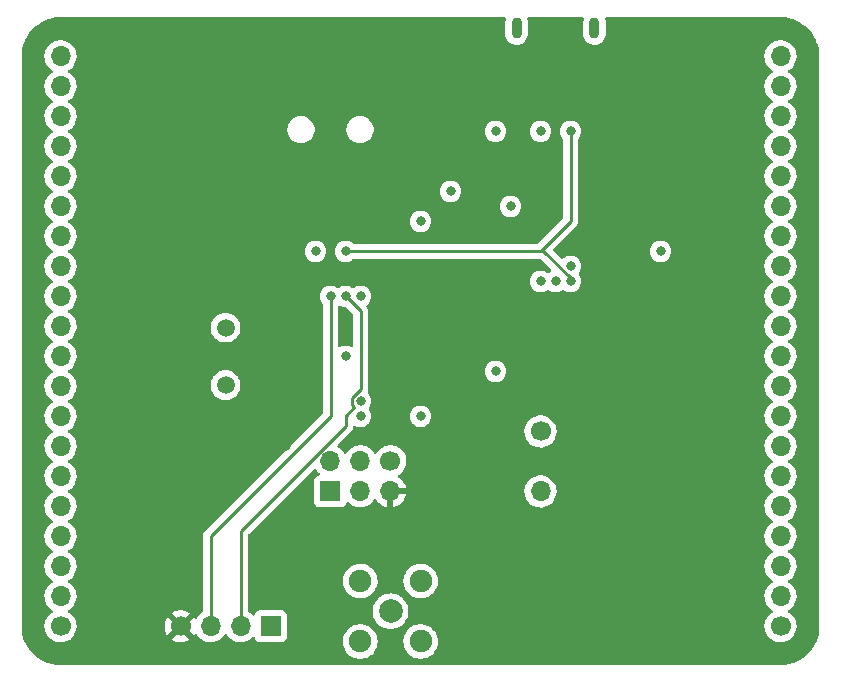
<source format=gbr>
%TF.GenerationSoftware,KiCad,Pcbnew,(6.0.5)*%
%TF.CreationDate,2022-09-12T21:51:21+10:00*%
%TF.ProjectId,shield,73686965-6c64-42e6-9b69-6361645f7063,rev?*%
%TF.SameCoordinates,Original*%
%TF.FileFunction,Copper,L2,Inr*%
%TF.FilePolarity,Positive*%
%FSLAX46Y46*%
G04 Gerber Fmt 4.6, Leading zero omitted, Abs format (unit mm)*
G04 Created by KiCad (PCBNEW (6.0.5)) date 2022-09-12 21:51:21*
%MOMM*%
%LPD*%
G01*
G04 APERTURE LIST*
%TA.AperFunction,ComponentPad*%
%ADD10C,2.006600*%
%TD*%
%TA.AperFunction,ComponentPad*%
%ADD11C,1.905000*%
%TD*%
%TA.AperFunction,ComponentPad*%
%ADD12O,0.900000X1.800000*%
%TD*%
%TA.AperFunction,ComponentPad*%
%ADD13C,1.700000*%
%TD*%
%TA.AperFunction,ComponentPad*%
%ADD14O,1.700000X1.700000*%
%TD*%
%TA.AperFunction,ComponentPad*%
%ADD15R,1.700000X1.700000*%
%TD*%
%TA.AperFunction,ComponentPad*%
%ADD16C,1.500000*%
%TD*%
%TA.AperFunction,ViaPad*%
%ADD17C,0.800000*%
%TD*%
%TA.AperFunction,Conductor*%
%ADD18C,0.250000*%
%TD*%
G04 APERTURE END LIST*
D10*
%TO.N,PIN_TRIG*%
%TO.C,J7*%
X78740000Y-111760000D03*
D11*
%TO.N,GND*%
X76187300Y-109207300D03*
X76187300Y-114312700D03*
X81292700Y-114312700D03*
X81292700Y-109207300D03*
%TD*%
D12*
%TO.N,Net-(J4-PadS1)*%
%TO.C,J4*%
X96009993Y-62407800D03*
X89410000Y-62407800D03*
%TD*%
D13*
%TO.N,H_MISO*%
%TO.C,J3*%
X78724989Y-99054996D03*
D14*
%TO.N,VCC*%
X78725000Y-101595000D03*
%TO.N,H_SCK*%
X76185000Y-99055000D03*
%TO.N,H_MOSI*%
X76185000Y-101595000D03*
%TO.N,AVR_RESET*%
X73645000Y-99055000D03*
D15*
%TO.N,GND*%
X73644989Y-101594996D03*
%TD*%
D13*
%TO.N,GND*%
%TO.C,J1*%
X50800000Y-113030000D03*
D14*
%TO.N,3.3V*%
X50800000Y-110490000D03*
%TO.N,unconnected-(J1-Pad3)*%
X50800000Y-107950000D03*
%TO.N,unconnected-(J1-Pad4)*%
X50800000Y-105410000D03*
%TO.N,unconnected-(J1-Pad5)*%
X50800000Y-102870000D03*
%TO.N,unconnected-(J1-Pad6)*%
X50800000Y-100330000D03*
%TO.N,unconnected-(J1-Pad7)*%
X50800000Y-97790000D03*
%TO.N,unconnected-(J1-Pad8)*%
X50800000Y-95250000D03*
%TO.N,unconnected-(J1-Pad9)*%
X50800000Y-92710000D03*
%TO.N,unconnected-(J1-Pad10)*%
X50800000Y-90170000D03*
%TO.N,unconnected-(J1-Pad11)*%
X50800000Y-87630000D03*
%TO.N,unconnected-(J1-Pad12)*%
X50800000Y-85090000D03*
%TO.N,unconnected-(J1-Pad13)*%
X50800000Y-82550000D03*
%TO.N,unconnected-(J1-Pad14)*%
X50800000Y-80010000D03*
%TO.N,unconnected-(J1-Pad15)*%
X50800000Y-77470000D03*
%TO.N,unconnected-(J1-Pad16)*%
X50800000Y-74930000D03*
%TO.N,unconnected-(J1-Pad17)*%
X50800000Y-72390000D03*
%TO.N,unconnected-(J1-Pad18)*%
X50800000Y-69850000D03*
%TO.N,unconnected-(J1-Pad19)*%
X50800000Y-67310000D03*
%TO.N,unconnected-(J1-Pad20)*%
X50800000Y-64770000D03*
%TD*%
D13*
%TO.N,GND*%
%TO.C,J2*%
X111760003Y-113030000D03*
D14*
%TO.N,5V*%
X111760000Y-110490000D03*
%TO.N,unconnected-(J2-Pad3)*%
X111760000Y-107950000D03*
%TO.N,unconnected-(J2-Pad4)*%
X111760000Y-105410000D03*
%TO.N,unconnected-(J2-Pad5)*%
X111760000Y-102870000D03*
%TO.N,unconnected-(J2-Pad6)*%
X111760000Y-100330000D03*
%TO.N,unconnected-(J2-Pad7)*%
X111760000Y-97790000D03*
%TO.N,unconnected-(J2-Pad8)*%
X111760000Y-95250000D03*
%TO.N,unconnected-(J2-Pad9)*%
X111760000Y-92710000D03*
%TO.N,unconnected-(J2-Pad10)*%
X111760000Y-90170000D03*
%TO.N,unconnected-(J2-Pad11)*%
X111760000Y-87630000D03*
%TO.N,unconnected-(J2-Pad12)*%
X111760000Y-85090000D03*
%TO.N,unconnected-(J2-Pad13)*%
X111760000Y-82550000D03*
%TO.N,unconnected-(J2-Pad14)*%
X111760000Y-80010000D03*
%TO.N,unconnected-(J2-Pad15)*%
X111760000Y-77470000D03*
%TO.N,unconnected-(J2-Pad16)*%
X111760000Y-74930000D03*
%TO.N,unconnected-(J2-Pad17)*%
X111760000Y-72390000D03*
%TO.N,unconnected-(J2-Pad18)*%
X111760000Y-69850000D03*
%TO.N,unconnected-(J2-Pad19)*%
X111760000Y-67310000D03*
%TO.N,unconnected-(J2-Pad20)*%
X111760000Y-64770000D03*
%TD*%
D13*
%TO.N,VCC*%
%TO.C,J6*%
X60970000Y-113030000D03*
D14*
%TO.N,TXD*%
X63510000Y-113030000D03*
%TO.N,RXD*%
X66050000Y-113030000D03*
D15*
%TO.N,GND*%
X68590000Y-113030000D03*
%TD*%
D16*
%TO.N,Net-(U1-Pad8)*%
%TO.C,Y1*%
X64770000Y-92620000D03*
%TO.N,Net-(U1-Pad7)*%
X64770000Y-87740000D03*
%TD*%
D13*
%TO.N,GND*%
%TO.C,SW1*%
X91440000Y-96535000D03*
D14*
%TO.N,AVR_RESET*%
X91440000Y-101615000D03*
%TD*%
D17*
%TO.N,PIN_TRIG*%
X74930000Y-90170000D03*
%TO.N,GND*%
X87630000Y-71120000D03*
X81280000Y-78740000D03*
X101600000Y-81280000D03*
%TO.N,5V*%
X83820000Y-76200000D03*
%TO.N,D_MINUS*%
X93980000Y-71120000D03*
X74930000Y-81280000D03*
X93980000Y-83820000D03*
%TO.N,D_PLUS*%
X91440000Y-71120000D03*
X93980000Y-82550000D03*
X72390000Y-81280000D03*
%TO.N,VCC*%
X74737011Y-87630000D03*
X101600000Y-85090000D03*
X87630000Y-80010000D03*
X69850000Y-97790000D03*
X97790000Y-96520000D03*
%TO.N,H_RESN*%
X92710000Y-83820000D03*
X76200000Y-95250000D03*
%TO.N,H_SS*%
X76200000Y-93980000D03*
X87630000Y-91440000D03*
%TO.N,H_SCK*%
X81280000Y-95250000D03*
%TO.N,AVR_RESET*%
X76200000Y-85090000D03*
%TO.N,TXD*%
X73660000Y-85090000D03*
%TO.N,RXD*%
X74930000Y-85090000D03*
%TO.N,VUSB_ON*%
X88900000Y-77470000D03*
X91440000Y-83820000D03*
%TD*%
D18*
%TO.N,RXD*%
X76200000Y-86360000D02*
X74930000Y-85090000D01*
X76200000Y-92955386D02*
X76200000Y-86360000D01*
X75687693Y-94492307D02*
X75475489Y-94280103D01*
X75475489Y-94280103D02*
X75475489Y-93679897D01*
X74930000Y-95250000D02*
X75687693Y-94492307D01*
X75475489Y-93679897D02*
X76200000Y-92955386D01*
X74930000Y-96108990D02*
X74930000Y-95250000D01*
X66050000Y-113030000D02*
X66050000Y-104988990D01*
X66050000Y-104988990D02*
X74930000Y-96108990D01*
%TO.N,D_MINUS*%
X91440000Y-81280000D02*
X91685386Y-81280000D01*
X91440000Y-81280000D02*
X93980000Y-78740000D01*
X93980000Y-78740000D02*
X93980000Y-71120000D01*
X93980000Y-83574614D02*
X93980000Y-83820000D01*
X74930000Y-81280000D02*
X91440000Y-81280000D01*
X91685386Y-81280000D02*
X93980000Y-83574614D01*
%TO.N,TXD*%
X73660000Y-95250000D02*
X63500000Y-105410000D01*
X73660000Y-85090000D02*
X73660000Y-95250000D01*
X63500000Y-105410000D02*
X63500000Y-106680000D01*
X63510000Y-106690000D02*
X63510000Y-113030000D01*
X63500000Y-106680000D02*
X63510000Y-106690000D01*
%TD*%
%TA.AperFunction,Conductor*%
%TO.N,VCC*%
G36*
X88453635Y-61488502D02*
G01*
X88500128Y-61542158D01*
X88510232Y-61612432D01*
X88501152Y-61644538D01*
X88491655Y-61666484D01*
X88490350Y-61672731D01*
X88490349Y-61672734D01*
X88471268Y-61764073D01*
X88451835Y-61857093D01*
X88451500Y-61863485D01*
X88451500Y-62906463D01*
X88466235Y-63051527D01*
X88468144Y-63057618D01*
X88522556Y-63231251D01*
X88522558Y-63231256D01*
X88524465Y-63237341D01*
X88618870Y-63407650D01*
X88623019Y-63412491D01*
X88623022Y-63412495D01*
X88720855Y-63526638D01*
X88745591Y-63555498D01*
X88899453Y-63674846D01*
X88905176Y-63677662D01*
X88905179Y-63677664D01*
X89068444Y-63758000D01*
X89074171Y-63760818D01*
X89080349Y-63762427D01*
X89080351Y-63762428D01*
X89256425Y-63808292D01*
X89256428Y-63808292D01*
X89262607Y-63809902D01*
X89346597Y-63814304D01*
X89450683Y-63819759D01*
X89450687Y-63819759D01*
X89457064Y-63820093D01*
X89612413Y-63796599D01*
X89643285Y-63791930D01*
X89643286Y-63791930D01*
X89649599Y-63790975D01*
X89655585Y-63788772D01*
X89655591Y-63788771D01*
X89826360Y-63725940D01*
X89826365Y-63725938D01*
X89832346Y-63723737D01*
X89997840Y-63621126D01*
X90002725Y-63616507D01*
X90134685Y-63491719D01*
X90139322Y-63487334D01*
X90251011Y-63327825D01*
X90328345Y-63149116D01*
X90329651Y-63142866D01*
X90367176Y-62963243D01*
X90367177Y-62963238D01*
X90368165Y-62958507D01*
X90368500Y-62952115D01*
X90368500Y-61909137D01*
X90353765Y-61764073D01*
X90312432Y-61632178D01*
X90311148Y-61561194D01*
X90348445Y-61500783D01*
X90412482Y-61470127D01*
X90432666Y-61468500D01*
X94985507Y-61468500D01*
X95053628Y-61488502D01*
X95100121Y-61542158D01*
X95110225Y-61612432D01*
X95101145Y-61644538D01*
X95091648Y-61666484D01*
X95090343Y-61672731D01*
X95090342Y-61672734D01*
X95071261Y-61764073D01*
X95051828Y-61857093D01*
X95051493Y-61863485D01*
X95051493Y-62906463D01*
X95066228Y-63051527D01*
X95068137Y-63057618D01*
X95122549Y-63231251D01*
X95122551Y-63231256D01*
X95124458Y-63237341D01*
X95218863Y-63407650D01*
X95223012Y-63412491D01*
X95223015Y-63412495D01*
X95320848Y-63526638D01*
X95345584Y-63555498D01*
X95499446Y-63674846D01*
X95505169Y-63677662D01*
X95505172Y-63677664D01*
X95668437Y-63758000D01*
X95674164Y-63760818D01*
X95680342Y-63762427D01*
X95680344Y-63762428D01*
X95856418Y-63808292D01*
X95856421Y-63808292D01*
X95862600Y-63809902D01*
X95946590Y-63814304D01*
X96050676Y-63819759D01*
X96050680Y-63819759D01*
X96057057Y-63820093D01*
X96212406Y-63796599D01*
X96243278Y-63791930D01*
X96243279Y-63791930D01*
X96249592Y-63790975D01*
X96255578Y-63788772D01*
X96255584Y-63788771D01*
X96426353Y-63725940D01*
X96426358Y-63725938D01*
X96432339Y-63723737D01*
X96597833Y-63621126D01*
X96602718Y-63616507D01*
X96734678Y-63491719D01*
X96739315Y-63487334D01*
X96851004Y-63327825D01*
X96928338Y-63149116D01*
X96929644Y-63142866D01*
X96967169Y-62963243D01*
X96967170Y-62963238D01*
X96968158Y-62958507D01*
X96968493Y-62952115D01*
X96968493Y-61909137D01*
X96953758Y-61764073D01*
X96912425Y-61632178D01*
X96911141Y-61561194D01*
X96948438Y-61500783D01*
X97012475Y-61470127D01*
X97032659Y-61468500D01*
X111710633Y-61468500D01*
X111730018Y-61470000D01*
X111744851Y-61472310D01*
X111744855Y-61472310D01*
X111753724Y-61473691D01*
X111772436Y-61471244D01*
X111795366Y-61470353D01*
X112098503Y-61486240D01*
X112111617Y-61487618D01*
X112439898Y-61539613D01*
X112452799Y-61542355D01*
X112714331Y-61612432D01*
X112773846Y-61628379D01*
X112786382Y-61632453D01*
X113057468Y-61736513D01*
X113096672Y-61751562D01*
X113108720Y-61756926D01*
X113404867Y-61907820D01*
X113416288Y-61914414D01*
X113695040Y-62095437D01*
X113705710Y-62103190D01*
X113964004Y-62312352D01*
X113973805Y-62321177D01*
X114208823Y-62556195D01*
X114217648Y-62565996D01*
X114426810Y-62824290D01*
X114434563Y-62834960D01*
X114615586Y-63113712D01*
X114622180Y-63125133D01*
X114773074Y-63421280D01*
X114778438Y-63433328D01*
X114785632Y-63452069D01*
X114888626Y-63720375D01*
X114897545Y-63743610D01*
X114901620Y-63756152D01*
X114944561Y-63916411D01*
X114987645Y-64077202D01*
X114990387Y-64090102D01*
X115042382Y-64418383D01*
X115043760Y-64431500D01*
X115059262Y-64727298D01*
X115057935Y-64753273D01*
X115057691Y-64754843D01*
X115057691Y-64754849D01*
X115056309Y-64763724D01*
X115057473Y-64772626D01*
X115057473Y-64772628D01*
X115060436Y-64795283D01*
X115061500Y-64811621D01*
X115061500Y-112980633D01*
X115060000Y-113000018D01*
X115057690Y-113014851D01*
X115057690Y-113014855D01*
X115056309Y-113023724D01*
X115058136Y-113037693D01*
X115058756Y-113042433D01*
X115059647Y-113065366D01*
X115049541Y-113258193D01*
X115043760Y-113368501D01*
X115042382Y-113381616D01*
X115040360Y-113394384D01*
X114990387Y-113709898D01*
X114987645Y-113722798D01*
X114901812Y-114043135D01*
X114901621Y-114043846D01*
X114897547Y-114056382D01*
X114814876Y-114271749D01*
X114778438Y-114366672D01*
X114773074Y-114378720D01*
X114622180Y-114674867D01*
X114615586Y-114686288D01*
X114434563Y-114965040D01*
X114426810Y-114975710D01*
X114217648Y-115234004D01*
X114208823Y-115243805D01*
X113973805Y-115478823D01*
X113964004Y-115487648D01*
X113705710Y-115696810D01*
X113695040Y-115704563D01*
X113416288Y-115885586D01*
X113404867Y-115892180D01*
X113108720Y-116043074D01*
X113096671Y-116048438D01*
X112786382Y-116167547D01*
X112773846Y-116171621D01*
X112452798Y-116257645D01*
X112439898Y-116260387D01*
X112111617Y-116312382D01*
X112098501Y-116313760D01*
X112064848Y-116315524D01*
X111802702Y-116329262D01*
X111776727Y-116327935D01*
X111775157Y-116327691D01*
X111775151Y-116327691D01*
X111766276Y-116326309D01*
X111757374Y-116327473D01*
X111757372Y-116327473D01*
X111742323Y-116329441D01*
X111734714Y-116330436D01*
X111718379Y-116331500D01*
X50849367Y-116331500D01*
X50829982Y-116330000D01*
X50815149Y-116327690D01*
X50815145Y-116327690D01*
X50806276Y-116326309D01*
X50787564Y-116328756D01*
X50764634Y-116329647D01*
X50461497Y-116313760D01*
X50448383Y-116312382D01*
X50120102Y-116260387D01*
X50107202Y-116257645D01*
X49786154Y-116171621D01*
X49773618Y-116167547D01*
X49463329Y-116048438D01*
X49451280Y-116043074D01*
X49155133Y-115892180D01*
X49143712Y-115885586D01*
X48864960Y-115704563D01*
X48854290Y-115696810D01*
X48595996Y-115487648D01*
X48586195Y-115478823D01*
X48351177Y-115243805D01*
X48342352Y-115234004D01*
X48133190Y-114975710D01*
X48125437Y-114965040D01*
X47944414Y-114686288D01*
X47937820Y-114674867D01*
X47786926Y-114378720D01*
X47781562Y-114366672D01*
X47745124Y-114271749D01*
X47662453Y-114056382D01*
X47658379Y-114043846D01*
X47658189Y-114043135D01*
X47572355Y-113722798D01*
X47569613Y-113709898D01*
X47519640Y-113394384D01*
X47517618Y-113381616D01*
X47516240Y-113368501D01*
X47510459Y-113258193D01*
X47500932Y-113076413D01*
X47502506Y-113048910D01*
X47502770Y-113047341D01*
X47503576Y-113042552D01*
X47503729Y-113030000D01*
X47499773Y-113002376D01*
X47499368Y-112996695D01*
X49437251Y-112996695D01*
X49437548Y-113001848D01*
X49437548Y-113001851D01*
X49443962Y-113113084D01*
X49450110Y-113219715D01*
X49451247Y-113224761D01*
X49451248Y-113224767D01*
X49471119Y-113312939D01*
X49499222Y-113437639D01*
X49537461Y-113531811D01*
X49571484Y-113615599D01*
X49583266Y-113644616D01*
X49620685Y-113705678D01*
X49697291Y-113830688D01*
X49699987Y-113835088D01*
X49846250Y-114003938D01*
X50018126Y-114146632D01*
X50211000Y-114259338D01*
X50419692Y-114339030D01*
X50424760Y-114340061D01*
X50424763Y-114340062D01*
X50529604Y-114361392D01*
X50638597Y-114383567D01*
X50643772Y-114383757D01*
X50643774Y-114383757D01*
X50856673Y-114391564D01*
X50856677Y-114391564D01*
X50861837Y-114391753D01*
X50866957Y-114391097D01*
X50866959Y-114391097D01*
X51078288Y-114364025D01*
X51078289Y-114364025D01*
X51083416Y-114363368D01*
X51088366Y-114361883D01*
X51292429Y-114300661D01*
X51292434Y-114300659D01*
X51297384Y-114299174D01*
X51497994Y-114200896D01*
X51562544Y-114154853D01*
X60209977Y-114154853D01*
X60215258Y-114161907D01*
X60376756Y-114256279D01*
X60386042Y-114260729D01*
X60585001Y-114336703D01*
X60594899Y-114339579D01*
X60803595Y-114382038D01*
X60813823Y-114383257D01*
X61026650Y-114391062D01*
X61036936Y-114390595D01*
X61248185Y-114363534D01*
X61258262Y-114361392D01*
X61462255Y-114300191D01*
X61471842Y-114296433D01*
X61663098Y-114202738D01*
X61671944Y-114197465D01*
X61719247Y-114163723D01*
X61727648Y-114153023D01*
X61720660Y-114139870D01*
X60982812Y-113402022D01*
X60968868Y-113394408D01*
X60967035Y-113394539D01*
X60960420Y-113398790D01*
X60216737Y-114142473D01*
X60209977Y-114154853D01*
X51562544Y-114154853D01*
X51679860Y-114071173D01*
X51700887Y-114050220D01*
X51774124Y-113977238D01*
X51838096Y-113913489D01*
X51887118Y-113845268D01*
X51965435Y-113736277D01*
X51968453Y-113732077D01*
X51979415Y-113709898D01*
X52065136Y-113536453D01*
X52065137Y-113536451D01*
X52067430Y-113531811D01*
X52132370Y-113318069D01*
X52161529Y-113096590D01*
X52162573Y-113053859D01*
X52163074Y-113033365D01*
X52163074Y-113033361D01*
X52163156Y-113030000D01*
X52160843Y-113001863D01*
X59608050Y-113001863D01*
X59620309Y-113214477D01*
X59621745Y-113224697D01*
X59668565Y-113432446D01*
X59671645Y-113442275D01*
X59751770Y-113639603D01*
X59756413Y-113648794D01*
X59836460Y-113779420D01*
X59846916Y-113788880D01*
X59855694Y-113785096D01*
X60597978Y-113042812D01*
X60604356Y-113031132D01*
X61334408Y-113031132D01*
X61334539Y-113032965D01*
X61338790Y-113039580D01*
X62080474Y-113781264D01*
X62092484Y-113787823D01*
X62104223Y-113778855D01*
X62138022Y-113731819D01*
X62139277Y-113732721D01*
X62186391Y-113689355D01*
X62256330Y-113677148D01*
X62321767Y-113704691D01*
X62349580Y-113736513D01*
X62407287Y-113830683D01*
X62407291Y-113830688D01*
X62409987Y-113835088D01*
X62556250Y-114003938D01*
X62728126Y-114146632D01*
X62921000Y-114259338D01*
X63129692Y-114339030D01*
X63134760Y-114340061D01*
X63134763Y-114340062D01*
X63239604Y-114361392D01*
X63348597Y-114383567D01*
X63353772Y-114383757D01*
X63353774Y-114383757D01*
X63566673Y-114391564D01*
X63566677Y-114391564D01*
X63571837Y-114391753D01*
X63576957Y-114391097D01*
X63576959Y-114391097D01*
X63788288Y-114364025D01*
X63788289Y-114364025D01*
X63793416Y-114363368D01*
X63798366Y-114361883D01*
X64002429Y-114300661D01*
X64002434Y-114300659D01*
X64007384Y-114299174D01*
X64207994Y-114200896D01*
X64389860Y-114071173D01*
X64410887Y-114050220D01*
X64484124Y-113977238D01*
X64548096Y-113913489D01*
X64597118Y-113845268D01*
X64678453Y-113732077D01*
X64679776Y-113733028D01*
X64726645Y-113689857D01*
X64796580Y-113677625D01*
X64862026Y-113705144D01*
X64889875Y-113736994D01*
X64949987Y-113835088D01*
X65096250Y-114003938D01*
X65268126Y-114146632D01*
X65461000Y-114259338D01*
X65669692Y-114339030D01*
X65674760Y-114340061D01*
X65674763Y-114340062D01*
X65779604Y-114361392D01*
X65888597Y-114383567D01*
X65893772Y-114383757D01*
X65893774Y-114383757D01*
X66106673Y-114391564D01*
X66106677Y-114391564D01*
X66111837Y-114391753D01*
X66116957Y-114391097D01*
X66116959Y-114391097D01*
X66328288Y-114364025D01*
X66328289Y-114364025D01*
X66333416Y-114363368D01*
X66338366Y-114361883D01*
X66542429Y-114300661D01*
X66542434Y-114300659D01*
X66547384Y-114299174D01*
X66747994Y-114200896D01*
X66929860Y-114071173D01*
X67038091Y-113963319D01*
X67100462Y-113929404D01*
X67171268Y-113934592D01*
X67228030Y-113977238D01*
X67245012Y-114008341D01*
X67260712Y-114050220D01*
X67289385Y-114126705D01*
X67376739Y-114243261D01*
X67493295Y-114330615D01*
X67629684Y-114381745D01*
X67691866Y-114388500D01*
X69488134Y-114388500D01*
X69550316Y-114381745D01*
X69686705Y-114330615D01*
X69758401Y-114276882D01*
X74721731Y-114276882D01*
X74722028Y-114282035D01*
X74722028Y-114282038D01*
X74728287Y-114390595D01*
X74735560Y-114516729D01*
X74736697Y-114521775D01*
X74736698Y-114521781D01*
X74759397Y-114622504D01*
X74788377Y-114751096D01*
X74790319Y-114755878D01*
X74790320Y-114755882D01*
X74876819Y-114968903D01*
X74878763Y-114973690D01*
X75004291Y-115178532D01*
X75161589Y-115360122D01*
X75346433Y-115513583D01*
X75553859Y-115634793D01*
X75558679Y-115636633D01*
X75558684Y-115636636D01*
X75666049Y-115677634D01*
X75778297Y-115720497D01*
X75783363Y-115721528D01*
X75783364Y-115721528D01*
X75839691Y-115732988D01*
X76013719Y-115768394D01*
X76148727Y-115773345D01*
X76248638Y-115777009D01*
X76248642Y-115777009D01*
X76253802Y-115777198D01*
X76258922Y-115776542D01*
X76258924Y-115776542D01*
X76334489Y-115766862D01*
X76492100Y-115746671D01*
X76497051Y-115745186D01*
X76497054Y-115745185D01*
X76717262Y-115679119D01*
X76717261Y-115679119D01*
X76722212Y-115677634D01*
X76937958Y-115571941D01*
X77061958Y-115483493D01*
X77129342Y-115435428D01*
X77133545Y-115432430D01*
X77303720Y-115262848D01*
X77443913Y-115067749D01*
X77550359Y-114852373D01*
X77566351Y-114799736D01*
X77618695Y-114627456D01*
X77618696Y-114627450D01*
X77620199Y-114622504D01*
X77651006Y-114388500D01*
X77651120Y-114387635D01*
X77651120Y-114387631D01*
X77651557Y-114384314D01*
X77652117Y-114361392D01*
X77653225Y-114316065D01*
X77653225Y-114316061D01*
X77653307Y-114312700D01*
X77650362Y-114276882D01*
X79827131Y-114276882D01*
X79827428Y-114282035D01*
X79827428Y-114282038D01*
X79833687Y-114390595D01*
X79840960Y-114516729D01*
X79842097Y-114521775D01*
X79842098Y-114521781D01*
X79864797Y-114622504D01*
X79893777Y-114751096D01*
X79895719Y-114755878D01*
X79895720Y-114755882D01*
X79982219Y-114968903D01*
X79984163Y-114973690D01*
X80109691Y-115178532D01*
X80266989Y-115360122D01*
X80451833Y-115513583D01*
X80659259Y-115634793D01*
X80664079Y-115636633D01*
X80664084Y-115636636D01*
X80771449Y-115677634D01*
X80883697Y-115720497D01*
X80888763Y-115721528D01*
X80888764Y-115721528D01*
X80945091Y-115732988D01*
X81119119Y-115768394D01*
X81254127Y-115773345D01*
X81354038Y-115777009D01*
X81354042Y-115777009D01*
X81359202Y-115777198D01*
X81364322Y-115776542D01*
X81364324Y-115776542D01*
X81439889Y-115766862D01*
X81597500Y-115746671D01*
X81602451Y-115745186D01*
X81602454Y-115745185D01*
X81822662Y-115679119D01*
X81822661Y-115679119D01*
X81827612Y-115677634D01*
X82043358Y-115571941D01*
X82167358Y-115483493D01*
X82234742Y-115435428D01*
X82238945Y-115432430D01*
X82409120Y-115262848D01*
X82549313Y-115067749D01*
X82655759Y-114852373D01*
X82671751Y-114799736D01*
X82724095Y-114627456D01*
X82724096Y-114627450D01*
X82725599Y-114622504D01*
X82756406Y-114388500D01*
X82756520Y-114387635D01*
X82756520Y-114387631D01*
X82756957Y-114384314D01*
X82757517Y-114361392D01*
X82758625Y-114316065D01*
X82758625Y-114316061D01*
X82758707Y-114312700D01*
X82739022Y-114073263D01*
X82680494Y-113840256D01*
X82597343Y-113649020D01*
X82586757Y-113624674D01*
X82586755Y-113624671D01*
X82584697Y-113619937D01*
X82466763Y-113437639D01*
X82457010Y-113422563D01*
X82457008Y-113422560D01*
X82454202Y-113418223D01*
X82292514Y-113240530D01*
X82215683Y-113179853D01*
X82108030Y-113094833D01*
X82108025Y-113094830D01*
X82103976Y-113091632D01*
X82099460Y-113089139D01*
X82099457Y-113089137D01*
X81898174Y-112978023D01*
X81898170Y-112978021D01*
X81893650Y-112975526D01*
X81888781Y-112973802D01*
X81888777Y-112973800D01*
X81672060Y-112897056D01*
X81672056Y-112897055D01*
X81667185Y-112895330D01*
X81662092Y-112894423D01*
X81662089Y-112894422D01*
X81435752Y-112854105D01*
X81435746Y-112854104D01*
X81430663Y-112853199D01*
X81343300Y-112852132D01*
X81195607Y-112850327D01*
X81195605Y-112850327D01*
X81190437Y-112850264D01*
X80952956Y-112886604D01*
X80840703Y-112923294D01*
X80729517Y-112959634D01*
X80729511Y-112959637D01*
X80724599Y-112961242D01*
X80720013Y-112963629D01*
X80720009Y-112963631D01*
X80586821Y-113032965D01*
X80511500Y-113072175D01*
X80507357Y-113075285D01*
X80507358Y-113075285D01*
X80338253Y-113202253D01*
X80319380Y-113216423D01*
X80153399Y-113390112D01*
X80018014Y-113588578D01*
X80015840Y-113593261D01*
X80015838Y-113593265D01*
X79925528Y-113787823D01*
X79916863Y-113806490D01*
X79852660Y-114037998D01*
X79827131Y-114276882D01*
X77650362Y-114276882D01*
X77633622Y-114073263D01*
X77575094Y-113840256D01*
X77491943Y-113649020D01*
X77481357Y-113624674D01*
X77481355Y-113624671D01*
X77479297Y-113619937D01*
X77361363Y-113437639D01*
X77351610Y-113422563D01*
X77351608Y-113422560D01*
X77348802Y-113418223D01*
X77187114Y-113240530D01*
X77110283Y-113179853D01*
X77002630Y-113094833D01*
X77002625Y-113094830D01*
X76998576Y-113091632D01*
X76994060Y-113089139D01*
X76994057Y-113089137D01*
X76792774Y-112978023D01*
X76792770Y-112978021D01*
X76788250Y-112975526D01*
X76783381Y-112973802D01*
X76783377Y-112973800D01*
X76566660Y-112897056D01*
X76566656Y-112897055D01*
X76561785Y-112895330D01*
X76556692Y-112894423D01*
X76556689Y-112894422D01*
X76330352Y-112854105D01*
X76330346Y-112854104D01*
X76325263Y-112853199D01*
X76237900Y-112852132D01*
X76090207Y-112850327D01*
X76090205Y-112850327D01*
X76085037Y-112850264D01*
X75847556Y-112886604D01*
X75735303Y-112923294D01*
X75624117Y-112959634D01*
X75624111Y-112959637D01*
X75619199Y-112961242D01*
X75614613Y-112963629D01*
X75614609Y-112963631D01*
X75481421Y-113032965D01*
X75406100Y-113072175D01*
X75401957Y-113075285D01*
X75401958Y-113075285D01*
X75232853Y-113202253D01*
X75213980Y-113216423D01*
X75047999Y-113390112D01*
X74912614Y-113588578D01*
X74910440Y-113593261D01*
X74910438Y-113593265D01*
X74820128Y-113787823D01*
X74811463Y-113806490D01*
X74747260Y-114037998D01*
X74721731Y-114276882D01*
X69758401Y-114276882D01*
X69803261Y-114243261D01*
X69890615Y-114126705D01*
X69941745Y-113990316D01*
X69948500Y-113928134D01*
X69948500Y-112131866D01*
X69941745Y-112069684D01*
X69890615Y-111933295D01*
X69803261Y-111816739D01*
X69727554Y-111760000D01*
X77223525Y-111760000D01*
X77242195Y-111997229D01*
X77243349Y-112002036D01*
X77243350Y-112002042D01*
X77259590Y-112069684D01*
X77297747Y-112228617D01*
X77299640Y-112233188D01*
X77299641Y-112233190D01*
X77358224Y-112374621D01*
X77388811Y-112448465D01*
X77513146Y-112651362D01*
X77516358Y-112655122D01*
X77516361Y-112655127D01*
X77614120Y-112769588D01*
X77667690Y-112832310D01*
X77671452Y-112835523D01*
X77844873Y-112983639D01*
X77844878Y-112983642D01*
X77848638Y-112986854D01*
X78051535Y-113111189D01*
X78056105Y-113113082D01*
X78056109Y-113113084D01*
X78266810Y-113200359D01*
X78271383Y-113202253D01*
X78322299Y-113214477D01*
X78497958Y-113256650D01*
X78497964Y-113256651D01*
X78502771Y-113257805D01*
X78740000Y-113276475D01*
X78977229Y-113257805D01*
X78982036Y-113256651D01*
X78982042Y-113256650D01*
X79157701Y-113214477D01*
X79208617Y-113202253D01*
X79213190Y-113200359D01*
X79423891Y-113113084D01*
X79423895Y-113113082D01*
X79428465Y-113111189D01*
X79631362Y-112986854D01*
X79635122Y-112983642D01*
X79635127Y-112983639D01*
X79808548Y-112835523D01*
X79812310Y-112832310D01*
X79865880Y-112769588D01*
X79963639Y-112655127D01*
X79963642Y-112655122D01*
X79966854Y-112651362D01*
X80091189Y-112448465D01*
X80121777Y-112374621D01*
X80180359Y-112233190D01*
X80180360Y-112233188D01*
X80182253Y-112228617D01*
X80220410Y-112069684D01*
X80236650Y-112002042D01*
X80236651Y-112002036D01*
X80237805Y-111997229D01*
X80256475Y-111760000D01*
X80237805Y-111522771D01*
X80236651Y-111517964D01*
X80236650Y-111517958D01*
X80183408Y-111296195D01*
X80182253Y-111291383D01*
X80091189Y-111071535D01*
X79966854Y-110868638D01*
X79963642Y-110864878D01*
X79963639Y-110864873D01*
X79815523Y-110691452D01*
X79812310Y-110687690D01*
X79757960Y-110641271D01*
X79635127Y-110536361D01*
X79635122Y-110536358D01*
X79631362Y-110533146D01*
X79428465Y-110408811D01*
X79423895Y-110406918D01*
X79423891Y-110406916D01*
X79213190Y-110319641D01*
X79213188Y-110319640D01*
X79208617Y-110317747D01*
X79126820Y-110298109D01*
X78982042Y-110263350D01*
X78982036Y-110263349D01*
X78977229Y-110262195D01*
X78740000Y-110243525D01*
X78502771Y-110262195D01*
X78497964Y-110263349D01*
X78497958Y-110263350D01*
X78353180Y-110298109D01*
X78271383Y-110317747D01*
X78266812Y-110319640D01*
X78266810Y-110319641D01*
X78056109Y-110406916D01*
X78056105Y-110406918D01*
X78051535Y-110408811D01*
X77848638Y-110533146D01*
X77844878Y-110536358D01*
X77844873Y-110536361D01*
X77722040Y-110641271D01*
X77667690Y-110687690D01*
X77664477Y-110691452D01*
X77516361Y-110864873D01*
X77516358Y-110864878D01*
X77513146Y-110868638D01*
X77388811Y-111071535D01*
X77297747Y-111291383D01*
X77296592Y-111296195D01*
X77243350Y-111517958D01*
X77243349Y-111517964D01*
X77242195Y-111522771D01*
X77223525Y-111760000D01*
X69727554Y-111760000D01*
X69686705Y-111729385D01*
X69550316Y-111678255D01*
X69488134Y-111671500D01*
X67691866Y-111671500D01*
X67629684Y-111678255D01*
X67493295Y-111729385D01*
X67376739Y-111816739D01*
X67289385Y-111933295D01*
X67286233Y-111941703D01*
X67244919Y-112051907D01*
X67202277Y-112108671D01*
X67135716Y-112133371D01*
X67066367Y-112118163D01*
X67033743Y-112092476D01*
X66983151Y-112036875D01*
X66983142Y-112036866D01*
X66979670Y-112033051D01*
X66975619Y-112029852D01*
X66975615Y-112029848D01*
X66808414Y-111897800D01*
X66808410Y-111897798D01*
X66804359Y-111894598D01*
X66799835Y-111892101D01*
X66799831Y-111892098D01*
X66748608Y-111863822D01*
X66698636Y-111813390D01*
X66683500Y-111753513D01*
X66683500Y-109171482D01*
X74721731Y-109171482D01*
X74722028Y-109176635D01*
X74722028Y-109176638D01*
X74728117Y-109282235D01*
X74735560Y-109411329D01*
X74736697Y-109416375D01*
X74736698Y-109416381D01*
X74759397Y-109517104D01*
X74788377Y-109645696D01*
X74790319Y-109650478D01*
X74790320Y-109650482D01*
X74829501Y-109746973D01*
X74878763Y-109868290D01*
X75004291Y-110073132D01*
X75161589Y-110254722D01*
X75165564Y-110258022D01*
X75165567Y-110258025D01*
X75183029Y-110272522D01*
X75346433Y-110408183D01*
X75553859Y-110529393D01*
X75558679Y-110531233D01*
X75558684Y-110531236D01*
X75666049Y-110572234D01*
X75778297Y-110615097D01*
X75783363Y-110616128D01*
X75783364Y-110616128D01*
X75839691Y-110627588D01*
X76013719Y-110662994D01*
X76148727Y-110667945D01*
X76248638Y-110671609D01*
X76248642Y-110671609D01*
X76253802Y-110671798D01*
X76258922Y-110671142D01*
X76258924Y-110671142D01*
X76334489Y-110661462D01*
X76492100Y-110641271D01*
X76497051Y-110639786D01*
X76497054Y-110639785D01*
X76717262Y-110573719D01*
X76717261Y-110573719D01*
X76722212Y-110572234D01*
X76937958Y-110466541D01*
X77018893Y-110408811D01*
X77129342Y-110330028D01*
X77133545Y-110327030D01*
X77142861Y-110317747D01*
X77300060Y-110161095D01*
X77303720Y-110157448D01*
X77443913Y-109962349D01*
X77550359Y-109746973D01*
X77566351Y-109694336D01*
X77618695Y-109522056D01*
X77618696Y-109522050D01*
X77620199Y-109517104D01*
X77641593Y-109354598D01*
X77651120Y-109282235D01*
X77651120Y-109282231D01*
X77651557Y-109278914D01*
X77652670Y-109233357D01*
X77653225Y-109210665D01*
X77653225Y-109210661D01*
X77653307Y-109207300D01*
X77650362Y-109171482D01*
X79827131Y-109171482D01*
X79827428Y-109176635D01*
X79827428Y-109176638D01*
X79833517Y-109282235D01*
X79840960Y-109411329D01*
X79842097Y-109416375D01*
X79842098Y-109416381D01*
X79864797Y-109517104D01*
X79893777Y-109645696D01*
X79895719Y-109650478D01*
X79895720Y-109650482D01*
X79934901Y-109746973D01*
X79984163Y-109868290D01*
X80109691Y-110073132D01*
X80266989Y-110254722D01*
X80270964Y-110258022D01*
X80270967Y-110258025D01*
X80288429Y-110272522D01*
X80451833Y-110408183D01*
X80659259Y-110529393D01*
X80664079Y-110531233D01*
X80664084Y-110531236D01*
X80771449Y-110572234D01*
X80883697Y-110615097D01*
X80888763Y-110616128D01*
X80888764Y-110616128D01*
X80945091Y-110627588D01*
X81119119Y-110662994D01*
X81254127Y-110667945D01*
X81354038Y-110671609D01*
X81354042Y-110671609D01*
X81359202Y-110671798D01*
X81364322Y-110671142D01*
X81364324Y-110671142D01*
X81439889Y-110661462D01*
X81597500Y-110641271D01*
X81602451Y-110639786D01*
X81602454Y-110639785D01*
X81822662Y-110573719D01*
X81822661Y-110573719D01*
X81827612Y-110572234D01*
X82043358Y-110466541D01*
X82057162Y-110456695D01*
X110397251Y-110456695D01*
X110397548Y-110461848D01*
X110397548Y-110461851D01*
X110409812Y-110674547D01*
X110410110Y-110679715D01*
X110411247Y-110684761D01*
X110411248Y-110684767D01*
X110411907Y-110687690D01*
X110459222Y-110897639D01*
X110497461Y-110991811D01*
X110531691Y-111076109D01*
X110543266Y-111104616D01*
X110659987Y-111295088D01*
X110806250Y-111463938D01*
X110978126Y-111606632D01*
X111051445Y-111649476D01*
X111051447Y-111649477D01*
X111100170Y-111701116D01*
X111113241Y-111770899D01*
X111086509Y-111836671D01*
X111046056Y-111870028D01*
X111033610Y-111876507D01*
X111029477Y-111879610D01*
X111029474Y-111879612D01*
X110859103Y-112007530D01*
X110854968Y-112010635D01*
X110815528Y-112051907D01*
X110761283Y-112108671D01*
X110700632Y-112172138D01*
X110574746Y-112356680D01*
X110480691Y-112559305D01*
X110420992Y-112774570D01*
X110397254Y-112996695D01*
X110397551Y-113001848D01*
X110397551Y-113001851D01*
X110403965Y-113113084D01*
X110410113Y-113219715D01*
X110411250Y-113224761D01*
X110411251Y-113224767D01*
X110431122Y-113312939D01*
X110459225Y-113437639D01*
X110497464Y-113531811D01*
X110531487Y-113615599D01*
X110543269Y-113644616D01*
X110580688Y-113705678D01*
X110657294Y-113830688D01*
X110659990Y-113835088D01*
X110806253Y-114003938D01*
X110978129Y-114146632D01*
X111171003Y-114259338D01*
X111379695Y-114339030D01*
X111384763Y-114340061D01*
X111384766Y-114340062D01*
X111489607Y-114361392D01*
X111598600Y-114383567D01*
X111603775Y-114383757D01*
X111603777Y-114383757D01*
X111816676Y-114391564D01*
X111816680Y-114391564D01*
X111821840Y-114391753D01*
X111826960Y-114391097D01*
X111826962Y-114391097D01*
X112038291Y-114364025D01*
X112038292Y-114364025D01*
X112043419Y-114363368D01*
X112048369Y-114361883D01*
X112252432Y-114300661D01*
X112252437Y-114300659D01*
X112257387Y-114299174D01*
X112457997Y-114200896D01*
X112639863Y-114071173D01*
X112660890Y-114050220D01*
X112734127Y-113977238D01*
X112798099Y-113913489D01*
X112847121Y-113845268D01*
X112925438Y-113736277D01*
X112928456Y-113732077D01*
X112939418Y-113709898D01*
X113025139Y-113536453D01*
X113025140Y-113536451D01*
X113027433Y-113531811D01*
X113092373Y-113318069D01*
X113121532Y-113096590D01*
X113122576Y-113053859D01*
X113123077Y-113033365D01*
X113123077Y-113033361D01*
X113123159Y-113030000D01*
X113104855Y-112807361D01*
X113050434Y-112590702D01*
X112961357Y-112385840D01*
X112840017Y-112198277D01*
X112689673Y-112033051D01*
X112685622Y-112029852D01*
X112685618Y-112029848D01*
X112518417Y-111897800D01*
X112518413Y-111897798D01*
X112514362Y-111894598D01*
X112509834Y-111892098D01*
X112473056Y-111871796D01*
X112423085Y-111821363D01*
X112408313Y-111751920D01*
X112433429Y-111685515D01*
X112460781Y-111658908D01*
X112474004Y-111649476D01*
X112639860Y-111531173D01*
X112648292Y-111522771D01*
X112794435Y-111377137D01*
X112798096Y-111373489D01*
X112857594Y-111290689D01*
X112925435Y-111196277D01*
X112928453Y-111192077D01*
X113027430Y-110991811D01*
X113092370Y-110778069D01*
X113121529Y-110556590D01*
X113122102Y-110533146D01*
X113123074Y-110493365D01*
X113123074Y-110493361D01*
X113123156Y-110490000D01*
X113104852Y-110267361D01*
X113050431Y-110050702D01*
X112961354Y-109845840D01*
X112921906Y-109784862D01*
X112842822Y-109662617D01*
X112842820Y-109662614D01*
X112840014Y-109658277D01*
X112689670Y-109493051D01*
X112685619Y-109489852D01*
X112685615Y-109489848D01*
X112518414Y-109357800D01*
X112518410Y-109357798D01*
X112514359Y-109354598D01*
X112473053Y-109331796D01*
X112423084Y-109281364D01*
X112408312Y-109211921D01*
X112433428Y-109145516D01*
X112460780Y-109118909D01*
X112504603Y-109087650D01*
X112639860Y-108991173D01*
X112703641Y-108927615D01*
X112794435Y-108837137D01*
X112798096Y-108833489D01*
X112857594Y-108750689D01*
X112925435Y-108656277D01*
X112928453Y-108652077D01*
X113014038Y-108478909D01*
X113025136Y-108456453D01*
X113025137Y-108456451D01*
X113027430Y-108451811D01*
X113092370Y-108238069D01*
X113121529Y-108016590D01*
X113123156Y-107950000D01*
X113104852Y-107727361D01*
X113050431Y-107510702D01*
X112961354Y-107305840D01*
X112840014Y-107118277D01*
X112689670Y-106953051D01*
X112685619Y-106949852D01*
X112685615Y-106949848D01*
X112518414Y-106817800D01*
X112518410Y-106817798D01*
X112514359Y-106814598D01*
X112473053Y-106791796D01*
X112423084Y-106741364D01*
X112408312Y-106671921D01*
X112433428Y-106605516D01*
X112460780Y-106578909D01*
X112504829Y-106547489D01*
X112639860Y-106451173D01*
X112798096Y-106293489D01*
X112857594Y-106210689D01*
X112925435Y-106116277D01*
X112928453Y-106112077D01*
X113027430Y-105911811D01*
X113092370Y-105698069D01*
X113121529Y-105476590D01*
X113123156Y-105410000D01*
X113104852Y-105187361D01*
X113050431Y-104970702D01*
X112961354Y-104765840D01*
X112891387Y-104657688D01*
X112842822Y-104582617D01*
X112842820Y-104582614D01*
X112840014Y-104578277D01*
X112689670Y-104413051D01*
X112685619Y-104409852D01*
X112685615Y-104409848D01*
X112518414Y-104277800D01*
X112518410Y-104277798D01*
X112514359Y-104274598D01*
X112473053Y-104251796D01*
X112423084Y-104201364D01*
X112408312Y-104131921D01*
X112433428Y-104065516D01*
X112460780Y-104038909D01*
X112504603Y-104007650D01*
X112639860Y-103911173D01*
X112798096Y-103753489D01*
X112857594Y-103670689D01*
X112925435Y-103576277D01*
X112928453Y-103572077D01*
X113027430Y-103371811D01*
X113092370Y-103158069D01*
X113121529Y-102936590D01*
X113121778Y-102926392D01*
X113123074Y-102873365D01*
X113123074Y-102873361D01*
X113123156Y-102870000D01*
X113104852Y-102647361D01*
X113050431Y-102430702D01*
X112961354Y-102225840D01*
X112880764Y-102101267D01*
X112842822Y-102042617D01*
X112842820Y-102042614D01*
X112840014Y-102038277D01*
X112689670Y-101873051D01*
X112685619Y-101869852D01*
X112685615Y-101869848D01*
X112518414Y-101737800D01*
X112518410Y-101737798D01*
X112514359Y-101734598D01*
X112473053Y-101711796D01*
X112423084Y-101661364D01*
X112408312Y-101591921D01*
X112433428Y-101525516D01*
X112460780Y-101498909D01*
X112505515Y-101467000D01*
X112639860Y-101371173D01*
X112798096Y-101213489D01*
X112847810Y-101144305D01*
X112925435Y-101036277D01*
X112928453Y-101032077D01*
X112956371Y-100975590D01*
X113025136Y-100836453D01*
X113025137Y-100836451D01*
X113027430Y-100831811D01*
X113092370Y-100618069D01*
X113121529Y-100396590D01*
X113121892Y-100381735D01*
X113123074Y-100333365D01*
X113123074Y-100333361D01*
X113123156Y-100330000D01*
X113104852Y-100107361D01*
X113050431Y-99890702D01*
X112961354Y-99685840D01*
X112880882Y-99561449D01*
X112842822Y-99502617D01*
X112842820Y-99502614D01*
X112840014Y-99498277D01*
X112689670Y-99333051D01*
X112685619Y-99329852D01*
X112685615Y-99329848D01*
X112518414Y-99197800D01*
X112518410Y-99197798D01*
X112514359Y-99194598D01*
X112473053Y-99171796D01*
X112423084Y-99121364D01*
X112408312Y-99051921D01*
X112433428Y-98985516D01*
X112460780Y-98958909D01*
X112504603Y-98927650D01*
X112639860Y-98831173D01*
X112643709Y-98827338D01*
X112794435Y-98677137D01*
X112798096Y-98673489D01*
X112857594Y-98590689D01*
X112925435Y-98496277D01*
X112928453Y-98492077D01*
X112970754Y-98406488D01*
X113025136Y-98296453D01*
X113025137Y-98296451D01*
X113027430Y-98291811D01*
X113092370Y-98078069D01*
X113121529Y-97856590D01*
X113122566Y-97814137D01*
X113123074Y-97793365D01*
X113123074Y-97793361D01*
X113123156Y-97790000D01*
X113104852Y-97567361D01*
X113050431Y-97350702D01*
X112961354Y-97145840D01*
X112840014Y-96958277D01*
X112689670Y-96793051D01*
X112685619Y-96789852D01*
X112685615Y-96789848D01*
X112518414Y-96657800D01*
X112518410Y-96657798D01*
X112514359Y-96654598D01*
X112473053Y-96631796D01*
X112423084Y-96581364D01*
X112408312Y-96511921D01*
X112433428Y-96445516D01*
X112460780Y-96418909D01*
X112511399Y-96382803D01*
X112639860Y-96291173D01*
X112798096Y-96133489D01*
X112807670Y-96120166D01*
X112925435Y-95956277D01*
X112928453Y-95952077D01*
X112938006Y-95932749D01*
X113025136Y-95756453D01*
X113025137Y-95756451D01*
X113027430Y-95751811D01*
X113092370Y-95538069D01*
X113121529Y-95316590D01*
X113122463Y-95278357D01*
X113123074Y-95253365D01*
X113123074Y-95253361D01*
X113123156Y-95250000D01*
X113104852Y-95027361D01*
X113050431Y-94810702D01*
X112961354Y-94605840D01*
X112912737Y-94530689D01*
X112842822Y-94422617D01*
X112842820Y-94422614D01*
X112840014Y-94418277D01*
X112689670Y-94253051D01*
X112685619Y-94249852D01*
X112685615Y-94249848D01*
X112518414Y-94117800D01*
X112518410Y-94117798D01*
X112514359Y-94114598D01*
X112473053Y-94091796D01*
X112423084Y-94041364D01*
X112408312Y-93971921D01*
X112433428Y-93905516D01*
X112460780Y-93878909D01*
X112504603Y-93847650D01*
X112639860Y-93751173D01*
X112798096Y-93593489D01*
X112824287Y-93557041D01*
X112925435Y-93416277D01*
X112928453Y-93412077D01*
X112931410Y-93406095D01*
X113025136Y-93216453D01*
X113025137Y-93216451D01*
X113027430Y-93211811D01*
X113066263Y-93083997D01*
X113090865Y-93003023D01*
X113090865Y-93003021D01*
X113092370Y-92998069D01*
X113121529Y-92776590D01*
X113123156Y-92710000D01*
X113104852Y-92487361D01*
X113050431Y-92270702D01*
X112961354Y-92065840D01*
X112903845Y-91976944D01*
X112842822Y-91882617D01*
X112842820Y-91882614D01*
X112840014Y-91878277D01*
X112689670Y-91713051D01*
X112685619Y-91709852D01*
X112685615Y-91709848D01*
X112518414Y-91577800D01*
X112518410Y-91577798D01*
X112514359Y-91574598D01*
X112473053Y-91551796D01*
X112423084Y-91501364D01*
X112408312Y-91431921D01*
X112433428Y-91365516D01*
X112460780Y-91338909D01*
X112504603Y-91307650D01*
X112639860Y-91211173D01*
X112798096Y-91053489D01*
X112807670Y-91040166D01*
X112925435Y-90876277D01*
X112928453Y-90872077D01*
X113027430Y-90671811D01*
X113092370Y-90458069D01*
X113121529Y-90236590D01*
X113123156Y-90170000D01*
X113104852Y-89947361D01*
X113050431Y-89730702D01*
X112961354Y-89525840D01*
X112864938Y-89376804D01*
X112842822Y-89342617D01*
X112842820Y-89342614D01*
X112840014Y-89338277D01*
X112689670Y-89173051D01*
X112685619Y-89169852D01*
X112685615Y-89169848D01*
X112518414Y-89037800D01*
X112518410Y-89037798D01*
X112514359Y-89034598D01*
X112473053Y-89011796D01*
X112423084Y-88961364D01*
X112408312Y-88891921D01*
X112433428Y-88825516D01*
X112460780Y-88798909D01*
X112504603Y-88767650D01*
X112639860Y-88671173D01*
X112798096Y-88513489D01*
X112857594Y-88430689D01*
X112925435Y-88336277D01*
X112928453Y-88332077D01*
X113027430Y-88131811D01*
X113078208Y-87964681D01*
X113090865Y-87923023D01*
X113090865Y-87923021D01*
X113092370Y-87918069D01*
X113121529Y-87696590D01*
X113123156Y-87630000D01*
X113104852Y-87407361D01*
X113050431Y-87190702D01*
X112961354Y-86985840D01*
X112840014Y-86798277D01*
X112689670Y-86633051D01*
X112685619Y-86629852D01*
X112685615Y-86629848D01*
X112518414Y-86497800D01*
X112518410Y-86497798D01*
X112514359Y-86494598D01*
X112473053Y-86471796D01*
X112423084Y-86421364D01*
X112408312Y-86351921D01*
X112433428Y-86285516D01*
X112460780Y-86258909D01*
X112513497Y-86221306D01*
X112639860Y-86131173D01*
X112798096Y-85973489D01*
X112801583Y-85968637D01*
X112925435Y-85796277D01*
X112928453Y-85792077D01*
X112938006Y-85772749D01*
X113025136Y-85596453D01*
X113025137Y-85596451D01*
X113027430Y-85591811D01*
X113092370Y-85378069D01*
X113121529Y-85156590D01*
X113123156Y-85090000D01*
X113104852Y-84867361D01*
X113050431Y-84650702D01*
X112961354Y-84445840D01*
X112903845Y-84356944D01*
X112842822Y-84262617D01*
X112842820Y-84262614D01*
X112840014Y-84258277D01*
X112689670Y-84093051D01*
X112685619Y-84089852D01*
X112685615Y-84089848D01*
X112518414Y-83957800D01*
X112518410Y-83957798D01*
X112514359Y-83954598D01*
X112473053Y-83931796D01*
X112423084Y-83881364D01*
X112408312Y-83811921D01*
X112433428Y-83745516D01*
X112460780Y-83718909D01*
X112504603Y-83687650D01*
X112639860Y-83591173D01*
X112798096Y-83433489D01*
X112857594Y-83350689D01*
X112925435Y-83256277D01*
X112928453Y-83252077D01*
X112961605Y-83185000D01*
X113025136Y-83056453D01*
X113025137Y-83056451D01*
X113027430Y-83051811D01*
X113092370Y-82838069D01*
X113121529Y-82616590D01*
X113123156Y-82550000D01*
X113104852Y-82327361D01*
X113050431Y-82110702D01*
X112961354Y-81905840D01*
X112903845Y-81816944D01*
X112842822Y-81722617D01*
X112842820Y-81722614D01*
X112840014Y-81718277D01*
X112689670Y-81553051D01*
X112685619Y-81549852D01*
X112685615Y-81549848D01*
X112518414Y-81417800D01*
X112518410Y-81417798D01*
X112514359Y-81414598D01*
X112473053Y-81391796D01*
X112423084Y-81341364D01*
X112408312Y-81271921D01*
X112433428Y-81205516D01*
X112460780Y-81178909D01*
X112504603Y-81147650D01*
X112639860Y-81051173D01*
X112798096Y-80893489D01*
X112857594Y-80810689D01*
X112925435Y-80716277D01*
X112928453Y-80712077D01*
X112979103Y-80609595D01*
X113025136Y-80516453D01*
X113025137Y-80516451D01*
X113027430Y-80511811D01*
X113092370Y-80298069D01*
X113121529Y-80076590D01*
X113123156Y-80010000D01*
X113104852Y-79787361D01*
X113050431Y-79570702D01*
X112961354Y-79365840D01*
X112903845Y-79276944D01*
X112842822Y-79182617D01*
X112842820Y-79182614D01*
X112840014Y-79178277D01*
X112689670Y-79013051D01*
X112685619Y-79009852D01*
X112685615Y-79009848D01*
X112518414Y-78877800D01*
X112518410Y-78877798D01*
X112514359Y-78874598D01*
X112473053Y-78851796D01*
X112423084Y-78801364D01*
X112408312Y-78731921D01*
X112433428Y-78665516D01*
X112460780Y-78638909D01*
X112504603Y-78607650D01*
X112639860Y-78511173D01*
X112798096Y-78353489D01*
X112807670Y-78340166D01*
X112925435Y-78176277D01*
X112928453Y-78172077D01*
X112938006Y-78152749D01*
X113025136Y-77976453D01*
X113025137Y-77976451D01*
X113027430Y-77971811D01*
X113092370Y-77758069D01*
X113121529Y-77536590D01*
X113123156Y-77470000D01*
X113104852Y-77247361D01*
X113050431Y-77030702D01*
X112961354Y-76825840D01*
X112903845Y-76736944D01*
X112842822Y-76642617D01*
X112842820Y-76642614D01*
X112840014Y-76638277D01*
X112689670Y-76473051D01*
X112685619Y-76469852D01*
X112685615Y-76469848D01*
X112518414Y-76337800D01*
X112518410Y-76337798D01*
X112514359Y-76334598D01*
X112473053Y-76311796D01*
X112423084Y-76261364D01*
X112408312Y-76191921D01*
X112433428Y-76125516D01*
X112460780Y-76098909D01*
X112504603Y-76067650D01*
X112639860Y-75971173D01*
X112798096Y-75813489D01*
X112857594Y-75730689D01*
X112925435Y-75636277D01*
X112928453Y-75632077D01*
X113027430Y-75431811D01*
X113092370Y-75218069D01*
X113121529Y-74996590D01*
X113123156Y-74930000D01*
X113104852Y-74707361D01*
X113050431Y-74490702D01*
X112961354Y-74285840D01*
X112840014Y-74098277D01*
X112689670Y-73933051D01*
X112685619Y-73929852D01*
X112685615Y-73929848D01*
X112518414Y-73797800D01*
X112518410Y-73797798D01*
X112514359Y-73794598D01*
X112473053Y-73771796D01*
X112423084Y-73721364D01*
X112408312Y-73651921D01*
X112433428Y-73585516D01*
X112460780Y-73558909D01*
X112504603Y-73527650D01*
X112639860Y-73431173D01*
X112798096Y-73273489D01*
X112857594Y-73190689D01*
X112925435Y-73096277D01*
X112928453Y-73092077D01*
X113027430Y-72891811D01*
X113092370Y-72678069D01*
X113121529Y-72456590D01*
X113123156Y-72390000D01*
X113104852Y-72167361D01*
X113050431Y-71950702D01*
X112961354Y-71745840D01*
X112907020Y-71661852D01*
X112842822Y-71562617D01*
X112842820Y-71562614D01*
X112840014Y-71558277D01*
X112689670Y-71393051D01*
X112685619Y-71389852D01*
X112685615Y-71389848D01*
X112518414Y-71257800D01*
X112518410Y-71257798D01*
X112514359Y-71254598D01*
X112473053Y-71231796D01*
X112423084Y-71181364D01*
X112408312Y-71111921D01*
X112433428Y-71045516D01*
X112460780Y-71018909D01*
X112504603Y-70987650D01*
X112639860Y-70891173D01*
X112798096Y-70733489D01*
X112857594Y-70650689D01*
X112925435Y-70556277D01*
X112928453Y-70552077D01*
X112964513Y-70479116D01*
X113025136Y-70356453D01*
X113025137Y-70356451D01*
X113027430Y-70351811D01*
X113092370Y-70138069D01*
X113121529Y-69916590D01*
X113122023Y-69896368D01*
X113123074Y-69853365D01*
X113123074Y-69853361D01*
X113123156Y-69850000D01*
X113104852Y-69627361D01*
X113050431Y-69410702D01*
X112961354Y-69205840D01*
X112840014Y-69018277D01*
X112689670Y-68853051D01*
X112685619Y-68849852D01*
X112685615Y-68849848D01*
X112518414Y-68717800D01*
X112518410Y-68717798D01*
X112514359Y-68714598D01*
X112473053Y-68691796D01*
X112423084Y-68641364D01*
X112408312Y-68571921D01*
X112433428Y-68505516D01*
X112460780Y-68478909D01*
X112504603Y-68447650D01*
X112639860Y-68351173D01*
X112798096Y-68193489D01*
X112857594Y-68110689D01*
X112925435Y-68016277D01*
X112928453Y-68012077D01*
X113027430Y-67811811D01*
X113092370Y-67598069D01*
X113121529Y-67376590D01*
X113123156Y-67310000D01*
X113104852Y-67087361D01*
X113050431Y-66870702D01*
X112961354Y-66665840D01*
X112840014Y-66478277D01*
X112689670Y-66313051D01*
X112685619Y-66309852D01*
X112685615Y-66309848D01*
X112518414Y-66177800D01*
X112518410Y-66177798D01*
X112514359Y-66174598D01*
X112473053Y-66151796D01*
X112423084Y-66101364D01*
X112408312Y-66031921D01*
X112433428Y-65965516D01*
X112460780Y-65938909D01*
X112504603Y-65907650D01*
X112639860Y-65811173D01*
X112798096Y-65653489D01*
X112857594Y-65570689D01*
X112925435Y-65476277D01*
X112928453Y-65472077D01*
X113027430Y-65271811D01*
X113092370Y-65058069D01*
X113121529Y-64836590D01*
X113122139Y-64811621D01*
X113123074Y-64773365D01*
X113123074Y-64773361D01*
X113123156Y-64770000D01*
X113104852Y-64547361D01*
X113050431Y-64330702D01*
X112961354Y-64125840D01*
X112840014Y-63938277D01*
X112689670Y-63773051D01*
X112685619Y-63769852D01*
X112685615Y-63769848D01*
X112518414Y-63637800D01*
X112518410Y-63637798D01*
X112514359Y-63634598D01*
X112489955Y-63621126D01*
X112427997Y-63586924D01*
X112318789Y-63526638D01*
X112313920Y-63524914D01*
X112313916Y-63524912D01*
X112113087Y-63453795D01*
X112113083Y-63453794D01*
X112108212Y-63452069D01*
X112103119Y-63451162D01*
X112103116Y-63451161D01*
X111893373Y-63413800D01*
X111893367Y-63413799D01*
X111888284Y-63412894D01*
X111814452Y-63411992D01*
X111670081Y-63410228D01*
X111670079Y-63410228D01*
X111664911Y-63410165D01*
X111444091Y-63443955D01*
X111231756Y-63513357D01*
X111033607Y-63616507D01*
X111029474Y-63619610D01*
X111029471Y-63619612D01*
X110864321Y-63743610D01*
X110854965Y-63750635D01*
X110700629Y-63912138D01*
X110574743Y-64096680D01*
X110480688Y-64299305D01*
X110420989Y-64514570D01*
X110397251Y-64736695D01*
X110397548Y-64741848D01*
X110397548Y-64741851D01*
X110403011Y-64836590D01*
X110410110Y-64959715D01*
X110411247Y-64964761D01*
X110411248Y-64964767D01*
X110431119Y-65052939D01*
X110459222Y-65177639D01*
X110543266Y-65384616D01*
X110659987Y-65575088D01*
X110806250Y-65743938D01*
X110978126Y-65886632D01*
X111048595Y-65927811D01*
X111051445Y-65929476D01*
X111100169Y-65981114D01*
X111113240Y-66050897D01*
X111086509Y-66116669D01*
X111046055Y-66150027D01*
X111033607Y-66156507D01*
X111029474Y-66159610D01*
X111029471Y-66159612D01*
X111005247Y-66177800D01*
X110854965Y-66290635D01*
X110700629Y-66452138D01*
X110574743Y-66636680D01*
X110480688Y-66839305D01*
X110420989Y-67054570D01*
X110397251Y-67276695D01*
X110397548Y-67281848D01*
X110397548Y-67281851D01*
X110403011Y-67376590D01*
X110410110Y-67499715D01*
X110411247Y-67504761D01*
X110411248Y-67504767D01*
X110431119Y-67592939D01*
X110459222Y-67717639D01*
X110543266Y-67924616D01*
X110659987Y-68115088D01*
X110806250Y-68283938D01*
X110978126Y-68426632D01*
X111048595Y-68467811D01*
X111051445Y-68469476D01*
X111100169Y-68521114D01*
X111113240Y-68590897D01*
X111086509Y-68656669D01*
X111046055Y-68690027D01*
X111033607Y-68696507D01*
X111029474Y-68699610D01*
X111029471Y-68699612D01*
X111005247Y-68717800D01*
X110854965Y-68830635D01*
X110700629Y-68992138D01*
X110574743Y-69176680D01*
X110480688Y-69379305D01*
X110420989Y-69594570D01*
X110397251Y-69816695D01*
X110397548Y-69821848D01*
X110397548Y-69821851D01*
X110407909Y-70001547D01*
X110410110Y-70039715D01*
X110411247Y-70044761D01*
X110411248Y-70044767D01*
X110428117Y-70119617D01*
X110459222Y-70257639D01*
X110497461Y-70351811D01*
X110538062Y-70451799D01*
X110543266Y-70464616D01*
X110659987Y-70655088D01*
X110806250Y-70823938D01*
X110978126Y-70966632D01*
X111048595Y-71007811D01*
X111051445Y-71009476D01*
X111100169Y-71061114D01*
X111113240Y-71130897D01*
X111086509Y-71196669D01*
X111046055Y-71230027D01*
X111033607Y-71236507D01*
X111029474Y-71239610D01*
X111029471Y-71239612D01*
X110859100Y-71367530D01*
X110854965Y-71370635D01*
X110851393Y-71374373D01*
X110749609Y-71480884D01*
X110700629Y-71532138D01*
X110574743Y-71716680D01*
X110559003Y-71750590D01*
X110486290Y-71907237D01*
X110480688Y-71919305D01*
X110420989Y-72134570D01*
X110397251Y-72356695D01*
X110397548Y-72361848D01*
X110397548Y-72361851D01*
X110403011Y-72456590D01*
X110410110Y-72579715D01*
X110411247Y-72584761D01*
X110411248Y-72584767D01*
X110431119Y-72672939D01*
X110459222Y-72797639D01*
X110543266Y-73004616D01*
X110659987Y-73195088D01*
X110806250Y-73363938D01*
X110978126Y-73506632D01*
X111048595Y-73547811D01*
X111051445Y-73549476D01*
X111100169Y-73601114D01*
X111113240Y-73670897D01*
X111086509Y-73736669D01*
X111046055Y-73770027D01*
X111033607Y-73776507D01*
X111029474Y-73779610D01*
X111029471Y-73779612D01*
X111005247Y-73797800D01*
X110854965Y-73910635D01*
X110700629Y-74072138D01*
X110574743Y-74256680D01*
X110480688Y-74459305D01*
X110420989Y-74674570D01*
X110397251Y-74896695D01*
X110397548Y-74901848D01*
X110397548Y-74901851D01*
X110403011Y-74996590D01*
X110410110Y-75119715D01*
X110411247Y-75124761D01*
X110411248Y-75124767D01*
X110431119Y-75212939D01*
X110459222Y-75337639D01*
X110543266Y-75544616D01*
X110659987Y-75735088D01*
X110806250Y-75903938D01*
X110978126Y-76046632D01*
X111048595Y-76087811D01*
X111051445Y-76089476D01*
X111100169Y-76141114D01*
X111113240Y-76210897D01*
X111086509Y-76276669D01*
X111046055Y-76310027D01*
X111033607Y-76316507D01*
X111029474Y-76319610D01*
X111029471Y-76319612D01*
X110859100Y-76447530D01*
X110854965Y-76450635D01*
X110700629Y-76612138D01*
X110574743Y-76796680D01*
X110559003Y-76830590D01*
X110486290Y-76987237D01*
X110480688Y-76999305D01*
X110420989Y-77214570D01*
X110397251Y-77436695D01*
X110397548Y-77441848D01*
X110397548Y-77441851D01*
X110403011Y-77536590D01*
X110410110Y-77659715D01*
X110411247Y-77664761D01*
X110411248Y-77664767D01*
X110431119Y-77752939D01*
X110459222Y-77877639D01*
X110543266Y-78084616D01*
X110545965Y-78089020D01*
X110653072Y-78263803D01*
X110659987Y-78275088D01*
X110806250Y-78443938D01*
X110978126Y-78586632D01*
X111048595Y-78627811D01*
X111051445Y-78629476D01*
X111100169Y-78681114D01*
X111113240Y-78750897D01*
X111086509Y-78816669D01*
X111046055Y-78850027D01*
X111033607Y-78856507D01*
X111029474Y-78859610D01*
X111029471Y-78859612D01*
X110885940Y-78967378D01*
X110854965Y-78990635D01*
X110851393Y-78994373D01*
X110705011Y-79147553D01*
X110700629Y-79152138D01*
X110574743Y-79336680D01*
X110559003Y-79370590D01*
X110486290Y-79527237D01*
X110480688Y-79539305D01*
X110420989Y-79754570D01*
X110397251Y-79976695D01*
X110397548Y-79981848D01*
X110397548Y-79981851D01*
X110403011Y-80076590D01*
X110410110Y-80199715D01*
X110411247Y-80204761D01*
X110411248Y-80204767D01*
X110431119Y-80292939D01*
X110459222Y-80417639D01*
X110497461Y-80511811D01*
X110537167Y-80609595D01*
X110543266Y-80624616D01*
X110659987Y-80815088D01*
X110806250Y-80983938D01*
X110978126Y-81126632D01*
X111030620Y-81157307D01*
X111051445Y-81169476D01*
X111100169Y-81221114D01*
X111113240Y-81290897D01*
X111086509Y-81356669D01*
X111046055Y-81390027D01*
X111033607Y-81396507D01*
X111029474Y-81399610D01*
X111029471Y-81399612D01*
X110859100Y-81527530D01*
X110854965Y-81530635D01*
X110700629Y-81692138D01*
X110574743Y-81876680D01*
X110540923Y-81949540D01*
X110486290Y-82067237D01*
X110480688Y-82079305D01*
X110420989Y-82294570D01*
X110397251Y-82516695D01*
X110397548Y-82521848D01*
X110397548Y-82521851D01*
X110403011Y-82616590D01*
X110410110Y-82739715D01*
X110411247Y-82744761D01*
X110411248Y-82744767D01*
X110426268Y-82811412D01*
X110459222Y-82957639D01*
X110543266Y-83164616D01*
X110659987Y-83355088D01*
X110806250Y-83523938D01*
X110978126Y-83666632D01*
X111048595Y-83707811D01*
X111051445Y-83709476D01*
X111100169Y-83761114D01*
X111113240Y-83830897D01*
X111086509Y-83896669D01*
X111046055Y-83930027D01*
X111033607Y-83936507D01*
X111029474Y-83939610D01*
X111029471Y-83939612D01*
X110859100Y-84067530D01*
X110854965Y-84070635D01*
X110700629Y-84232138D01*
X110574743Y-84416680D01*
X110559003Y-84450590D01*
X110486290Y-84607237D01*
X110480688Y-84619305D01*
X110420989Y-84834570D01*
X110397251Y-85056695D01*
X110397548Y-85061848D01*
X110397548Y-85061851D01*
X110403011Y-85156590D01*
X110410110Y-85279715D01*
X110411247Y-85284761D01*
X110411248Y-85284767D01*
X110431119Y-85372939D01*
X110459222Y-85497639D01*
X110543266Y-85704616D01*
X110567497Y-85744158D01*
X110629706Y-85845673D01*
X110659987Y-85895088D01*
X110806250Y-86063938D01*
X110978126Y-86206632D01*
X111036355Y-86240658D01*
X111051445Y-86249476D01*
X111100169Y-86301114D01*
X111113240Y-86370897D01*
X111086509Y-86436669D01*
X111046055Y-86470027D01*
X111033607Y-86476507D01*
X111029474Y-86479610D01*
X111029471Y-86479612D01*
X110888443Y-86585499D01*
X110854965Y-86610635D01*
X110700629Y-86772138D01*
X110574743Y-86956680D01*
X110480688Y-87159305D01*
X110420989Y-87374570D01*
X110397251Y-87596695D01*
X110397548Y-87601848D01*
X110397548Y-87601851D01*
X110403011Y-87696590D01*
X110410110Y-87819715D01*
X110411247Y-87824761D01*
X110411248Y-87824767D01*
X110431119Y-87912939D01*
X110459222Y-88037639D01*
X110543266Y-88244616D01*
X110659987Y-88435088D01*
X110806250Y-88603938D01*
X110978126Y-88746632D01*
X111048595Y-88787811D01*
X111051445Y-88789476D01*
X111100169Y-88841114D01*
X111113240Y-88910897D01*
X111086509Y-88976669D01*
X111046055Y-89010027D01*
X111033607Y-89016507D01*
X111029474Y-89019610D01*
X111029471Y-89019612D01*
X111005247Y-89037800D01*
X110854965Y-89150635D01*
X110700629Y-89312138D01*
X110574743Y-89496680D01*
X110480688Y-89699305D01*
X110420989Y-89914570D01*
X110397251Y-90136695D01*
X110397548Y-90141848D01*
X110397548Y-90141851D01*
X110403011Y-90236590D01*
X110410110Y-90359715D01*
X110411247Y-90364761D01*
X110411248Y-90364767D01*
X110431119Y-90452939D01*
X110459222Y-90577639D01*
X110543266Y-90784616D01*
X110582638Y-90848866D01*
X110652700Y-90963196D01*
X110659987Y-90975088D01*
X110806250Y-91143938D01*
X110978126Y-91286632D01*
X111048595Y-91327811D01*
X111051445Y-91329476D01*
X111100169Y-91381114D01*
X111113240Y-91450897D01*
X111086509Y-91516669D01*
X111046055Y-91550027D01*
X111033607Y-91556507D01*
X111029474Y-91559610D01*
X111029471Y-91559612D01*
X110900897Y-91656148D01*
X110854965Y-91690635D01*
X110700629Y-91852138D01*
X110574743Y-92036680D01*
X110559003Y-92070590D01*
X110486290Y-92227237D01*
X110480688Y-92239305D01*
X110420989Y-92454570D01*
X110397251Y-92676695D01*
X110397548Y-92681848D01*
X110397548Y-92681851D01*
X110403011Y-92776590D01*
X110410110Y-92899715D01*
X110411247Y-92904761D01*
X110411248Y-92904767D01*
X110415923Y-92925511D01*
X110459222Y-93117639D01*
X110509066Y-93240390D01*
X110537744Y-93311016D01*
X110543266Y-93324616D01*
X110545965Y-93329020D01*
X110656615Y-93509585D01*
X110659987Y-93515088D01*
X110806250Y-93683938D01*
X110978126Y-93826632D01*
X111039836Y-93862692D01*
X111051445Y-93869476D01*
X111100169Y-93921114D01*
X111113240Y-93990897D01*
X111086509Y-94056669D01*
X111046055Y-94090027D01*
X111033607Y-94096507D01*
X111029474Y-94099610D01*
X111029471Y-94099612D01*
X110859100Y-94227530D01*
X110854965Y-94230635D01*
X110851393Y-94234373D01*
X110765845Y-94323894D01*
X110700629Y-94392138D01*
X110574743Y-94576680D01*
X110559003Y-94610590D01*
X110492278Y-94754337D01*
X110480688Y-94779305D01*
X110420989Y-94994570D01*
X110397251Y-95216695D01*
X110397548Y-95221848D01*
X110397548Y-95221851D01*
X110409443Y-95428145D01*
X110410110Y-95439715D01*
X110411247Y-95444761D01*
X110411248Y-95444767D01*
X110428062Y-95519373D01*
X110459222Y-95657639D01*
X110543266Y-95864616D01*
X110579629Y-95923955D01*
X110653072Y-96043803D01*
X110659987Y-96055088D01*
X110806250Y-96223938D01*
X110978126Y-96366632D01*
X111014705Y-96388007D01*
X111051445Y-96409476D01*
X111100169Y-96461114D01*
X111113240Y-96530897D01*
X111086509Y-96596669D01*
X111046055Y-96630027D01*
X111033607Y-96636507D01*
X111029474Y-96639610D01*
X111029471Y-96639612D01*
X110909396Y-96729767D01*
X110854965Y-96770635D01*
X110700629Y-96932138D01*
X110574743Y-97116680D01*
X110480688Y-97319305D01*
X110420989Y-97534570D01*
X110397251Y-97756695D01*
X110397548Y-97761848D01*
X110397548Y-97761851D01*
X110406644Y-97919598D01*
X110410110Y-97979715D01*
X110411247Y-97984761D01*
X110411248Y-97984767D01*
X110427041Y-98054844D01*
X110459222Y-98197639D01*
X110497461Y-98291811D01*
X110541234Y-98399611D01*
X110543266Y-98404616D01*
X110594019Y-98487438D01*
X110642411Y-98566406D01*
X110659987Y-98595088D01*
X110806250Y-98763938D01*
X110978126Y-98906632D01*
X111048595Y-98947811D01*
X111051445Y-98949476D01*
X111100169Y-99001114D01*
X111113240Y-99070897D01*
X111086509Y-99136669D01*
X111046055Y-99170027D01*
X111033607Y-99176507D01*
X111029474Y-99179610D01*
X111029471Y-99179612D01*
X111005247Y-99197800D01*
X110854965Y-99310635D01*
X110700629Y-99472138D01*
X110697715Y-99476410D01*
X110697714Y-99476411D01*
X110652499Y-99542694D01*
X110574743Y-99656680D01*
X110480688Y-99859305D01*
X110420989Y-100074570D01*
X110397251Y-100296695D01*
X110397548Y-100301848D01*
X110397548Y-100301851D01*
X110409812Y-100514547D01*
X110410110Y-100519715D01*
X110411247Y-100524761D01*
X110411248Y-100524767D01*
X110427764Y-100598051D01*
X110459222Y-100737639D01*
X110497461Y-100831811D01*
X110532050Y-100916993D01*
X110543266Y-100944616D01*
X110659987Y-101135088D01*
X110806250Y-101303938D01*
X110978126Y-101446632D01*
X111012982Y-101467000D01*
X111051445Y-101489476D01*
X111100169Y-101541114D01*
X111113240Y-101610897D01*
X111086509Y-101676669D01*
X111046055Y-101710027D01*
X111033607Y-101716507D01*
X111029474Y-101719610D01*
X111029471Y-101719612D01*
X110909396Y-101809767D01*
X110854965Y-101850635D01*
X110700629Y-102012138D01*
X110574743Y-102196680D01*
X110480688Y-102399305D01*
X110420989Y-102614570D01*
X110397251Y-102836695D01*
X110397548Y-102841848D01*
X110397548Y-102841851D01*
X110409812Y-103054547D01*
X110410110Y-103059715D01*
X110411247Y-103064761D01*
X110411248Y-103064767D01*
X110431119Y-103152939D01*
X110459222Y-103277639D01*
X110543266Y-103484616D01*
X110659987Y-103675088D01*
X110806250Y-103843938D01*
X110978126Y-103986632D01*
X111048595Y-104027811D01*
X111051445Y-104029476D01*
X111100169Y-104081114D01*
X111113240Y-104150897D01*
X111086509Y-104216669D01*
X111046055Y-104250027D01*
X111033607Y-104256507D01*
X111029474Y-104259610D01*
X111029471Y-104259612D01*
X111005247Y-104277800D01*
X110854965Y-104390635D01*
X110851393Y-104394373D01*
X110767439Y-104482226D01*
X110700629Y-104552138D01*
X110574743Y-104736680D01*
X110559003Y-104770590D01*
X110492278Y-104914337D01*
X110480688Y-104939305D01*
X110420989Y-105154570D01*
X110397251Y-105376695D01*
X110397548Y-105381848D01*
X110397548Y-105381851D01*
X110403011Y-105476590D01*
X110410110Y-105599715D01*
X110411247Y-105604761D01*
X110411248Y-105604767D01*
X110418174Y-105635499D01*
X110459222Y-105817639D01*
X110543266Y-106024616D01*
X110659987Y-106215088D01*
X110806250Y-106383938D01*
X110978126Y-106526632D01*
X111013819Y-106547489D01*
X111051445Y-106569476D01*
X111100169Y-106621114D01*
X111113240Y-106690897D01*
X111086509Y-106756669D01*
X111046055Y-106790027D01*
X111033607Y-106796507D01*
X111029474Y-106799610D01*
X111029471Y-106799612D01*
X111005247Y-106817800D01*
X110854965Y-106930635D01*
X110700629Y-107092138D01*
X110574743Y-107276680D01*
X110480688Y-107479305D01*
X110420989Y-107694570D01*
X110397251Y-107916695D01*
X110397548Y-107921848D01*
X110397548Y-107921851D01*
X110403011Y-108016590D01*
X110410110Y-108139715D01*
X110411247Y-108144761D01*
X110411248Y-108144767D01*
X110431119Y-108232939D01*
X110459222Y-108357639D01*
X110543266Y-108564616D01*
X110659987Y-108755088D01*
X110806250Y-108923938D01*
X110978126Y-109066632D01*
X111048595Y-109107811D01*
X111051445Y-109109476D01*
X111100169Y-109161114D01*
X111113240Y-109230897D01*
X111086509Y-109296669D01*
X111046055Y-109330027D01*
X111033607Y-109336507D01*
X111029474Y-109339610D01*
X111029471Y-109339612D01*
X110859100Y-109467530D01*
X110854965Y-109470635D01*
X110700629Y-109632138D01*
X110697715Y-109636410D01*
X110697714Y-109636411D01*
X110685404Y-109654457D01*
X110574743Y-109816680D01*
X110480688Y-110019305D01*
X110420989Y-110234570D01*
X110397251Y-110456695D01*
X82057162Y-110456695D01*
X82124293Y-110408811D01*
X82234742Y-110330028D01*
X82238945Y-110327030D01*
X82248261Y-110317747D01*
X82405460Y-110161095D01*
X82409120Y-110157448D01*
X82549313Y-109962349D01*
X82655759Y-109746973D01*
X82671751Y-109694336D01*
X82724095Y-109522056D01*
X82724096Y-109522050D01*
X82725599Y-109517104D01*
X82746993Y-109354598D01*
X82756520Y-109282235D01*
X82756520Y-109282231D01*
X82756957Y-109278914D01*
X82758070Y-109233357D01*
X82758625Y-109210665D01*
X82758625Y-109210661D01*
X82758707Y-109207300D01*
X82739022Y-108967863D01*
X82680494Y-108734856D01*
X82606472Y-108564616D01*
X82586757Y-108519274D01*
X82586755Y-108519271D01*
X82584697Y-108514537D01*
X82483195Y-108357639D01*
X82457010Y-108317163D01*
X82457008Y-108317160D01*
X82454202Y-108312823D01*
X82292514Y-108135130D01*
X82215683Y-108074453D01*
X82108030Y-107989433D01*
X82108025Y-107989430D01*
X82103976Y-107986232D01*
X82099460Y-107983739D01*
X82099457Y-107983737D01*
X81898174Y-107872623D01*
X81898170Y-107872621D01*
X81893650Y-107870126D01*
X81888781Y-107868402D01*
X81888777Y-107868400D01*
X81672060Y-107791656D01*
X81672056Y-107791655D01*
X81667185Y-107789930D01*
X81662092Y-107789023D01*
X81662089Y-107789022D01*
X81435752Y-107748705D01*
X81435746Y-107748704D01*
X81430663Y-107747799D01*
X81343300Y-107746732D01*
X81195607Y-107744927D01*
X81195605Y-107744927D01*
X81190437Y-107744864D01*
X80952956Y-107781204D01*
X80840703Y-107817894D01*
X80729517Y-107854234D01*
X80729511Y-107854237D01*
X80724599Y-107855842D01*
X80720013Y-107858229D01*
X80720009Y-107858231D01*
X80550167Y-107946646D01*
X80511500Y-107966775D01*
X80507357Y-107969885D01*
X80507358Y-107969885D01*
X80449615Y-108013240D01*
X80319380Y-108111023D01*
X80153399Y-108284712D01*
X80018014Y-108483178D01*
X80015840Y-108487861D01*
X80015838Y-108487865D01*
X79941767Y-108647438D01*
X79916863Y-108701090D01*
X79852660Y-108932598D01*
X79827131Y-109171482D01*
X77650362Y-109171482D01*
X77633622Y-108967863D01*
X77575094Y-108734856D01*
X77501072Y-108564616D01*
X77481357Y-108519274D01*
X77481355Y-108519271D01*
X77479297Y-108514537D01*
X77377795Y-108357639D01*
X77351610Y-108317163D01*
X77351608Y-108317160D01*
X77348802Y-108312823D01*
X77187114Y-108135130D01*
X77110283Y-108074453D01*
X77002630Y-107989433D01*
X77002625Y-107989430D01*
X76998576Y-107986232D01*
X76994060Y-107983739D01*
X76994057Y-107983737D01*
X76792774Y-107872623D01*
X76792770Y-107872621D01*
X76788250Y-107870126D01*
X76783381Y-107868402D01*
X76783377Y-107868400D01*
X76566660Y-107791656D01*
X76566656Y-107791655D01*
X76561785Y-107789930D01*
X76556692Y-107789023D01*
X76556689Y-107789022D01*
X76330352Y-107748705D01*
X76330346Y-107748704D01*
X76325263Y-107747799D01*
X76237900Y-107746732D01*
X76090207Y-107744927D01*
X76090205Y-107744927D01*
X76085037Y-107744864D01*
X75847556Y-107781204D01*
X75735303Y-107817894D01*
X75624117Y-107854234D01*
X75624111Y-107854237D01*
X75619199Y-107855842D01*
X75614613Y-107858229D01*
X75614609Y-107858231D01*
X75444767Y-107946646D01*
X75406100Y-107966775D01*
X75401957Y-107969885D01*
X75401958Y-107969885D01*
X75344215Y-108013240D01*
X75213980Y-108111023D01*
X75047999Y-108284712D01*
X74912614Y-108483178D01*
X74910440Y-108487861D01*
X74910438Y-108487865D01*
X74836367Y-108647438D01*
X74811463Y-108701090D01*
X74747260Y-108932598D01*
X74721731Y-109171482D01*
X66683500Y-109171482D01*
X66683500Y-105303584D01*
X66703502Y-105235463D01*
X66720405Y-105214489D01*
X72253320Y-99681574D01*
X72315632Y-99647548D01*
X72386447Y-99652613D01*
X72443283Y-99695160D01*
X72449848Y-99704835D01*
X72542287Y-99855683D01*
X72542288Y-99855684D01*
X72544987Y-99860088D01*
X72691250Y-100028938D01*
X72699969Y-100036177D01*
X72739607Y-100095076D01*
X72741109Y-100166057D01*
X72703998Y-100226582D01*
X72663719Y-100251106D01*
X72575084Y-100284334D01*
X72548284Y-100294381D01*
X72431728Y-100381735D01*
X72344374Y-100498291D01*
X72293244Y-100634680D01*
X72286489Y-100696862D01*
X72286489Y-102493130D01*
X72293244Y-102555312D01*
X72344374Y-102691701D01*
X72431728Y-102808257D01*
X72548284Y-102895611D01*
X72684673Y-102946741D01*
X72746855Y-102953496D01*
X74543123Y-102953496D01*
X74605305Y-102946741D01*
X74741694Y-102895611D01*
X74858250Y-102808257D01*
X74945604Y-102691701D01*
X74967933Y-102632139D01*
X74989589Y-102574372D01*
X75032231Y-102517608D01*
X75098792Y-102492908D01*
X75168141Y-102508116D01*
X75202808Y-102536104D01*
X75227865Y-102565031D01*
X75227869Y-102565035D01*
X75231250Y-102568938D01*
X75403126Y-102711632D01*
X75596000Y-102824338D01*
X75600825Y-102826180D01*
X75600826Y-102826181D01*
X75641862Y-102841851D01*
X75804692Y-102904030D01*
X75809760Y-102905061D01*
X75809763Y-102905062D01*
X75904862Y-102924410D01*
X76023597Y-102948567D01*
X76028772Y-102948757D01*
X76028774Y-102948757D01*
X76241673Y-102956564D01*
X76241677Y-102956564D01*
X76246837Y-102956753D01*
X76251957Y-102956097D01*
X76251959Y-102956097D01*
X76463288Y-102929025D01*
X76463289Y-102929025D01*
X76468416Y-102928368D01*
X76473366Y-102926883D01*
X76677429Y-102865661D01*
X76677434Y-102865659D01*
X76682384Y-102864174D01*
X76882994Y-102765896D01*
X77064860Y-102636173D01*
X77223096Y-102478489D01*
X77253829Y-102435720D01*
X77353453Y-102297077D01*
X77354640Y-102297930D01*
X77401960Y-102254362D01*
X77471897Y-102242145D01*
X77537338Y-102269678D01*
X77565166Y-102301511D01*
X77622694Y-102395388D01*
X77628777Y-102403699D01*
X77768213Y-102564667D01*
X77775580Y-102571883D01*
X77939434Y-102707916D01*
X77947881Y-102713831D01*
X78131756Y-102821279D01*
X78141042Y-102825729D01*
X78340001Y-102901703D01*
X78349899Y-102904579D01*
X78453250Y-102925606D01*
X78467299Y-102924410D01*
X78471000Y-102914065D01*
X78471000Y-102913517D01*
X78979000Y-102913517D01*
X78983064Y-102927359D01*
X78996478Y-102929393D01*
X79003184Y-102928534D01*
X79013262Y-102926392D01*
X79217255Y-102865191D01*
X79226842Y-102861433D01*
X79418095Y-102767739D01*
X79426945Y-102762464D01*
X79600328Y-102638792D01*
X79608200Y-102632139D01*
X79759052Y-102481812D01*
X79765730Y-102473965D01*
X79890003Y-102301020D01*
X79895313Y-102292183D01*
X79989670Y-102101267D01*
X79993469Y-102091672D01*
X80055377Y-101887910D01*
X80057555Y-101877837D01*
X80058986Y-101866962D01*
X80056775Y-101852778D01*
X80043617Y-101849000D01*
X78997115Y-101849000D01*
X78981876Y-101853475D01*
X78980671Y-101854865D01*
X78979000Y-101862548D01*
X78979000Y-102913517D01*
X78471000Y-102913517D01*
X78471000Y-101581695D01*
X90077251Y-101581695D01*
X90077548Y-101586848D01*
X90077548Y-101586851D01*
X90083011Y-101681590D01*
X90090110Y-101804715D01*
X90091247Y-101809761D01*
X90091248Y-101809767D01*
X90105510Y-101873051D01*
X90139222Y-102022639D01*
X90177461Y-102116811D01*
X90211799Y-102201375D01*
X90223266Y-102229616D01*
X90339987Y-102420088D01*
X90486250Y-102588938D01*
X90658126Y-102731632D01*
X90851000Y-102844338D01*
X91059692Y-102924030D01*
X91064760Y-102925061D01*
X91064763Y-102925062D01*
X91137734Y-102939908D01*
X91278597Y-102968567D01*
X91283772Y-102968757D01*
X91283774Y-102968757D01*
X91496673Y-102976564D01*
X91496677Y-102976564D01*
X91501837Y-102976753D01*
X91506957Y-102976097D01*
X91506959Y-102976097D01*
X91718288Y-102949025D01*
X91718289Y-102949025D01*
X91723416Y-102948368D01*
X91728839Y-102946741D01*
X91932429Y-102885661D01*
X91932434Y-102885659D01*
X91937384Y-102884174D01*
X92137994Y-102785896D01*
X92319860Y-102656173D01*
X92333740Y-102642342D01*
X92421074Y-102555312D01*
X92478096Y-102498489D01*
X92492468Y-102478489D01*
X92605435Y-102321277D01*
X92608453Y-102317077D01*
X92620757Y-102292183D01*
X92705136Y-102121453D01*
X92705137Y-102121451D01*
X92707430Y-102116811D01*
X92772370Y-101903069D01*
X92801529Y-101681590D01*
X92803156Y-101615000D01*
X92784852Y-101392361D01*
X92730431Y-101175702D01*
X92641354Y-100970840D01*
X92520014Y-100783277D01*
X92369670Y-100618051D01*
X92365619Y-100614852D01*
X92365615Y-100614848D01*
X92198414Y-100482800D01*
X92198410Y-100482798D01*
X92194359Y-100479598D01*
X92163930Y-100462800D01*
X92113618Y-100435027D01*
X91998789Y-100371638D01*
X91993920Y-100369914D01*
X91993916Y-100369912D01*
X91793087Y-100298795D01*
X91793083Y-100298794D01*
X91788212Y-100297069D01*
X91783119Y-100296162D01*
X91783116Y-100296161D01*
X91573373Y-100258800D01*
X91573367Y-100258799D01*
X91568284Y-100257894D01*
X91494452Y-100256992D01*
X91350081Y-100255228D01*
X91350079Y-100255228D01*
X91344911Y-100255165D01*
X91124091Y-100288955D01*
X90911756Y-100358357D01*
X90838311Y-100396590D01*
X90752027Y-100441507D01*
X90713607Y-100461507D01*
X90709474Y-100464610D01*
X90709471Y-100464612D01*
X90539100Y-100592530D01*
X90534965Y-100595635D01*
X90380629Y-100757138D01*
X90377715Y-100761410D01*
X90377714Y-100761411D01*
X90326524Y-100836453D01*
X90254743Y-100941680D01*
X90160688Y-101144305D01*
X90100989Y-101359570D01*
X90077251Y-101581695D01*
X78471000Y-101581695D01*
X78471000Y-101467000D01*
X78491002Y-101398879D01*
X78544658Y-101352386D01*
X78597000Y-101341000D01*
X80043344Y-101341000D01*
X80056875Y-101337027D01*
X80058180Y-101327947D01*
X80016214Y-101160875D01*
X80012894Y-101151124D01*
X79927972Y-100955814D01*
X79923105Y-100946739D01*
X79807426Y-100767926D01*
X79801136Y-100759757D01*
X79657806Y-100602240D01*
X79650273Y-100595215D01*
X79483139Y-100463222D01*
X79474556Y-100457520D01*
X79437593Y-100437115D01*
X79387622Y-100386682D01*
X79372850Y-100317239D01*
X79397966Y-100250834D01*
X79425318Y-100224227D01*
X79600645Y-100099168D01*
X79600648Y-100099166D01*
X79604849Y-100096169D01*
X79763085Y-99938485D01*
X79893442Y-99757073D01*
X79914307Y-99714857D01*
X79990125Y-99561449D01*
X79990126Y-99561447D01*
X79992419Y-99556807D01*
X80057359Y-99343065D01*
X80086518Y-99121586D01*
X80087372Y-99086638D01*
X80088063Y-99058361D01*
X80088063Y-99058357D01*
X80088145Y-99054996D01*
X80069841Y-98832357D01*
X80015420Y-98615698D01*
X79926343Y-98410836D01*
X79849342Y-98291811D01*
X79807811Y-98227613D01*
X79807809Y-98227610D01*
X79805003Y-98223273D01*
X79654659Y-98058047D01*
X79650608Y-98054848D01*
X79650604Y-98054844D01*
X79483403Y-97922796D01*
X79483399Y-97922794D01*
X79479348Y-97919594D01*
X79437972Y-97896753D01*
X79378547Y-97863949D01*
X79283778Y-97811634D01*
X79278909Y-97809910D01*
X79278905Y-97809908D01*
X79078076Y-97738791D01*
X79078072Y-97738790D01*
X79073201Y-97737065D01*
X79068108Y-97736158D01*
X79068105Y-97736157D01*
X78858362Y-97698796D01*
X78858356Y-97698795D01*
X78853273Y-97697890D01*
X78779441Y-97696988D01*
X78635070Y-97695224D01*
X78635068Y-97695224D01*
X78629900Y-97695161D01*
X78409080Y-97728951D01*
X78196745Y-97798353D01*
X78171225Y-97811638D01*
X78007721Y-97896753D01*
X77998596Y-97901503D01*
X77994463Y-97904606D01*
X77994460Y-97904608D01*
X77824089Y-98032526D01*
X77819954Y-98035631D01*
X77816382Y-98039369D01*
X77669955Y-98192596D01*
X77665618Y-98197134D01*
X77558195Y-98354611D01*
X77503286Y-98399611D01*
X77432761Y-98407782D01*
X77369014Y-98376528D01*
X77348317Y-98352044D01*
X77267822Y-98227617D01*
X77267819Y-98227613D01*
X77265014Y-98223277D01*
X77114670Y-98058051D01*
X77110619Y-98054852D01*
X77110615Y-98054848D01*
X76943414Y-97922800D01*
X76943408Y-97922796D01*
X76939359Y-97919598D01*
X76934829Y-97917097D01*
X76847746Y-97869025D01*
X76743789Y-97811638D01*
X76738920Y-97809914D01*
X76738916Y-97809912D01*
X76538087Y-97738795D01*
X76538083Y-97738794D01*
X76533212Y-97737069D01*
X76528119Y-97736162D01*
X76528116Y-97736161D01*
X76318373Y-97698800D01*
X76318367Y-97698799D01*
X76313284Y-97697894D01*
X76239452Y-97696992D01*
X76095081Y-97695228D01*
X76095079Y-97695228D01*
X76089911Y-97695165D01*
X75869091Y-97728955D01*
X75656756Y-97798357D01*
X75458607Y-97901507D01*
X75454477Y-97904608D01*
X75454471Y-97904612D01*
X75284100Y-98032530D01*
X75279965Y-98035635D01*
X75125629Y-98197138D01*
X75018201Y-98354621D01*
X74963293Y-98399621D01*
X74892768Y-98407792D01*
X74829021Y-98376538D01*
X74808324Y-98352054D01*
X74727822Y-98227617D01*
X74727819Y-98227613D01*
X74725014Y-98223277D01*
X74574670Y-98058051D01*
X74570619Y-98054852D01*
X74570615Y-98054848D01*
X74403414Y-97922800D01*
X74403408Y-97922796D01*
X74399359Y-97919598D01*
X74298549Y-97863948D01*
X74248580Y-97813516D01*
X74233808Y-97744073D01*
X74258924Y-97677668D01*
X74270349Y-97664545D01*
X75322247Y-96612647D01*
X75330537Y-96605103D01*
X75337018Y-96600990D01*
X75383659Y-96551322D01*
X75386413Y-96548481D01*
X75406134Y-96528760D01*
X75408612Y-96525565D01*
X75416318Y-96516543D01*
X75430261Y-96501695D01*
X90077251Y-96501695D01*
X90077548Y-96506848D01*
X90077548Y-96506851D01*
X90082976Y-96600990D01*
X90090110Y-96724715D01*
X90091247Y-96729761D01*
X90091248Y-96729767D01*
X90105510Y-96793051D01*
X90139222Y-96942639D01*
X90177461Y-97036811D01*
X90211799Y-97121375D01*
X90223266Y-97149616D01*
X90339987Y-97340088D01*
X90486250Y-97508938D01*
X90658126Y-97651632D01*
X90851000Y-97764338D01*
X90855825Y-97766180D01*
X90855826Y-97766181D01*
X90927014Y-97793365D01*
X91059692Y-97844030D01*
X91064760Y-97845061D01*
X91064763Y-97845062D01*
X91137734Y-97859908D01*
X91278597Y-97888567D01*
X91283772Y-97888757D01*
X91283774Y-97888757D01*
X91496673Y-97896564D01*
X91496677Y-97896564D01*
X91501837Y-97896753D01*
X91506957Y-97896097D01*
X91506959Y-97896097D01*
X91718288Y-97869025D01*
X91718289Y-97869025D01*
X91723416Y-97868368D01*
X91728366Y-97866883D01*
X91932429Y-97805661D01*
X91932434Y-97805659D01*
X91937384Y-97804174D01*
X92137994Y-97705896D01*
X92319860Y-97576173D01*
X92333740Y-97562342D01*
X92474435Y-97422137D01*
X92478096Y-97418489D01*
X92537594Y-97335689D01*
X92605435Y-97241277D01*
X92608453Y-97237077D01*
X92651198Y-97150590D01*
X92705136Y-97041453D01*
X92705137Y-97041451D01*
X92707430Y-97036811D01*
X92772370Y-96823069D01*
X92801529Y-96601590D01*
X92803156Y-96535000D01*
X92784852Y-96312361D01*
X92730431Y-96095702D01*
X92641354Y-95890840D01*
X92574141Y-95786944D01*
X92522822Y-95707617D01*
X92522820Y-95707614D01*
X92520014Y-95703277D01*
X92369670Y-95538051D01*
X92365619Y-95534852D01*
X92365615Y-95534848D01*
X92198414Y-95402800D01*
X92198410Y-95402798D01*
X92194359Y-95399598D01*
X91998789Y-95291638D01*
X91993920Y-95289914D01*
X91993916Y-95289912D01*
X91793087Y-95218795D01*
X91793083Y-95218794D01*
X91788212Y-95217069D01*
X91783119Y-95216162D01*
X91783116Y-95216161D01*
X91573373Y-95178800D01*
X91573367Y-95178799D01*
X91568284Y-95177894D01*
X91494452Y-95176992D01*
X91350081Y-95175228D01*
X91350079Y-95175228D01*
X91344911Y-95175165D01*
X91124091Y-95208955D01*
X90911756Y-95278357D01*
X90713607Y-95381507D01*
X90709474Y-95384610D01*
X90709471Y-95384612D01*
X90575687Y-95485060D01*
X90534965Y-95515635D01*
X90531393Y-95519373D01*
X90430147Y-95625321D01*
X90380629Y-95677138D01*
X90377715Y-95681410D01*
X90377714Y-95681411D01*
X90326524Y-95756453D01*
X90254743Y-95861680D01*
X90221754Y-95932749D01*
X90170205Y-96043803D01*
X90160688Y-96064305D01*
X90100989Y-96279570D01*
X90077251Y-96501695D01*
X75430261Y-96501695D01*
X75441158Y-96490091D01*
X75446586Y-96484311D01*
X75456346Y-96466558D01*
X75467199Y-96450035D01*
X75474753Y-96440296D01*
X75479613Y-96434031D01*
X75497176Y-96393447D01*
X75502383Y-96382817D01*
X75523695Y-96344050D01*
X75525666Y-96336373D01*
X75525668Y-96336368D01*
X75528732Y-96324432D01*
X75535138Y-96305720D01*
X75540034Y-96294407D01*
X75543181Y-96287135D01*
X75545169Y-96274588D01*
X75550097Y-96243471D01*
X75552504Y-96231850D01*
X75561528Y-96196701D01*
X75561528Y-96196700D01*
X75563500Y-96189020D01*
X75563500Y-96168759D01*
X75565051Y-96149051D01*
X75567079Y-96136245D01*
X75597490Y-96072091D01*
X75657757Y-96034563D01*
X75728747Y-96035575D01*
X75742953Y-96041780D01*
X75743248Y-96041118D01*
X75917712Y-96118794D01*
X75999812Y-96136245D01*
X76098056Y-96157128D01*
X76098061Y-96157128D01*
X76104513Y-96158500D01*
X76295487Y-96158500D01*
X76301939Y-96157128D01*
X76301944Y-96157128D01*
X76400188Y-96136245D01*
X76482288Y-96118794D01*
X76544818Y-96090954D01*
X76650722Y-96043803D01*
X76650724Y-96043802D01*
X76656752Y-96041118D01*
X76664382Y-96035575D01*
X76785691Y-95947438D01*
X76811253Y-95928866D01*
X76869104Y-95864616D01*
X76934621Y-95791852D01*
X76934622Y-95791851D01*
X76939040Y-95786944D01*
X77011246Y-95661880D01*
X77031223Y-95627279D01*
X77031224Y-95627278D01*
X77034527Y-95621556D01*
X77093542Y-95439928D01*
X77094781Y-95428145D01*
X77112814Y-95256565D01*
X77113504Y-95250000D01*
X80366496Y-95250000D01*
X80367186Y-95256565D01*
X80385220Y-95428145D01*
X80386458Y-95439928D01*
X80445473Y-95621556D01*
X80448776Y-95627278D01*
X80448777Y-95627279D01*
X80468754Y-95661880D01*
X80540960Y-95786944D01*
X80545378Y-95791851D01*
X80545379Y-95791852D01*
X80610896Y-95864616D01*
X80668747Y-95928866D01*
X80694309Y-95947438D01*
X80815619Y-96035575D01*
X80823248Y-96041118D01*
X80829276Y-96043802D01*
X80829278Y-96043803D01*
X80935182Y-96090954D01*
X80997712Y-96118794D01*
X81079812Y-96136245D01*
X81178056Y-96157128D01*
X81178061Y-96157128D01*
X81184513Y-96158500D01*
X81375487Y-96158500D01*
X81381939Y-96157128D01*
X81381944Y-96157128D01*
X81480188Y-96136245D01*
X81562288Y-96118794D01*
X81624818Y-96090954D01*
X81730722Y-96043803D01*
X81730724Y-96043802D01*
X81736752Y-96041118D01*
X81744382Y-96035575D01*
X81865691Y-95947438D01*
X81891253Y-95928866D01*
X81949104Y-95864616D01*
X82014621Y-95791852D01*
X82014622Y-95791851D01*
X82019040Y-95786944D01*
X82091246Y-95661880D01*
X82111223Y-95627279D01*
X82111224Y-95627278D01*
X82114527Y-95621556D01*
X82173542Y-95439928D01*
X82174781Y-95428145D01*
X82192814Y-95256565D01*
X82193504Y-95250000D01*
X82186021Y-95178800D01*
X82174232Y-95066635D01*
X82174232Y-95066633D01*
X82173542Y-95060072D01*
X82114527Y-94878444D01*
X82019040Y-94713056D01*
X82004644Y-94697067D01*
X81895675Y-94576045D01*
X81895674Y-94576044D01*
X81891253Y-94571134D01*
X81736752Y-94458882D01*
X81730724Y-94456198D01*
X81730722Y-94456197D01*
X81568319Y-94383891D01*
X81568318Y-94383891D01*
X81562288Y-94381206D01*
X81449721Y-94357279D01*
X81381944Y-94342872D01*
X81381939Y-94342872D01*
X81375487Y-94341500D01*
X81184513Y-94341500D01*
X81178061Y-94342872D01*
X81178056Y-94342872D01*
X81110279Y-94357279D01*
X80997712Y-94381206D01*
X80991682Y-94383891D01*
X80991681Y-94383891D01*
X80829278Y-94456197D01*
X80829276Y-94456198D01*
X80823248Y-94458882D01*
X80668747Y-94571134D01*
X80664326Y-94576044D01*
X80664325Y-94576045D01*
X80555357Y-94697067D01*
X80540960Y-94713056D01*
X80445473Y-94878444D01*
X80386458Y-95060072D01*
X80385768Y-95066633D01*
X80385768Y-95066635D01*
X80373979Y-95178800D01*
X80366496Y-95250000D01*
X77113504Y-95250000D01*
X77106021Y-95178800D01*
X77094232Y-95066635D01*
X77094232Y-95066633D01*
X77093542Y-95060072D01*
X77034527Y-94878444D01*
X76939040Y-94713056D01*
X76926662Y-94699309D01*
X76895946Y-94635303D01*
X76904710Y-94564850D01*
X76926661Y-94530693D01*
X76939040Y-94516944D01*
X77011097Y-94392138D01*
X77031223Y-94357279D01*
X77031224Y-94357278D01*
X77034527Y-94351556D01*
X77093542Y-94169928D01*
X77099620Y-94112104D01*
X77112814Y-93986565D01*
X77113504Y-93980000D01*
X77101888Y-93869476D01*
X77094232Y-93796635D01*
X77094232Y-93796633D01*
X77093542Y-93790072D01*
X77034527Y-93608444D01*
X77025141Y-93592186D01*
X76942341Y-93448774D01*
X76939040Y-93443056D01*
X76932628Y-93435935D01*
X76820151Y-93311016D01*
X76789433Y-93247009D01*
X76795490Y-93190909D01*
X76793695Y-93190448D01*
X76798732Y-93170828D01*
X76805138Y-93152116D01*
X76810033Y-93140805D01*
X76813181Y-93133531D01*
X76814421Y-93125703D01*
X76814423Y-93125696D01*
X76820099Y-93089862D01*
X76822505Y-93078242D01*
X76831528Y-93043097D01*
X76831528Y-93043096D01*
X76833500Y-93035416D01*
X76833500Y-93015162D01*
X76835051Y-92995451D01*
X76836980Y-92983272D01*
X76838220Y-92975443D01*
X76834059Y-92931424D01*
X76833500Y-92919567D01*
X76833500Y-91440000D01*
X86716496Y-91440000D01*
X86717186Y-91446565D01*
X86730381Y-91572104D01*
X86736458Y-91629928D01*
X86795473Y-91811556D01*
X86798776Y-91817278D01*
X86798777Y-91817279D01*
X86818903Y-91852138D01*
X86890960Y-91976944D01*
X86895378Y-91981851D01*
X86895379Y-91981852D01*
X86944746Y-92036680D01*
X87018747Y-92118866D01*
X87173248Y-92231118D01*
X87179276Y-92233802D01*
X87179278Y-92233803D01*
X87273426Y-92275720D01*
X87347712Y-92308794D01*
X87441112Y-92328647D01*
X87528056Y-92347128D01*
X87528061Y-92347128D01*
X87534513Y-92348500D01*
X87725487Y-92348500D01*
X87731939Y-92347128D01*
X87731944Y-92347128D01*
X87818888Y-92328647D01*
X87912288Y-92308794D01*
X87986574Y-92275720D01*
X88080722Y-92233803D01*
X88080724Y-92233802D01*
X88086752Y-92231118D01*
X88241253Y-92118866D01*
X88315254Y-92036680D01*
X88364621Y-91981852D01*
X88364622Y-91981851D01*
X88369040Y-91976944D01*
X88441097Y-91852138D01*
X88461223Y-91817279D01*
X88461224Y-91817278D01*
X88464527Y-91811556D01*
X88523542Y-91629928D01*
X88529620Y-91572104D01*
X88542814Y-91446565D01*
X88543504Y-91440000D01*
X88523542Y-91250072D01*
X88464527Y-91068444D01*
X88428857Y-91006661D01*
X88372341Y-90908774D01*
X88369040Y-90903056D01*
X88341147Y-90872077D01*
X88245675Y-90766045D01*
X88245674Y-90766044D01*
X88241253Y-90761134D01*
X88118311Y-90671811D01*
X88092094Y-90652763D01*
X88092093Y-90652762D01*
X88086752Y-90648882D01*
X88080724Y-90646198D01*
X88080722Y-90646197D01*
X87918319Y-90573891D01*
X87918318Y-90573891D01*
X87912288Y-90571206D01*
X87818887Y-90551353D01*
X87731944Y-90532872D01*
X87731939Y-90532872D01*
X87725487Y-90531500D01*
X87534513Y-90531500D01*
X87528061Y-90532872D01*
X87528056Y-90532872D01*
X87441113Y-90551353D01*
X87347712Y-90571206D01*
X87341682Y-90573891D01*
X87341681Y-90573891D01*
X87179278Y-90646197D01*
X87179276Y-90646198D01*
X87173248Y-90648882D01*
X87167907Y-90652762D01*
X87167906Y-90652763D01*
X87141689Y-90671811D01*
X87018747Y-90761134D01*
X87014326Y-90766044D01*
X87014325Y-90766045D01*
X86918854Y-90872077D01*
X86890960Y-90903056D01*
X86887659Y-90908774D01*
X86831144Y-91006661D01*
X86795473Y-91068444D01*
X86736458Y-91250072D01*
X86716496Y-91440000D01*
X76833500Y-91440000D01*
X76833500Y-86438767D01*
X76834027Y-86427584D01*
X76835702Y-86420091D01*
X76834651Y-86386638D01*
X76833562Y-86352014D01*
X76833500Y-86348055D01*
X76833500Y-86320144D01*
X76832995Y-86316144D01*
X76832062Y-86304301D01*
X76830922Y-86268029D01*
X76830673Y-86260110D01*
X76825022Y-86240658D01*
X76821014Y-86221306D01*
X76819467Y-86209063D01*
X76818474Y-86201203D01*
X76815556Y-86193832D01*
X76802200Y-86160097D01*
X76798355Y-86148870D01*
X76793213Y-86131173D01*
X76786018Y-86106407D01*
X76781984Y-86099585D01*
X76781981Y-86099579D01*
X76775706Y-86088968D01*
X76767010Y-86071218D01*
X76762472Y-86059756D01*
X76762469Y-86059751D01*
X76759552Y-86052383D01*
X76746901Y-86034970D01*
X76733573Y-86016625D01*
X76727057Y-86006707D01*
X76712339Y-85981821D01*
X76694879Y-85913005D01*
X76717395Y-85845673D01*
X76746731Y-85815744D01*
X76805909Y-85772749D01*
X76805911Y-85772747D01*
X76811253Y-85768866D01*
X76939040Y-85626944D01*
X77010931Y-85502425D01*
X77031223Y-85467279D01*
X77031224Y-85467278D01*
X77034527Y-85461556D01*
X77093542Y-85279928D01*
X77106157Y-85159908D01*
X77112814Y-85096565D01*
X77113504Y-85090000D01*
X77093542Y-84900072D01*
X77034527Y-84718444D01*
X76939040Y-84553056D01*
X76923162Y-84535421D01*
X76815675Y-84416045D01*
X76815674Y-84416044D01*
X76811253Y-84411134D01*
X76656752Y-84298882D01*
X76650724Y-84296198D01*
X76650722Y-84296197D01*
X76488319Y-84223891D01*
X76488318Y-84223891D01*
X76482288Y-84221206D01*
X76369721Y-84197279D01*
X76301944Y-84182872D01*
X76301939Y-84182872D01*
X76295487Y-84181500D01*
X76104513Y-84181500D01*
X76098061Y-84182872D01*
X76098056Y-84182872D01*
X76030279Y-84197279D01*
X75917712Y-84221206D01*
X75911682Y-84223891D01*
X75911681Y-84223891D01*
X75749278Y-84296197D01*
X75749276Y-84296198D01*
X75743248Y-84298882D01*
X75639060Y-84374579D01*
X75572194Y-84398437D01*
X75503042Y-84382357D01*
X75490944Y-84374582D01*
X75386752Y-84298882D01*
X75380724Y-84296198D01*
X75380722Y-84296197D01*
X75218319Y-84223891D01*
X75218318Y-84223891D01*
X75212288Y-84221206D01*
X75099721Y-84197279D01*
X75031944Y-84182872D01*
X75031939Y-84182872D01*
X75025487Y-84181500D01*
X74834513Y-84181500D01*
X74828061Y-84182872D01*
X74828056Y-84182872D01*
X74760279Y-84197279D01*
X74647712Y-84221206D01*
X74641682Y-84223891D01*
X74641681Y-84223891D01*
X74479278Y-84296197D01*
X74479276Y-84296198D01*
X74473248Y-84298882D01*
X74369060Y-84374579D01*
X74302194Y-84398437D01*
X74233042Y-84382357D01*
X74220944Y-84374582D01*
X74116752Y-84298882D01*
X74110724Y-84296198D01*
X74110722Y-84296197D01*
X73948319Y-84223891D01*
X73948318Y-84223891D01*
X73942288Y-84221206D01*
X73829721Y-84197279D01*
X73761944Y-84182872D01*
X73761939Y-84182872D01*
X73755487Y-84181500D01*
X73564513Y-84181500D01*
X73558061Y-84182872D01*
X73558056Y-84182872D01*
X73490279Y-84197279D01*
X73377712Y-84221206D01*
X73371682Y-84223891D01*
X73371681Y-84223891D01*
X73209278Y-84296197D01*
X73209276Y-84296198D01*
X73203248Y-84298882D01*
X73048747Y-84411134D01*
X73044326Y-84416044D01*
X73044325Y-84416045D01*
X72936839Y-84535421D01*
X72920960Y-84553056D01*
X72825473Y-84718444D01*
X72766458Y-84900072D01*
X72746496Y-85090000D01*
X72747186Y-85096565D01*
X72753844Y-85159908D01*
X72766458Y-85279928D01*
X72825473Y-85461556D01*
X72828776Y-85467278D01*
X72828777Y-85467279D01*
X72849069Y-85502425D01*
X72920960Y-85626944D01*
X72994137Y-85708215D01*
X73024853Y-85772221D01*
X73026500Y-85792524D01*
X73026500Y-94935406D01*
X73006498Y-95003527D01*
X72989595Y-95024501D01*
X63107747Y-104906348D01*
X63099461Y-104913888D01*
X63092982Y-104918000D01*
X63087557Y-104923777D01*
X63046357Y-104967651D01*
X63043602Y-104970493D01*
X63023865Y-104990230D01*
X63021385Y-104993427D01*
X63013682Y-105002447D01*
X62983414Y-105034679D01*
X62979595Y-105041625D01*
X62979593Y-105041628D01*
X62973652Y-105052434D01*
X62962801Y-105068953D01*
X62950386Y-105084959D01*
X62947241Y-105092228D01*
X62947238Y-105092232D01*
X62932826Y-105125537D01*
X62927609Y-105136187D01*
X62906305Y-105174940D01*
X62904334Y-105182615D01*
X62904334Y-105182616D01*
X62901267Y-105194562D01*
X62894863Y-105213266D01*
X62886819Y-105231855D01*
X62885580Y-105239678D01*
X62885577Y-105239688D01*
X62879901Y-105275524D01*
X62877495Y-105287144D01*
X62868472Y-105322289D01*
X62866500Y-105329970D01*
X62866500Y-105350224D01*
X62864949Y-105369934D01*
X62861780Y-105389943D01*
X62862526Y-105397835D01*
X62865941Y-105433961D01*
X62866500Y-105445819D01*
X62866500Y-106601233D01*
X62865973Y-106612416D01*
X62864298Y-106619909D01*
X62864547Y-106627835D01*
X62864547Y-106627836D01*
X62866438Y-106687986D01*
X62866500Y-106691945D01*
X62866500Y-106719856D01*
X62866997Y-106723790D01*
X62866997Y-106723791D01*
X62867005Y-106723856D01*
X62867938Y-106735693D01*
X62869327Y-106779889D01*
X62871538Y-106787499D01*
X62872778Y-106795328D01*
X62872635Y-106795351D01*
X62876500Y-106822510D01*
X62876500Y-111751692D01*
X62856498Y-111819813D01*
X62808683Y-111863453D01*
X62783607Y-111876507D01*
X62779474Y-111879610D01*
X62779471Y-111879612D01*
X62609100Y-112007530D01*
X62604965Y-112010635D01*
X62565525Y-112051907D01*
X62511280Y-112108671D01*
X62450629Y-112172138D01*
X62343204Y-112329618D01*
X62342898Y-112330066D01*
X62287987Y-112375069D01*
X62217462Y-112383240D01*
X62153715Y-112351986D01*
X62133017Y-112327501D01*
X62103062Y-112281197D01*
X62092377Y-112271995D01*
X62082812Y-112276398D01*
X61342022Y-113017188D01*
X61334408Y-113031132D01*
X60604356Y-113031132D01*
X60605592Y-113028868D01*
X60605461Y-113027035D01*
X60601210Y-113020420D01*
X59859849Y-112279059D01*
X59848313Y-112272759D01*
X59836031Y-112282382D01*
X59788089Y-112352662D01*
X59783004Y-112361613D01*
X59693338Y-112554783D01*
X59689775Y-112564470D01*
X59632864Y-112769681D01*
X59630933Y-112779800D01*
X59608302Y-112991574D01*
X59608050Y-113001863D01*
X52160843Y-113001863D01*
X52144852Y-112807361D01*
X52090431Y-112590702D01*
X52001354Y-112385840D01*
X51880014Y-112198277D01*
X51729670Y-112033051D01*
X51725619Y-112029852D01*
X51725615Y-112029848D01*
X51569338Y-111906427D01*
X60211223Y-111906427D01*
X60217968Y-111918758D01*
X60957188Y-112657978D01*
X60971132Y-112665592D01*
X60972965Y-112665461D01*
X60979580Y-112661210D01*
X61723389Y-111917401D01*
X61730410Y-111904544D01*
X61723611Y-111895213D01*
X61719554Y-111892518D01*
X61533117Y-111789599D01*
X61523705Y-111785369D01*
X61322959Y-111714280D01*
X61312989Y-111711646D01*
X61103327Y-111674301D01*
X61093073Y-111673331D01*
X60880116Y-111670728D01*
X60869832Y-111671448D01*
X60659321Y-111703661D01*
X60649293Y-111706050D01*
X60446868Y-111772212D01*
X60437359Y-111776209D01*
X60248466Y-111874540D01*
X60239734Y-111880039D01*
X60219677Y-111895099D01*
X60211223Y-111906427D01*
X51569338Y-111906427D01*
X51558414Y-111897800D01*
X51558410Y-111897798D01*
X51554359Y-111894598D01*
X51513053Y-111871796D01*
X51463084Y-111821364D01*
X51448312Y-111751921D01*
X51473428Y-111685516D01*
X51500780Y-111658909D01*
X51544603Y-111627650D01*
X51679860Y-111531173D01*
X51688292Y-111522771D01*
X51834435Y-111377137D01*
X51838096Y-111373489D01*
X51897594Y-111290689D01*
X51965435Y-111196277D01*
X51968453Y-111192077D01*
X52067430Y-110991811D01*
X52132370Y-110778069D01*
X52161529Y-110556590D01*
X52162102Y-110533146D01*
X52163074Y-110493365D01*
X52163074Y-110493361D01*
X52163156Y-110490000D01*
X52144852Y-110267361D01*
X52090431Y-110050702D01*
X52001354Y-109845840D01*
X51961906Y-109784862D01*
X51882822Y-109662617D01*
X51882820Y-109662614D01*
X51880014Y-109658277D01*
X51729670Y-109493051D01*
X51725619Y-109489852D01*
X51725615Y-109489848D01*
X51558414Y-109357800D01*
X51558410Y-109357798D01*
X51554359Y-109354598D01*
X51513053Y-109331796D01*
X51463084Y-109281364D01*
X51448312Y-109211921D01*
X51473428Y-109145516D01*
X51500780Y-109118909D01*
X51544603Y-109087650D01*
X51679860Y-108991173D01*
X51743641Y-108927615D01*
X51834435Y-108837137D01*
X51838096Y-108833489D01*
X51897594Y-108750689D01*
X51965435Y-108656277D01*
X51968453Y-108652077D01*
X52054038Y-108478909D01*
X52065136Y-108456453D01*
X52065137Y-108456451D01*
X52067430Y-108451811D01*
X52132370Y-108238069D01*
X52161529Y-108016590D01*
X52163156Y-107950000D01*
X52144852Y-107727361D01*
X52090431Y-107510702D01*
X52001354Y-107305840D01*
X51880014Y-107118277D01*
X51729670Y-106953051D01*
X51725619Y-106949852D01*
X51725615Y-106949848D01*
X51558414Y-106817800D01*
X51558410Y-106817798D01*
X51554359Y-106814598D01*
X51513053Y-106791796D01*
X51463084Y-106741364D01*
X51448312Y-106671921D01*
X51473428Y-106605516D01*
X51500780Y-106578909D01*
X51544829Y-106547489D01*
X51679860Y-106451173D01*
X51838096Y-106293489D01*
X51897594Y-106210689D01*
X51965435Y-106116277D01*
X51968453Y-106112077D01*
X52067430Y-105911811D01*
X52132370Y-105698069D01*
X52161529Y-105476590D01*
X52163156Y-105410000D01*
X52144852Y-105187361D01*
X52090431Y-104970702D01*
X52001354Y-104765840D01*
X51931387Y-104657688D01*
X51882822Y-104582617D01*
X51882820Y-104582614D01*
X51880014Y-104578277D01*
X51729670Y-104413051D01*
X51725619Y-104409852D01*
X51725615Y-104409848D01*
X51558414Y-104277800D01*
X51558410Y-104277798D01*
X51554359Y-104274598D01*
X51513053Y-104251796D01*
X51463084Y-104201364D01*
X51448312Y-104131921D01*
X51473428Y-104065516D01*
X51500780Y-104038909D01*
X51544603Y-104007650D01*
X51679860Y-103911173D01*
X51838096Y-103753489D01*
X51897594Y-103670689D01*
X51965435Y-103576277D01*
X51968453Y-103572077D01*
X52067430Y-103371811D01*
X52132370Y-103158069D01*
X52161529Y-102936590D01*
X52161778Y-102926392D01*
X52163074Y-102873365D01*
X52163074Y-102873361D01*
X52163156Y-102870000D01*
X52144852Y-102647361D01*
X52090431Y-102430702D01*
X52001354Y-102225840D01*
X51920764Y-102101267D01*
X51882822Y-102042617D01*
X51882820Y-102042614D01*
X51880014Y-102038277D01*
X51729670Y-101873051D01*
X51725619Y-101869852D01*
X51725615Y-101869848D01*
X51558414Y-101737800D01*
X51558410Y-101737798D01*
X51554359Y-101734598D01*
X51513053Y-101711796D01*
X51463084Y-101661364D01*
X51448312Y-101591921D01*
X51473428Y-101525516D01*
X51500780Y-101498909D01*
X51545515Y-101467000D01*
X51679860Y-101371173D01*
X51838096Y-101213489D01*
X51887810Y-101144305D01*
X51965435Y-101036277D01*
X51968453Y-101032077D01*
X51996371Y-100975590D01*
X52065136Y-100836453D01*
X52065137Y-100836451D01*
X52067430Y-100831811D01*
X52132370Y-100618069D01*
X52161529Y-100396590D01*
X52161892Y-100381735D01*
X52163074Y-100333365D01*
X52163074Y-100333361D01*
X52163156Y-100330000D01*
X52144852Y-100107361D01*
X52090431Y-99890702D01*
X52001354Y-99685840D01*
X51920882Y-99561449D01*
X51882822Y-99502617D01*
X51882820Y-99502614D01*
X51880014Y-99498277D01*
X51729670Y-99333051D01*
X51725619Y-99329852D01*
X51725615Y-99329848D01*
X51558414Y-99197800D01*
X51558410Y-99197798D01*
X51554359Y-99194598D01*
X51513053Y-99171796D01*
X51463084Y-99121364D01*
X51448312Y-99051921D01*
X51473428Y-98985516D01*
X51500780Y-98958909D01*
X51544603Y-98927650D01*
X51679860Y-98831173D01*
X51683709Y-98827338D01*
X51834435Y-98677137D01*
X51838096Y-98673489D01*
X51897594Y-98590689D01*
X51965435Y-98496277D01*
X51968453Y-98492077D01*
X52010754Y-98406488D01*
X52065136Y-98296453D01*
X52065137Y-98296451D01*
X52067430Y-98291811D01*
X52132370Y-98078069D01*
X52161529Y-97856590D01*
X52162566Y-97814137D01*
X52163074Y-97793365D01*
X52163074Y-97793361D01*
X52163156Y-97790000D01*
X52144852Y-97567361D01*
X52090431Y-97350702D01*
X52001354Y-97145840D01*
X51880014Y-96958277D01*
X51729670Y-96793051D01*
X51725619Y-96789852D01*
X51725615Y-96789848D01*
X51558414Y-96657800D01*
X51558410Y-96657798D01*
X51554359Y-96654598D01*
X51513053Y-96631796D01*
X51463084Y-96581364D01*
X51448312Y-96511921D01*
X51473428Y-96445516D01*
X51500780Y-96418909D01*
X51551399Y-96382803D01*
X51679860Y-96291173D01*
X51838096Y-96133489D01*
X51847670Y-96120166D01*
X51965435Y-95956277D01*
X51968453Y-95952077D01*
X51978006Y-95932749D01*
X52065136Y-95756453D01*
X52065137Y-95756451D01*
X52067430Y-95751811D01*
X52132370Y-95538069D01*
X52161529Y-95316590D01*
X52162463Y-95278357D01*
X52163074Y-95253365D01*
X52163074Y-95253361D01*
X52163156Y-95250000D01*
X52144852Y-95027361D01*
X52090431Y-94810702D01*
X52001354Y-94605840D01*
X51952737Y-94530689D01*
X51882822Y-94422617D01*
X51882820Y-94422614D01*
X51880014Y-94418277D01*
X51729670Y-94253051D01*
X51725619Y-94249852D01*
X51725615Y-94249848D01*
X51558414Y-94117800D01*
X51558410Y-94117798D01*
X51554359Y-94114598D01*
X51513053Y-94091796D01*
X51463084Y-94041364D01*
X51448312Y-93971921D01*
X51473428Y-93905516D01*
X51500780Y-93878909D01*
X51544603Y-93847650D01*
X51679860Y-93751173D01*
X51838096Y-93593489D01*
X51864287Y-93557041D01*
X51965435Y-93416277D01*
X51968453Y-93412077D01*
X51971410Y-93406095D01*
X52065136Y-93216453D01*
X52065137Y-93216451D01*
X52067430Y-93211811D01*
X52106263Y-93083997D01*
X52130865Y-93003023D01*
X52130865Y-93003021D01*
X52132370Y-92998069D01*
X52161529Y-92776590D01*
X52163156Y-92710000D01*
X52155757Y-92620000D01*
X63506693Y-92620000D01*
X63525885Y-92839371D01*
X63582880Y-93052076D01*
X63620863Y-93133531D01*
X63673618Y-93246666D01*
X63673621Y-93246671D01*
X63675944Y-93251653D01*
X63679100Y-93256160D01*
X63679101Y-93256162D01*
X63784086Y-93406095D01*
X63802251Y-93432038D01*
X63957962Y-93587749D01*
X63962471Y-93590906D01*
X63962473Y-93590908D01*
X63971369Y-93597137D01*
X64138346Y-93714056D01*
X64337924Y-93807120D01*
X64550629Y-93864115D01*
X64770000Y-93883307D01*
X64989371Y-93864115D01*
X65202076Y-93807120D01*
X65401654Y-93714056D01*
X65568631Y-93597137D01*
X65577527Y-93590908D01*
X65577529Y-93590906D01*
X65582038Y-93587749D01*
X65737749Y-93432038D01*
X65755915Y-93406095D01*
X65860899Y-93256162D01*
X65860900Y-93256160D01*
X65864056Y-93251653D01*
X65866379Y-93246671D01*
X65866382Y-93246666D01*
X65919137Y-93133531D01*
X65957120Y-93052076D01*
X66014115Y-92839371D01*
X66033307Y-92620000D01*
X66014115Y-92400629D01*
X65957120Y-92187924D01*
X65913585Y-92094562D01*
X65866382Y-91993334D01*
X65866379Y-91993329D01*
X65864056Y-91988347D01*
X65786984Y-91878277D01*
X65740908Y-91812473D01*
X65740906Y-91812470D01*
X65737749Y-91807962D01*
X65582038Y-91652251D01*
X65401654Y-91525944D01*
X65202076Y-91432880D01*
X64989371Y-91375885D01*
X64770000Y-91356693D01*
X64550629Y-91375885D01*
X64337924Y-91432880D01*
X64294011Y-91453357D01*
X64143334Y-91523618D01*
X64143329Y-91523621D01*
X64138347Y-91525944D01*
X64133840Y-91529100D01*
X64133838Y-91529101D01*
X63962473Y-91649092D01*
X63962470Y-91649094D01*
X63957962Y-91652251D01*
X63802251Y-91807962D01*
X63799094Y-91812470D01*
X63799092Y-91812473D01*
X63753016Y-91878277D01*
X63675944Y-91988347D01*
X63673621Y-91993329D01*
X63673618Y-91993334D01*
X63626415Y-92094562D01*
X63582880Y-92187924D01*
X63525885Y-92400629D01*
X63506693Y-92620000D01*
X52155757Y-92620000D01*
X52144852Y-92487361D01*
X52090431Y-92270702D01*
X52001354Y-92065840D01*
X51943845Y-91976944D01*
X51882822Y-91882617D01*
X51882820Y-91882614D01*
X51880014Y-91878277D01*
X51729670Y-91713051D01*
X51725619Y-91709852D01*
X51725615Y-91709848D01*
X51558414Y-91577800D01*
X51558410Y-91577798D01*
X51554359Y-91574598D01*
X51513053Y-91551796D01*
X51463084Y-91501364D01*
X51448312Y-91431921D01*
X51473428Y-91365516D01*
X51500780Y-91338909D01*
X51544603Y-91307650D01*
X51679860Y-91211173D01*
X51838096Y-91053489D01*
X51847670Y-91040166D01*
X51965435Y-90876277D01*
X51968453Y-90872077D01*
X52067430Y-90671811D01*
X52132370Y-90458069D01*
X52161529Y-90236590D01*
X52163156Y-90170000D01*
X52144852Y-89947361D01*
X52090431Y-89730702D01*
X52001354Y-89525840D01*
X51904938Y-89376804D01*
X51882822Y-89342617D01*
X51882820Y-89342614D01*
X51880014Y-89338277D01*
X51729670Y-89173051D01*
X51725619Y-89169852D01*
X51725615Y-89169848D01*
X51558414Y-89037800D01*
X51558410Y-89037798D01*
X51554359Y-89034598D01*
X51513053Y-89011796D01*
X51463084Y-88961364D01*
X51448312Y-88891921D01*
X51473428Y-88825516D01*
X51500780Y-88798909D01*
X51544603Y-88767650D01*
X51679860Y-88671173D01*
X51838096Y-88513489D01*
X51897594Y-88430689D01*
X51965435Y-88336277D01*
X51968453Y-88332077D01*
X52067430Y-88131811D01*
X52118208Y-87964681D01*
X52130865Y-87923023D01*
X52130865Y-87923021D01*
X52132370Y-87918069D01*
X52155814Y-87740000D01*
X63506693Y-87740000D01*
X63525885Y-87959371D01*
X63582880Y-88172076D01*
X63626415Y-88265438D01*
X63673618Y-88366666D01*
X63673621Y-88366671D01*
X63675944Y-88371653D01*
X63679100Y-88376160D01*
X63679101Y-88376162D01*
X63775259Y-88513489D01*
X63802251Y-88552038D01*
X63957962Y-88707749D01*
X64138346Y-88834056D01*
X64337924Y-88927120D01*
X64550629Y-88984115D01*
X64770000Y-89003307D01*
X64989371Y-88984115D01*
X65202076Y-88927120D01*
X65401654Y-88834056D01*
X65582038Y-88707749D01*
X65737749Y-88552038D01*
X65764742Y-88513489D01*
X65860899Y-88376162D01*
X65860900Y-88376160D01*
X65864056Y-88371653D01*
X65866379Y-88366671D01*
X65866382Y-88366666D01*
X65913585Y-88265438D01*
X65957120Y-88172076D01*
X66014115Y-87959371D01*
X66033307Y-87740000D01*
X66014115Y-87520629D01*
X65957120Y-87307924D01*
X65885629Y-87154610D01*
X65866382Y-87113334D01*
X65866379Y-87113329D01*
X65864056Y-87108347D01*
X65757858Y-86956680D01*
X65740908Y-86932473D01*
X65740906Y-86932470D01*
X65737749Y-86927962D01*
X65582038Y-86772251D01*
X65401654Y-86645944D01*
X65202076Y-86552880D01*
X64989371Y-86495885D01*
X64770000Y-86476693D01*
X64550629Y-86495885D01*
X64337924Y-86552880D01*
X64267972Y-86585499D01*
X64143334Y-86643618D01*
X64143329Y-86643621D01*
X64138347Y-86645944D01*
X64133840Y-86649100D01*
X64133838Y-86649101D01*
X63962473Y-86769092D01*
X63962470Y-86769094D01*
X63957962Y-86772251D01*
X63802251Y-86927962D01*
X63799094Y-86932470D01*
X63799092Y-86932473D01*
X63782142Y-86956680D01*
X63675944Y-87108347D01*
X63673621Y-87113329D01*
X63673618Y-87113334D01*
X63654371Y-87154610D01*
X63582880Y-87307924D01*
X63525885Y-87520629D01*
X63506693Y-87740000D01*
X52155814Y-87740000D01*
X52161529Y-87696590D01*
X52163156Y-87630000D01*
X52144852Y-87407361D01*
X52090431Y-87190702D01*
X52001354Y-86985840D01*
X51880014Y-86798277D01*
X51729670Y-86633051D01*
X51725619Y-86629852D01*
X51725615Y-86629848D01*
X51558414Y-86497800D01*
X51558410Y-86497798D01*
X51554359Y-86494598D01*
X51513053Y-86471796D01*
X51463084Y-86421364D01*
X51448312Y-86351921D01*
X51473428Y-86285516D01*
X51500780Y-86258909D01*
X51553497Y-86221306D01*
X51679860Y-86131173D01*
X51838096Y-85973489D01*
X51841583Y-85968637D01*
X51965435Y-85796277D01*
X51968453Y-85792077D01*
X51978006Y-85772749D01*
X52065136Y-85596453D01*
X52065137Y-85596451D01*
X52067430Y-85591811D01*
X52132370Y-85378069D01*
X52161529Y-85156590D01*
X52163156Y-85090000D01*
X52144852Y-84867361D01*
X52090431Y-84650702D01*
X52001354Y-84445840D01*
X51943845Y-84356944D01*
X51882822Y-84262617D01*
X51882820Y-84262614D01*
X51880014Y-84258277D01*
X51729670Y-84093051D01*
X51725619Y-84089852D01*
X51725615Y-84089848D01*
X51558414Y-83957800D01*
X51558410Y-83957798D01*
X51554359Y-83954598D01*
X51513053Y-83931796D01*
X51463084Y-83881364D01*
X51448312Y-83811921D01*
X51473428Y-83745516D01*
X51500780Y-83718909D01*
X51544603Y-83687650D01*
X51679860Y-83591173D01*
X51838096Y-83433489D01*
X51897594Y-83350689D01*
X51965435Y-83256277D01*
X51968453Y-83252077D01*
X52001605Y-83185000D01*
X52065136Y-83056453D01*
X52065137Y-83056451D01*
X52067430Y-83051811D01*
X52132370Y-82838069D01*
X52161529Y-82616590D01*
X52163156Y-82550000D01*
X52144852Y-82327361D01*
X52090431Y-82110702D01*
X52001354Y-81905840D01*
X51943845Y-81816944D01*
X51882822Y-81722617D01*
X51882820Y-81722614D01*
X51880014Y-81718277D01*
X51729670Y-81553051D01*
X51725619Y-81549852D01*
X51725615Y-81549848D01*
X51558414Y-81417800D01*
X51558410Y-81417798D01*
X51554359Y-81414598D01*
X51513053Y-81391796D01*
X51463084Y-81341364D01*
X51450031Y-81280000D01*
X71476496Y-81280000D01*
X71477186Y-81286565D01*
X71490381Y-81412104D01*
X71496458Y-81469928D01*
X71555473Y-81651556D01*
X71558776Y-81657278D01*
X71558777Y-81657279D01*
X71578903Y-81692138D01*
X71650960Y-81816944D01*
X71655378Y-81821851D01*
X71655379Y-81821852D01*
X71704175Y-81876045D01*
X71778747Y-81958866D01*
X71933248Y-82071118D01*
X71939276Y-82073802D01*
X71939278Y-82073803D01*
X72033426Y-82115720D01*
X72107712Y-82148794D01*
X72201112Y-82168647D01*
X72288056Y-82187128D01*
X72288061Y-82187128D01*
X72294513Y-82188500D01*
X72485487Y-82188500D01*
X72491939Y-82187128D01*
X72491944Y-82187128D01*
X72578888Y-82168647D01*
X72672288Y-82148794D01*
X72746574Y-82115720D01*
X72840722Y-82073803D01*
X72840724Y-82073802D01*
X72846752Y-82071118D01*
X73001253Y-81958866D01*
X73075825Y-81876045D01*
X73124621Y-81821852D01*
X73124622Y-81821851D01*
X73129040Y-81816944D01*
X73201097Y-81692138D01*
X73221223Y-81657279D01*
X73221224Y-81657278D01*
X73224527Y-81651556D01*
X73283542Y-81469928D01*
X73289620Y-81412104D01*
X73302814Y-81286565D01*
X73303504Y-81280000D01*
X74016496Y-81280000D01*
X74017186Y-81286565D01*
X74030381Y-81412104D01*
X74036458Y-81469928D01*
X74095473Y-81651556D01*
X74098776Y-81657278D01*
X74098777Y-81657279D01*
X74118903Y-81692138D01*
X74190960Y-81816944D01*
X74195378Y-81821851D01*
X74195379Y-81821852D01*
X74244175Y-81876045D01*
X74318747Y-81958866D01*
X74473248Y-82071118D01*
X74479276Y-82073802D01*
X74479278Y-82073803D01*
X74573426Y-82115720D01*
X74647712Y-82148794D01*
X74741112Y-82168647D01*
X74828056Y-82187128D01*
X74828061Y-82187128D01*
X74834513Y-82188500D01*
X75025487Y-82188500D01*
X75031939Y-82187128D01*
X75031944Y-82187128D01*
X75118888Y-82168647D01*
X75212288Y-82148794D01*
X75286574Y-82115720D01*
X75380722Y-82073803D01*
X75380724Y-82073802D01*
X75386752Y-82071118D01*
X75473423Y-82008148D01*
X75519819Y-81974439D01*
X75541253Y-81958866D01*
X75545668Y-81953963D01*
X75550580Y-81949540D01*
X75551705Y-81950789D01*
X75605014Y-81917949D01*
X75638200Y-81913500D01*
X91361233Y-81913500D01*
X91372417Y-81914027D01*
X91379909Y-81915702D01*
X91384873Y-81915546D01*
X91449584Y-81941382D01*
X91460885Y-81951403D01*
X92320894Y-82811412D01*
X92354920Y-82873724D01*
X92349855Y-82944539D01*
X92307308Y-83001375D01*
X92283048Y-83015613D01*
X92259286Y-83026193D01*
X92259281Y-83026196D01*
X92253248Y-83028882D01*
X92149060Y-83104579D01*
X92082194Y-83128437D01*
X92013042Y-83112357D01*
X92000944Y-83104582D01*
X91896752Y-83028882D01*
X91890724Y-83026198D01*
X91890722Y-83026197D01*
X91728319Y-82953891D01*
X91728318Y-82953891D01*
X91722288Y-82951206D01*
X91609721Y-82927279D01*
X91541944Y-82912872D01*
X91541939Y-82912872D01*
X91535487Y-82911500D01*
X91344513Y-82911500D01*
X91338061Y-82912872D01*
X91338056Y-82912872D01*
X91270279Y-82927279D01*
X91157712Y-82951206D01*
X91151682Y-82953891D01*
X91151681Y-82953891D01*
X90989278Y-83026197D01*
X90989276Y-83026198D01*
X90983248Y-83028882D01*
X90977907Y-83032762D01*
X90977906Y-83032763D01*
X90951689Y-83051811D01*
X90828747Y-83141134D01*
X90824326Y-83146044D01*
X90824325Y-83146045D01*
X90728854Y-83252077D01*
X90700960Y-83283056D01*
X90605473Y-83448444D01*
X90546458Y-83630072D01*
X90526496Y-83820000D01*
X90527186Y-83826565D01*
X90540381Y-83952104D01*
X90546458Y-84009928D01*
X90605473Y-84191556D01*
X90608776Y-84197278D01*
X90608777Y-84197279D01*
X90628903Y-84232138D01*
X90700960Y-84356944D01*
X90705378Y-84361851D01*
X90705379Y-84361852D01*
X90754175Y-84416045D01*
X90828747Y-84498866D01*
X90983248Y-84611118D01*
X90989276Y-84613802D01*
X90989278Y-84613803D01*
X91083426Y-84655720D01*
X91157712Y-84688794D01*
X91251113Y-84708647D01*
X91338056Y-84727128D01*
X91338061Y-84727128D01*
X91344513Y-84728500D01*
X91535487Y-84728500D01*
X91541939Y-84727128D01*
X91541944Y-84727128D01*
X91628887Y-84708647D01*
X91722288Y-84688794D01*
X91796574Y-84655720D01*
X91890722Y-84613803D01*
X91890724Y-84613802D01*
X91896752Y-84611118D01*
X92000940Y-84535421D01*
X92067806Y-84511563D01*
X92136958Y-84527643D01*
X92149056Y-84535418D01*
X92253248Y-84611118D01*
X92259276Y-84613802D01*
X92259278Y-84613803D01*
X92353426Y-84655720D01*
X92427712Y-84688794D01*
X92521113Y-84708647D01*
X92608056Y-84727128D01*
X92608061Y-84727128D01*
X92614513Y-84728500D01*
X92805487Y-84728500D01*
X92811939Y-84727128D01*
X92811944Y-84727128D01*
X92898887Y-84708647D01*
X92992288Y-84688794D01*
X93066574Y-84655720D01*
X93160722Y-84613803D01*
X93160724Y-84613802D01*
X93166752Y-84611118D01*
X93270940Y-84535421D01*
X93337806Y-84511563D01*
X93406958Y-84527643D01*
X93419056Y-84535418D01*
X93523248Y-84611118D01*
X93529276Y-84613802D01*
X93529278Y-84613803D01*
X93623426Y-84655720D01*
X93697712Y-84688794D01*
X93791113Y-84708647D01*
X93878056Y-84727128D01*
X93878061Y-84727128D01*
X93884513Y-84728500D01*
X94075487Y-84728500D01*
X94081939Y-84727128D01*
X94081944Y-84727128D01*
X94168887Y-84708647D01*
X94262288Y-84688794D01*
X94336574Y-84655720D01*
X94430722Y-84613803D01*
X94430724Y-84613802D01*
X94436752Y-84611118D01*
X94591253Y-84498866D01*
X94665825Y-84416045D01*
X94714621Y-84361852D01*
X94714622Y-84361851D01*
X94719040Y-84356944D01*
X94791097Y-84232138D01*
X94811223Y-84197279D01*
X94811224Y-84197278D01*
X94814527Y-84191556D01*
X94873542Y-84009928D01*
X94879620Y-83952104D01*
X94892814Y-83826565D01*
X94893504Y-83820000D01*
X94873542Y-83630072D01*
X94814527Y-83448444D01*
X94719040Y-83283056D01*
X94706662Y-83269309D01*
X94675946Y-83205303D01*
X94684710Y-83134850D01*
X94706661Y-83100693D01*
X94719040Y-83086944D01*
X94790931Y-82962425D01*
X94811223Y-82927279D01*
X94811224Y-82927278D01*
X94814527Y-82921556D01*
X94873542Y-82739928D01*
X94886157Y-82619908D01*
X94892814Y-82556565D01*
X94893504Y-82550000D01*
X94873542Y-82360072D01*
X94814527Y-82178444D01*
X94719040Y-82013056D01*
X94673744Y-81962749D01*
X94595675Y-81876045D01*
X94595674Y-81876044D01*
X94591253Y-81871134D01*
X94436752Y-81758882D01*
X94430724Y-81756198D01*
X94430722Y-81756197D01*
X94268319Y-81683891D01*
X94268318Y-81683891D01*
X94262288Y-81681206D01*
X94149721Y-81657279D01*
X94081944Y-81642872D01*
X94081939Y-81642872D01*
X94075487Y-81641500D01*
X93884513Y-81641500D01*
X93878061Y-81642872D01*
X93878056Y-81642872D01*
X93810279Y-81657279D01*
X93697712Y-81681206D01*
X93691682Y-81683891D01*
X93691681Y-81683891D01*
X93529278Y-81756197D01*
X93529276Y-81756198D01*
X93523248Y-81758882D01*
X93517907Y-81762762D01*
X93517906Y-81762763D01*
X93390329Y-81855454D01*
X93368747Y-81871134D01*
X93364332Y-81876037D01*
X93359420Y-81880460D01*
X93358542Y-81879485D01*
X93304121Y-81913009D01*
X93233137Y-81911653D01*
X93181843Y-81880552D01*
X92581291Y-81280000D01*
X100686496Y-81280000D01*
X100687186Y-81286565D01*
X100700381Y-81412104D01*
X100706458Y-81469928D01*
X100765473Y-81651556D01*
X100768776Y-81657278D01*
X100768777Y-81657279D01*
X100788903Y-81692138D01*
X100860960Y-81816944D01*
X100865378Y-81821851D01*
X100865379Y-81821852D01*
X100914175Y-81876045D01*
X100988747Y-81958866D01*
X101143248Y-82071118D01*
X101149276Y-82073802D01*
X101149278Y-82073803D01*
X101243426Y-82115720D01*
X101317712Y-82148794D01*
X101411112Y-82168647D01*
X101498056Y-82187128D01*
X101498061Y-82187128D01*
X101504513Y-82188500D01*
X101695487Y-82188500D01*
X101701939Y-82187128D01*
X101701944Y-82187128D01*
X101788888Y-82168647D01*
X101882288Y-82148794D01*
X101956574Y-82115720D01*
X102050722Y-82073803D01*
X102050724Y-82073802D01*
X102056752Y-82071118D01*
X102211253Y-81958866D01*
X102285825Y-81876045D01*
X102334621Y-81821852D01*
X102334622Y-81821851D01*
X102339040Y-81816944D01*
X102411097Y-81692138D01*
X102431223Y-81657279D01*
X102431224Y-81657278D01*
X102434527Y-81651556D01*
X102493542Y-81469928D01*
X102499620Y-81412104D01*
X102512814Y-81286565D01*
X102513504Y-81280000D01*
X102493542Y-81090072D01*
X102434527Y-80908444D01*
X102339040Y-80743056D01*
X102311147Y-80712077D01*
X102215675Y-80606045D01*
X102215674Y-80606044D01*
X102211253Y-80601134D01*
X102088311Y-80511811D01*
X102062094Y-80492763D01*
X102062093Y-80492762D01*
X102056752Y-80488882D01*
X102050724Y-80486198D01*
X102050722Y-80486197D01*
X101888319Y-80413891D01*
X101888318Y-80413891D01*
X101882288Y-80411206D01*
X101788888Y-80391353D01*
X101701944Y-80372872D01*
X101701939Y-80372872D01*
X101695487Y-80371500D01*
X101504513Y-80371500D01*
X101498061Y-80372872D01*
X101498056Y-80372872D01*
X101411112Y-80391353D01*
X101317712Y-80411206D01*
X101311682Y-80413891D01*
X101311681Y-80413891D01*
X101149278Y-80486197D01*
X101149276Y-80486198D01*
X101143248Y-80488882D01*
X101137907Y-80492762D01*
X101137906Y-80492763D01*
X101111689Y-80511811D01*
X100988747Y-80601134D01*
X100984326Y-80606044D01*
X100984325Y-80606045D01*
X100888854Y-80712077D01*
X100860960Y-80743056D01*
X100765473Y-80908444D01*
X100706458Y-81090072D01*
X100686496Y-81280000D01*
X92581291Y-81280000D01*
X92547693Y-81246402D01*
X92513667Y-81184090D01*
X92518732Y-81113275D01*
X92547693Y-81068212D01*
X94372247Y-79243657D01*
X94380537Y-79236113D01*
X94387018Y-79232000D01*
X94433659Y-79182332D01*
X94436413Y-79179491D01*
X94456134Y-79159770D01*
X94458612Y-79156575D01*
X94466318Y-79147553D01*
X94491158Y-79121101D01*
X94496586Y-79115321D01*
X94506346Y-79097568D01*
X94517199Y-79081045D01*
X94524753Y-79071306D01*
X94529613Y-79065041D01*
X94547176Y-79024457D01*
X94552383Y-79013827D01*
X94573695Y-78975060D01*
X94575666Y-78967383D01*
X94575668Y-78967378D01*
X94578732Y-78955442D01*
X94585138Y-78936730D01*
X94590034Y-78925417D01*
X94593181Y-78918145D01*
X94600097Y-78874481D01*
X94602504Y-78862860D01*
X94611528Y-78827711D01*
X94611528Y-78827710D01*
X94613500Y-78820030D01*
X94613500Y-78799769D01*
X94615051Y-78780058D01*
X94616979Y-78767885D01*
X94618219Y-78760057D01*
X94614059Y-78716046D01*
X94613500Y-78704189D01*
X94613500Y-71822524D01*
X94633502Y-71754403D01*
X94645858Y-71738221D01*
X94719040Y-71656944D01*
X94791097Y-71532138D01*
X94811223Y-71497279D01*
X94811224Y-71497278D01*
X94814527Y-71491556D01*
X94873542Y-71309928D01*
X94879620Y-71252104D01*
X94892814Y-71126565D01*
X94893504Y-71120000D01*
X94873542Y-70930072D01*
X94814527Y-70748444D01*
X94719040Y-70583056D01*
X94691147Y-70552077D01*
X94595675Y-70446045D01*
X94595674Y-70446044D01*
X94591253Y-70441134D01*
X94468311Y-70351811D01*
X94442094Y-70332763D01*
X94442093Y-70332762D01*
X94436752Y-70328882D01*
X94430724Y-70326198D01*
X94430722Y-70326197D01*
X94268319Y-70253891D01*
X94268318Y-70253891D01*
X94262288Y-70251206D01*
X94168888Y-70231353D01*
X94081944Y-70212872D01*
X94081939Y-70212872D01*
X94075487Y-70211500D01*
X93884513Y-70211500D01*
X93878061Y-70212872D01*
X93878056Y-70212872D01*
X93791112Y-70231353D01*
X93697712Y-70251206D01*
X93691682Y-70253891D01*
X93691681Y-70253891D01*
X93529278Y-70326197D01*
X93529276Y-70326198D01*
X93523248Y-70328882D01*
X93517907Y-70332762D01*
X93517906Y-70332763D01*
X93491689Y-70351811D01*
X93368747Y-70441134D01*
X93364326Y-70446044D01*
X93364325Y-70446045D01*
X93268854Y-70552077D01*
X93240960Y-70583056D01*
X93145473Y-70748444D01*
X93086458Y-70930072D01*
X93066496Y-71120000D01*
X93067186Y-71126565D01*
X93080381Y-71252104D01*
X93086458Y-71309928D01*
X93145473Y-71491556D01*
X93148776Y-71497278D01*
X93148777Y-71497279D01*
X93168903Y-71532138D01*
X93240960Y-71656944D01*
X93314137Y-71738215D01*
X93344853Y-71802221D01*
X93346500Y-71822524D01*
X93346500Y-78425405D01*
X93326498Y-78493526D01*
X93309595Y-78514500D01*
X91214500Y-80609595D01*
X91152188Y-80643621D01*
X91125405Y-80646500D01*
X75638200Y-80646500D01*
X75570079Y-80626498D01*
X75550853Y-80610157D01*
X75550580Y-80610460D01*
X75545668Y-80606037D01*
X75541253Y-80601134D01*
X75418311Y-80511811D01*
X75392094Y-80492763D01*
X75392093Y-80492762D01*
X75386752Y-80488882D01*
X75380724Y-80486198D01*
X75380722Y-80486197D01*
X75218319Y-80413891D01*
X75218318Y-80413891D01*
X75212288Y-80411206D01*
X75118888Y-80391353D01*
X75031944Y-80372872D01*
X75031939Y-80372872D01*
X75025487Y-80371500D01*
X74834513Y-80371500D01*
X74828061Y-80372872D01*
X74828056Y-80372872D01*
X74741112Y-80391353D01*
X74647712Y-80411206D01*
X74641682Y-80413891D01*
X74641681Y-80413891D01*
X74479278Y-80486197D01*
X74479276Y-80486198D01*
X74473248Y-80488882D01*
X74467907Y-80492762D01*
X74467906Y-80492763D01*
X74441689Y-80511811D01*
X74318747Y-80601134D01*
X74314326Y-80606044D01*
X74314325Y-80606045D01*
X74218854Y-80712077D01*
X74190960Y-80743056D01*
X74095473Y-80908444D01*
X74036458Y-81090072D01*
X74016496Y-81280000D01*
X73303504Y-81280000D01*
X73283542Y-81090072D01*
X73224527Y-80908444D01*
X73129040Y-80743056D01*
X73101147Y-80712077D01*
X73005675Y-80606045D01*
X73005674Y-80606044D01*
X73001253Y-80601134D01*
X72878311Y-80511811D01*
X72852094Y-80492763D01*
X72852093Y-80492762D01*
X72846752Y-80488882D01*
X72840724Y-80486198D01*
X72840722Y-80486197D01*
X72678319Y-80413891D01*
X72678318Y-80413891D01*
X72672288Y-80411206D01*
X72578888Y-80391353D01*
X72491944Y-80372872D01*
X72491939Y-80372872D01*
X72485487Y-80371500D01*
X72294513Y-80371500D01*
X72288061Y-80372872D01*
X72288056Y-80372872D01*
X72201112Y-80391353D01*
X72107712Y-80411206D01*
X72101682Y-80413891D01*
X72101681Y-80413891D01*
X71939278Y-80486197D01*
X71939276Y-80486198D01*
X71933248Y-80488882D01*
X71927907Y-80492762D01*
X71927906Y-80492763D01*
X71901689Y-80511811D01*
X71778747Y-80601134D01*
X71774326Y-80606044D01*
X71774325Y-80606045D01*
X71678854Y-80712077D01*
X71650960Y-80743056D01*
X71555473Y-80908444D01*
X71496458Y-81090072D01*
X71476496Y-81280000D01*
X51450031Y-81280000D01*
X51448312Y-81271921D01*
X51473428Y-81205516D01*
X51500780Y-81178909D01*
X51544603Y-81147650D01*
X51679860Y-81051173D01*
X51838096Y-80893489D01*
X51897594Y-80810689D01*
X51965435Y-80716277D01*
X51968453Y-80712077D01*
X52019103Y-80609595D01*
X52065136Y-80516453D01*
X52065137Y-80516451D01*
X52067430Y-80511811D01*
X52132370Y-80298069D01*
X52161529Y-80076590D01*
X52163156Y-80010000D01*
X52144852Y-79787361D01*
X52090431Y-79570702D01*
X52001354Y-79365840D01*
X51943845Y-79276944D01*
X51882822Y-79182617D01*
X51882820Y-79182614D01*
X51880014Y-79178277D01*
X51729670Y-79013051D01*
X51725619Y-79009852D01*
X51725615Y-79009848D01*
X51558414Y-78877800D01*
X51558410Y-78877798D01*
X51554359Y-78874598D01*
X51513053Y-78851796D01*
X51463084Y-78801364D01*
X51450031Y-78740000D01*
X80366496Y-78740000D01*
X80367186Y-78746565D01*
X80385220Y-78918145D01*
X80386458Y-78929928D01*
X80445473Y-79111556D01*
X80448776Y-79117278D01*
X80448777Y-79117279D01*
X80468758Y-79151886D01*
X80540960Y-79276944D01*
X80545378Y-79281851D01*
X80545379Y-79281852D01*
X80594746Y-79336680D01*
X80668747Y-79418866D01*
X80823248Y-79531118D01*
X80829276Y-79533802D01*
X80829278Y-79533803D01*
X80923426Y-79575720D01*
X80997712Y-79608794D01*
X81091113Y-79628647D01*
X81178056Y-79647128D01*
X81178061Y-79647128D01*
X81184513Y-79648500D01*
X81375487Y-79648500D01*
X81381939Y-79647128D01*
X81381944Y-79647128D01*
X81468887Y-79628647D01*
X81562288Y-79608794D01*
X81636574Y-79575720D01*
X81730722Y-79533803D01*
X81730724Y-79533802D01*
X81736752Y-79531118D01*
X81891253Y-79418866D01*
X81965254Y-79336680D01*
X82014621Y-79281852D01*
X82014622Y-79281851D01*
X82019040Y-79276944D01*
X82091242Y-79151886D01*
X82111223Y-79117279D01*
X82111224Y-79117278D01*
X82114527Y-79111556D01*
X82173542Y-78929928D01*
X82174781Y-78918145D01*
X82192814Y-78746565D01*
X82193504Y-78740000D01*
X82173542Y-78550072D01*
X82114527Y-78368444D01*
X82019040Y-78203056D01*
X81991147Y-78172077D01*
X81895675Y-78066045D01*
X81895674Y-78066044D01*
X81891253Y-78061134D01*
X81768311Y-77971811D01*
X81742094Y-77952763D01*
X81742093Y-77952762D01*
X81736752Y-77948882D01*
X81730724Y-77946198D01*
X81730722Y-77946197D01*
X81568319Y-77873891D01*
X81568318Y-77873891D01*
X81562288Y-77871206D01*
X81449721Y-77847279D01*
X81381944Y-77832872D01*
X81381939Y-77832872D01*
X81375487Y-77831500D01*
X81184513Y-77831500D01*
X81178061Y-77832872D01*
X81178056Y-77832872D01*
X81110279Y-77847279D01*
X80997712Y-77871206D01*
X80991682Y-77873891D01*
X80991681Y-77873891D01*
X80829278Y-77946197D01*
X80829276Y-77946198D01*
X80823248Y-77948882D01*
X80817907Y-77952762D01*
X80817906Y-77952763D01*
X80791689Y-77971811D01*
X80668747Y-78061134D01*
X80664326Y-78066044D01*
X80664325Y-78066045D01*
X80568854Y-78172077D01*
X80540960Y-78203056D01*
X80445473Y-78368444D01*
X80386458Y-78550072D01*
X80366496Y-78740000D01*
X51450031Y-78740000D01*
X51448312Y-78731921D01*
X51473428Y-78665516D01*
X51500780Y-78638909D01*
X51544603Y-78607650D01*
X51679860Y-78511173D01*
X51838096Y-78353489D01*
X51847670Y-78340166D01*
X51965435Y-78176277D01*
X51968453Y-78172077D01*
X51978006Y-78152749D01*
X52065136Y-77976453D01*
X52065137Y-77976451D01*
X52067430Y-77971811D01*
X52132370Y-77758069D01*
X52161529Y-77536590D01*
X52163156Y-77470000D01*
X87986496Y-77470000D01*
X87987186Y-77476565D01*
X87993844Y-77539908D01*
X88006458Y-77659928D01*
X88065473Y-77841556D01*
X88068776Y-77847278D01*
X88068777Y-77847279D01*
X88089069Y-77882425D01*
X88160960Y-78006944D01*
X88165378Y-78011851D01*
X88165379Y-78011852D01*
X88209753Y-78061134D01*
X88288747Y-78148866D01*
X88443248Y-78261118D01*
X88449276Y-78263802D01*
X88449278Y-78263803D01*
X88474625Y-78275088D01*
X88617712Y-78338794D01*
X88704009Y-78357137D01*
X88798056Y-78377128D01*
X88798061Y-78377128D01*
X88804513Y-78378500D01*
X88995487Y-78378500D01*
X89001939Y-78377128D01*
X89001944Y-78377128D01*
X89095991Y-78357137D01*
X89182288Y-78338794D01*
X89325375Y-78275088D01*
X89350722Y-78263803D01*
X89350724Y-78263802D01*
X89356752Y-78261118D01*
X89511253Y-78148866D01*
X89590247Y-78061134D01*
X89634621Y-78011852D01*
X89634622Y-78011851D01*
X89639040Y-78006944D01*
X89710931Y-77882425D01*
X89731223Y-77847279D01*
X89731224Y-77847278D01*
X89734527Y-77841556D01*
X89793542Y-77659928D01*
X89806157Y-77539908D01*
X89812814Y-77476565D01*
X89813504Y-77470000D01*
X89793542Y-77280072D01*
X89734527Y-77098444D01*
X89639040Y-76933056D01*
X89593744Y-76882749D01*
X89515675Y-76796045D01*
X89515674Y-76796044D01*
X89511253Y-76791134D01*
X89356752Y-76678882D01*
X89350724Y-76676198D01*
X89350722Y-76676197D01*
X89188319Y-76603891D01*
X89188318Y-76603891D01*
X89182288Y-76601206D01*
X89069721Y-76577279D01*
X89001944Y-76562872D01*
X89001939Y-76562872D01*
X88995487Y-76561500D01*
X88804513Y-76561500D01*
X88798061Y-76562872D01*
X88798056Y-76562872D01*
X88730279Y-76577279D01*
X88617712Y-76601206D01*
X88611682Y-76603891D01*
X88611681Y-76603891D01*
X88449278Y-76676197D01*
X88449276Y-76676198D01*
X88443248Y-76678882D01*
X88288747Y-76791134D01*
X88284326Y-76796044D01*
X88284325Y-76796045D01*
X88206257Y-76882749D01*
X88160960Y-76933056D01*
X88065473Y-77098444D01*
X88006458Y-77280072D01*
X87986496Y-77470000D01*
X52163156Y-77470000D01*
X52144852Y-77247361D01*
X52090431Y-77030702D01*
X52001354Y-76825840D01*
X51943845Y-76736944D01*
X51882822Y-76642617D01*
X51882820Y-76642614D01*
X51880014Y-76638277D01*
X51729670Y-76473051D01*
X51725619Y-76469852D01*
X51725615Y-76469848D01*
X51558414Y-76337800D01*
X51558410Y-76337798D01*
X51554359Y-76334598D01*
X51513053Y-76311796D01*
X51463084Y-76261364D01*
X51450031Y-76200000D01*
X82906496Y-76200000D01*
X82907186Y-76206565D01*
X82920381Y-76332104D01*
X82926458Y-76389928D01*
X82985473Y-76571556D01*
X82988776Y-76577278D01*
X82988777Y-76577279D01*
X83008903Y-76612138D01*
X83080960Y-76736944D01*
X83085378Y-76741851D01*
X83085379Y-76741852D01*
X83134175Y-76796045D01*
X83208747Y-76878866D01*
X83363248Y-76991118D01*
X83369276Y-76993802D01*
X83369278Y-76993803D01*
X83463426Y-77035720D01*
X83537712Y-77068794D01*
X83631113Y-77088647D01*
X83718056Y-77107128D01*
X83718061Y-77107128D01*
X83724513Y-77108500D01*
X83915487Y-77108500D01*
X83921939Y-77107128D01*
X83921944Y-77107128D01*
X84008887Y-77088647D01*
X84102288Y-77068794D01*
X84176574Y-77035720D01*
X84270722Y-76993803D01*
X84270724Y-76993802D01*
X84276752Y-76991118D01*
X84431253Y-76878866D01*
X84505825Y-76796045D01*
X84554621Y-76741852D01*
X84554622Y-76741851D01*
X84559040Y-76736944D01*
X84631097Y-76612138D01*
X84651223Y-76577279D01*
X84651224Y-76577278D01*
X84654527Y-76571556D01*
X84713542Y-76389928D01*
X84719620Y-76332104D01*
X84732814Y-76206565D01*
X84733504Y-76200000D01*
X84713542Y-76010072D01*
X84654527Y-75828444D01*
X84559040Y-75663056D01*
X84531147Y-75632077D01*
X84435675Y-75526045D01*
X84435674Y-75526044D01*
X84431253Y-75521134D01*
X84308311Y-75431811D01*
X84282094Y-75412763D01*
X84282093Y-75412762D01*
X84276752Y-75408882D01*
X84270724Y-75406198D01*
X84270722Y-75406197D01*
X84108319Y-75333891D01*
X84108318Y-75333891D01*
X84102288Y-75331206D01*
X84008887Y-75311353D01*
X83921944Y-75292872D01*
X83921939Y-75292872D01*
X83915487Y-75291500D01*
X83724513Y-75291500D01*
X83718061Y-75292872D01*
X83718056Y-75292872D01*
X83631113Y-75311353D01*
X83537712Y-75331206D01*
X83531682Y-75333891D01*
X83531681Y-75333891D01*
X83369278Y-75406197D01*
X83369276Y-75406198D01*
X83363248Y-75408882D01*
X83357907Y-75412762D01*
X83357906Y-75412763D01*
X83331689Y-75431811D01*
X83208747Y-75521134D01*
X83204326Y-75526044D01*
X83204325Y-75526045D01*
X83108854Y-75632077D01*
X83080960Y-75663056D01*
X82985473Y-75828444D01*
X82926458Y-76010072D01*
X82906496Y-76200000D01*
X51450031Y-76200000D01*
X51448312Y-76191921D01*
X51473428Y-76125516D01*
X51500780Y-76098909D01*
X51544603Y-76067650D01*
X51679860Y-75971173D01*
X51838096Y-75813489D01*
X51897594Y-75730689D01*
X51965435Y-75636277D01*
X51968453Y-75632077D01*
X52067430Y-75431811D01*
X52132370Y-75218069D01*
X52161529Y-74996590D01*
X52163156Y-74930000D01*
X52144852Y-74707361D01*
X52090431Y-74490702D01*
X52001354Y-74285840D01*
X51880014Y-74098277D01*
X51729670Y-73933051D01*
X51725619Y-73929852D01*
X51725615Y-73929848D01*
X51558414Y-73797800D01*
X51558410Y-73797798D01*
X51554359Y-73794598D01*
X51513053Y-73771796D01*
X51463084Y-73721364D01*
X51448312Y-73651921D01*
X51473428Y-73585516D01*
X51500780Y-73558909D01*
X51544603Y-73527650D01*
X51679860Y-73431173D01*
X51838096Y-73273489D01*
X51897594Y-73190689D01*
X51965435Y-73096277D01*
X51968453Y-73092077D01*
X52067430Y-72891811D01*
X52132370Y-72678069D01*
X52161529Y-72456590D01*
X52163156Y-72390000D01*
X52144852Y-72167361D01*
X52090431Y-71950702D01*
X52001354Y-71745840D01*
X51947020Y-71661852D01*
X51882822Y-71562617D01*
X51882820Y-71562614D01*
X51880014Y-71558277D01*
X51729670Y-71393051D01*
X51725619Y-71389852D01*
X51725615Y-71389848D01*
X51558414Y-71257800D01*
X51558410Y-71257798D01*
X51554359Y-71254598D01*
X51513053Y-71231796D01*
X51463084Y-71181364D01*
X51448312Y-71111921D01*
X51463682Y-71071284D01*
X70000124Y-71071284D01*
X70001103Y-71076981D01*
X70001103Y-71076982D01*
X70031623Y-71254598D01*
X70036181Y-71281126D01*
X70109875Y-71480884D01*
X70218739Y-71663866D01*
X70359125Y-71823946D01*
X70526333Y-71955762D01*
X70531444Y-71958451D01*
X70531447Y-71958453D01*
X70634961Y-72012915D01*
X70714762Y-72054900D01*
X70720283Y-72056614D01*
X70720287Y-72056616D01*
X70890623Y-72109506D01*
X70918102Y-72118039D01*
X71090982Y-72138500D01*
X71214013Y-72138500D01*
X71311003Y-72129588D01*
X71366270Y-72124510D01*
X71366273Y-72124509D01*
X71372024Y-72123981D01*
X71393093Y-72118039D01*
X71571389Y-72067754D01*
X71571391Y-72067753D01*
X71576948Y-72066186D01*
X71582123Y-72063634D01*
X71582128Y-72063632D01*
X71762727Y-71974570D01*
X71767908Y-71972015D01*
X71938509Y-71844622D01*
X72083037Y-71688271D01*
X72196653Y-71508201D01*
X72275551Y-71310441D01*
X72280305Y-71286544D01*
X72315962Y-71107282D01*
X72315962Y-71107280D01*
X72317089Y-71101615D01*
X72317412Y-71076982D01*
X72317487Y-71071284D01*
X75000124Y-71071284D01*
X75001103Y-71076981D01*
X75001103Y-71076982D01*
X75031623Y-71254598D01*
X75036181Y-71281126D01*
X75109875Y-71480884D01*
X75218739Y-71663866D01*
X75359125Y-71823946D01*
X75526333Y-71955762D01*
X75531444Y-71958451D01*
X75531447Y-71958453D01*
X75634961Y-72012915D01*
X75714762Y-72054900D01*
X75720283Y-72056614D01*
X75720287Y-72056616D01*
X75890623Y-72109506D01*
X75918102Y-72118039D01*
X76090982Y-72138500D01*
X76214013Y-72138500D01*
X76311003Y-72129588D01*
X76366270Y-72124510D01*
X76366273Y-72124509D01*
X76372024Y-72123981D01*
X76393093Y-72118039D01*
X76571389Y-72067754D01*
X76571391Y-72067753D01*
X76576948Y-72066186D01*
X76582123Y-72063634D01*
X76582128Y-72063632D01*
X76762727Y-71974570D01*
X76767908Y-71972015D01*
X76938509Y-71844622D01*
X77083037Y-71688271D01*
X77196653Y-71508201D01*
X77275551Y-71310441D01*
X77280305Y-71286544D01*
X77313432Y-71120000D01*
X86716496Y-71120000D01*
X86717186Y-71126565D01*
X86730381Y-71252104D01*
X86736458Y-71309928D01*
X86795473Y-71491556D01*
X86798776Y-71497278D01*
X86798777Y-71497279D01*
X86818903Y-71532138D01*
X86890960Y-71656944D01*
X86895375Y-71661847D01*
X86895379Y-71661852D01*
X86944746Y-71716680D01*
X87018747Y-71798866D01*
X87173248Y-71911118D01*
X87179276Y-71913802D01*
X87179278Y-71913803D01*
X87315764Y-71974570D01*
X87347712Y-71988794D01*
X87441112Y-72008647D01*
X87528056Y-72027128D01*
X87528061Y-72027128D01*
X87534513Y-72028500D01*
X87725487Y-72028500D01*
X87731939Y-72027128D01*
X87731944Y-72027128D01*
X87818888Y-72008647D01*
X87912288Y-71988794D01*
X87944236Y-71974570D01*
X88080722Y-71913803D01*
X88080724Y-71913802D01*
X88086752Y-71911118D01*
X88241253Y-71798866D01*
X88315254Y-71716680D01*
X88364621Y-71661852D01*
X88364625Y-71661847D01*
X88369040Y-71656944D01*
X88441097Y-71532138D01*
X88461223Y-71497279D01*
X88461224Y-71497278D01*
X88464527Y-71491556D01*
X88523542Y-71309928D01*
X88529620Y-71252104D01*
X88542814Y-71126565D01*
X88543504Y-71120000D01*
X90526496Y-71120000D01*
X90527186Y-71126565D01*
X90540381Y-71252104D01*
X90546458Y-71309928D01*
X90605473Y-71491556D01*
X90608776Y-71497278D01*
X90608777Y-71497279D01*
X90628903Y-71532138D01*
X90700960Y-71656944D01*
X90705375Y-71661847D01*
X90705379Y-71661852D01*
X90754746Y-71716680D01*
X90828747Y-71798866D01*
X90983248Y-71911118D01*
X90989276Y-71913802D01*
X90989278Y-71913803D01*
X91125764Y-71974570D01*
X91157712Y-71988794D01*
X91251112Y-72008647D01*
X91338056Y-72027128D01*
X91338061Y-72027128D01*
X91344513Y-72028500D01*
X91535487Y-72028500D01*
X91541939Y-72027128D01*
X91541944Y-72027128D01*
X91628888Y-72008647D01*
X91722288Y-71988794D01*
X91754236Y-71974570D01*
X91890722Y-71913803D01*
X91890724Y-71913802D01*
X91896752Y-71911118D01*
X92051253Y-71798866D01*
X92125254Y-71716680D01*
X92174621Y-71661852D01*
X92174625Y-71661847D01*
X92179040Y-71656944D01*
X92251097Y-71532138D01*
X92271223Y-71497279D01*
X92271224Y-71497278D01*
X92274527Y-71491556D01*
X92333542Y-71309928D01*
X92339620Y-71252104D01*
X92352814Y-71126565D01*
X92353504Y-71120000D01*
X92333542Y-70930072D01*
X92274527Y-70748444D01*
X92179040Y-70583056D01*
X92151147Y-70552077D01*
X92055675Y-70446045D01*
X92055674Y-70446044D01*
X92051253Y-70441134D01*
X91928311Y-70351811D01*
X91902094Y-70332763D01*
X91902093Y-70332762D01*
X91896752Y-70328882D01*
X91890724Y-70326198D01*
X91890722Y-70326197D01*
X91728319Y-70253891D01*
X91728318Y-70253891D01*
X91722288Y-70251206D01*
X91628888Y-70231353D01*
X91541944Y-70212872D01*
X91541939Y-70212872D01*
X91535487Y-70211500D01*
X91344513Y-70211500D01*
X91338061Y-70212872D01*
X91338056Y-70212872D01*
X91251112Y-70231353D01*
X91157712Y-70251206D01*
X91151682Y-70253891D01*
X91151681Y-70253891D01*
X90989278Y-70326197D01*
X90989276Y-70326198D01*
X90983248Y-70328882D01*
X90977907Y-70332762D01*
X90977906Y-70332763D01*
X90951689Y-70351811D01*
X90828747Y-70441134D01*
X90824326Y-70446044D01*
X90824325Y-70446045D01*
X90728854Y-70552077D01*
X90700960Y-70583056D01*
X90605473Y-70748444D01*
X90546458Y-70930072D01*
X90526496Y-71120000D01*
X88543504Y-71120000D01*
X88523542Y-70930072D01*
X88464527Y-70748444D01*
X88369040Y-70583056D01*
X88341147Y-70552077D01*
X88245675Y-70446045D01*
X88245674Y-70446044D01*
X88241253Y-70441134D01*
X88118311Y-70351811D01*
X88092094Y-70332763D01*
X88092093Y-70332762D01*
X88086752Y-70328882D01*
X88080724Y-70326198D01*
X88080722Y-70326197D01*
X87918319Y-70253891D01*
X87918318Y-70253891D01*
X87912288Y-70251206D01*
X87818888Y-70231353D01*
X87731944Y-70212872D01*
X87731939Y-70212872D01*
X87725487Y-70211500D01*
X87534513Y-70211500D01*
X87528061Y-70212872D01*
X87528056Y-70212872D01*
X87441112Y-70231353D01*
X87347712Y-70251206D01*
X87341682Y-70253891D01*
X87341681Y-70253891D01*
X87179278Y-70326197D01*
X87179276Y-70326198D01*
X87173248Y-70328882D01*
X87167907Y-70332762D01*
X87167906Y-70332763D01*
X87141689Y-70351811D01*
X87018747Y-70441134D01*
X87014326Y-70446044D01*
X87014325Y-70446045D01*
X86918854Y-70552077D01*
X86890960Y-70583056D01*
X86795473Y-70748444D01*
X86736458Y-70930072D01*
X86716496Y-71120000D01*
X77313432Y-71120000D01*
X77315962Y-71107282D01*
X77315962Y-71107280D01*
X77317089Y-71101615D01*
X77317412Y-71076982D01*
X77319249Y-70936635D01*
X77319876Y-70888716D01*
X77314664Y-70858385D01*
X77284797Y-70684564D01*
X77284796Y-70684561D01*
X77283819Y-70678874D01*
X77210125Y-70479116D01*
X77101261Y-70296134D01*
X76960875Y-70136054D01*
X76793667Y-70004238D01*
X76788556Y-70001549D01*
X76788553Y-70001547D01*
X76633383Y-69919908D01*
X76605238Y-69905100D01*
X76599717Y-69903386D01*
X76599713Y-69903384D01*
X76407421Y-69843676D01*
X76407422Y-69843676D01*
X76401898Y-69841961D01*
X76229018Y-69821500D01*
X76105987Y-69821500D01*
X76020355Y-69829368D01*
X75953730Y-69835490D01*
X75953727Y-69835491D01*
X75947976Y-69836019D01*
X75942417Y-69837587D01*
X75942416Y-69837587D01*
X75748611Y-69892246D01*
X75748609Y-69892247D01*
X75743052Y-69893814D01*
X75737877Y-69896366D01*
X75737872Y-69896368D01*
X75557273Y-69985430D01*
X75552092Y-69987985D01*
X75547466Y-69991439D01*
X75547465Y-69991440D01*
X75482817Y-70039715D01*
X75381491Y-70115378D01*
X75236963Y-70271729D01*
X75189561Y-70346857D01*
X75126978Y-70446045D01*
X75123347Y-70451799D01*
X75044449Y-70649559D01*
X75043323Y-70655219D01*
X75043322Y-70655223D01*
X75023529Y-70754729D01*
X75002911Y-70858385D01*
X75002835Y-70864160D01*
X75002835Y-70864164D01*
X75001887Y-70936635D01*
X75000124Y-71071284D01*
X72317487Y-71071284D01*
X72319249Y-70936635D01*
X72319876Y-70888716D01*
X72314664Y-70858385D01*
X72284797Y-70684564D01*
X72284796Y-70684561D01*
X72283819Y-70678874D01*
X72210125Y-70479116D01*
X72101261Y-70296134D01*
X71960875Y-70136054D01*
X71793667Y-70004238D01*
X71788556Y-70001549D01*
X71788553Y-70001547D01*
X71633383Y-69919908D01*
X71605238Y-69905100D01*
X71599717Y-69903386D01*
X71599713Y-69903384D01*
X71407421Y-69843676D01*
X71407422Y-69843676D01*
X71401898Y-69841961D01*
X71229018Y-69821500D01*
X71105987Y-69821500D01*
X71020355Y-69829368D01*
X70953730Y-69835490D01*
X70953727Y-69835491D01*
X70947976Y-69836019D01*
X70942417Y-69837587D01*
X70942416Y-69837587D01*
X70748611Y-69892246D01*
X70748609Y-69892247D01*
X70743052Y-69893814D01*
X70737877Y-69896366D01*
X70737872Y-69896368D01*
X70557273Y-69985430D01*
X70552092Y-69987985D01*
X70547466Y-69991439D01*
X70547465Y-69991440D01*
X70482817Y-70039715D01*
X70381491Y-70115378D01*
X70236963Y-70271729D01*
X70189561Y-70346857D01*
X70126978Y-70446045D01*
X70123347Y-70451799D01*
X70044449Y-70649559D01*
X70043323Y-70655219D01*
X70043322Y-70655223D01*
X70023529Y-70754729D01*
X70002911Y-70858385D01*
X70002835Y-70864160D01*
X70002835Y-70864164D01*
X70001887Y-70936635D01*
X70000124Y-71071284D01*
X51463682Y-71071284D01*
X51473428Y-71045516D01*
X51500780Y-71018909D01*
X51544603Y-70987650D01*
X51679860Y-70891173D01*
X51838096Y-70733489D01*
X51897594Y-70650689D01*
X51965435Y-70556277D01*
X51968453Y-70552077D01*
X52004513Y-70479116D01*
X52065136Y-70356453D01*
X52065137Y-70356451D01*
X52067430Y-70351811D01*
X52132370Y-70138069D01*
X52161529Y-69916590D01*
X52162023Y-69896368D01*
X52163074Y-69853365D01*
X52163074Y-69853361D01*
X52163156Y-69850000D01*
X52144852Y-69627361D01*
X52090431Y-69410702D01*
X52001354Y-69205840D01*
X51880014Y-69018277D01*
X51729670Y-68853051D01*
X51725619Y-68849852D01*
X51725615Y-68849848D01*
X51558414Y-68717800D01*
X51558410Y-68717798D01*
X51554359Y-68714598D01*
X51513053Y-68691796D01*
X51463084Y-68641364D01*
X51448312Y-68571921D01*
X51473428Y-68505516D01*
X51500780Y-68478909D01*
X51544603Y-68447650D01*
X51679860Y-68351173D01*
X51838096Y-68193489D01*
X51897594Y-68110689D01*
X51965435Y-68016277D01*
X51968453Y-68012077D01*
X52067430Y-67811811D01*
X52132370Y-67598069D01*
X52161529Y-67376590D01*
X52163156Y-67310000D01*
X52144852Y-67087361D01*
X52090431Y-66870702D01*
X52001354Y-66665840D01*
X51880014Y-66478277D01*
X51729670Y-66313051D01*
X51725619Y-66309852D01*
X51725615Y-66309848D01*
X51558414Y-66177800D01*
X51558410Y-66177798D01*
X51554359Y-66174598D01*
X51513053Y-66151796D01*
X51463084Y-66101364D01*
X51448312Y-66031921D01*
X51473428Y-65965516D01*
X51500780Y-65938909D01*
X51544603Y-65907650D01*
X51679860Y-65811173D01*
X51838096Y-65653489D01*
X51897594Y-65570689D01*
X51965435Y-65476277D01*
X51968453Y-65472077D01*
X52067430Y-65271811D01*
X52132370Y-65058069D01*
X52161529Y-64836590D01*
X52162139Y-64811621D01*
X52163074Y-64773365D01*
X52163074Y-64773361D01*
X52163156Y-64770000D01*
X52144852Y-64547361D01*
X52090431Y-64330702D01*
X52001354Y-64125840D01*
X51880014Y-63938277D01*
X51729670Y-63773051D01*
X51725619Y-63769852D01*
X51725615Y-63769848D01*
X51558414Y-63637800D01*
X51558410Y-63637798D01*
X51554359Y-63634598D01*
X51529955Y-63621126D01*
X51467997Y-63586924D01*
X51358789Y-63526638D01*
X51353920Y-63524914D01*
X51353916Y-63524912D01*
X51153087Y-63453795D01*
X51153083Y-63453794D01*
X51148212Y-63452069D01*
X51143119Y-63451162D01*
X51143116Y-63451161D01*
X50933373Y-63413800D01*
X50933367Y-63413799D01*
X50928284Y-63412894D01*
X50854452Y-63411992D01*
X50710081Y-63410228D01*
X50710079Y-63410228D01*
X50704911Y-63410165D01*
X50484091Y-63443955D01*
X50271756Y-63513357D01*
X50073607Y-63616507D01*
X50069474Y-63619610D01*
X50069471Y-63619612D01*
X49904321Y-63743610D01*
X49894965Y-63750635D01*
X49740629Y-63912138D01*
X49614743Y-64096680D01*
X49520688Y-64299305D01*
X49460989Y-64514570D01*
X49437251Y-64736695D01*
X49437548Y-64741848D01*
X49437548Y-64741851D01*
X49443011Y-64836590D01*
X49450110Y-64959715D01*
X49451247Y-64964761D01*
X49451248Y-64964767D01*
X49471119Y-65052939D01*
X49499222Y-65177639D01*
X49583266Y-65384616D01*
X49699987Y-65575088D01*
X49846250Y-65743938D01*
X50018126Y-65886632D01*
X50088595Y-65927811D01*
X50091445Y-65929476D01*
X50140169Y-65981114D01*
X50153240Y-66050897D01*
X50126509Y-66116669D01*
X50086055Y-66150027D01*
X50073607Y-66156507D01*
X50069474Y-66159610D01*
X50069471Y-66159612D01*
X50045247Y-66177800D01*
X49894965Y-66290635D01*
X49740629Y-66452138D01*
X49614743Y-66636680D01*
X49520688Y-66839305D01*
X49460989Y-67054570D01*
X49437251Y-67276695D01*
X49437548Y-67281848D01*
X49437548Y-67281851D01*
X49443011Y-67376590D01*
X49450110Y-67499715D01*
X49451247Y-67504761D01*
X49451248Y-67504767D01*
X49471119Y-67592939D01*
X49499222Y-67717639D01*
X49583266Y-67924616D01*
X49699987Y-68115088D01*
X49846250Y-68283938D01*
X50018126Y-68426632D01*
X50088595Y-68467811D01*
X50091445Y-68469476D01*
X50140169Y-68521114D01*
X50153240Y-68590897D01*
X50126509Y-68656669D01*
X50086055Y-68690027D01*
X50073607Y-68696507D01*
X50069474Y-68699610D01*
X50069471Y-68699612D01*
X50045247Y-68717800D01*
X49894965Y-68830635D01*
X49740629Y-68992138D01*
X49614743Y-69176680D01*
X49520688Y-69379305D01*
X49460989Y-69594570D01*
X49437251Y-69816695D01*
X49437548Y-69821848D01*
X49437548Y-69821851D01*
X49447909Y-70001547D01*
X49450110Y-70039715D01*
X49451247Y-70044761D01*
X49451248Y-70044767D01*
X49468117Y-70119617D01*
X49499222Y-70257639D01*
X49537461Y-70351811D01*
X49578062Y-70451799D01*
X49583266Y-70464616D01*
X49699987Y-70655088D01*
X49846250Y-70823938D01*
X50018126Y-70966632D01*
X50088595Y-71007811D01*
X50091445Y-71009476D01*
X50140169Y-71061114D01*
X50153240Y-71130897D01*
X50126509Y-71196669D01*
X50086055Y-71230027D01*
X50073607Y-71236507D01*
X50069474Y-71239610D01*
X50069471Y-71239612D01*
X49899100Y-71367530D01*
X49894965Y-71370635D01*
X49891393Y-71374373D01*
X49789609Y-71480884D01*
X49740629Y-71532138D01*
X49614743Y-71716680D01*
X49599003Y-71750590D01*
X49526290Y-71907237D01*
X49520688Y-71919305D01*
X49460989Y-72134570D01*
X49437251Y-72356695D01*
X49437548Y-72361848D01*
X49437548Y-72361851D01*
X49443011Y-72456590D01*
X49450110Y-72579715D01*
X49451247Y-72584761D01*
X49451248Y-72584767D01*
X49471119Y-72672939D01*
X49499222Y-72797639D01*
X49583266Y-73004616D01*
X49699987Y-73195088D01*
X49846250Y-73363938D01*
X50018126Y-73506632D01*
X50088595Y-73547811D01*
X50091445Y-73549476D01*
X50140169Y-73601114D01*
X50153240Y-73670897D01*
X50126509Y-73736669D01*
X50086055Y-73770027D01*
X50073607Y-73776507D01*
X50069474Y-73779610D01*
X50069471Y-73779612D01*
X50045247Y-73797800D01*
X49894965Y-73910635D01*
X49740629Y-74072138D01*
X49614743Y-74256680D01*
X49520688Y-74459305D01*
X49460989Y-74674570D01*
X49437251Y-74896695D01*
X49437548Y-74901848D01*
X49437548Y-74901851D01*
X49443011Y-74996590D01*
X49450110Y-75119715D01*
X49451247Y-75124761D01*
X49451248Y-75124767D01*
X49471119Y-75212939D01*
X49499222Y-75337639D01*
X49583266Y-75544616D01*
X49699987Y-75735088D01*
X49846250Y-75903938D01*
X50018126Y-76046632D01*
X50088595Y-76087811D01*
X50091445Y-76089476D01*
X50140169Y-76141114D01*
X50153240Y-76210897D01*
X50126509Y-76276669D01*
X50086055Y-76310027D01*
X50073607Y-76316507D01*
X50069474Y-76319610D01*
X50069471Y-76319612D01*
X49899100Y-76447530D01*
X49894965Y-76450635D01*
X49740629Y-76612138D01*
X49614743Y-76796680D01*
X49599003Y-76830590D01*
X49526290Y-76987237D01*
X49520688Y-76999305D01*
X49460989Y-77214570D01*
X49437251Y-77436695D01*
X49437548Y-77441848D01*
X49437548Y-77441851D01*
X49443011Y-77536590D01*
X49450110Y-77659715D01*
X49451247Y-77664761D01*
X49451248Y-77664767D01*
X49471119Y-77752939D01*
X49499222Y-77877639D01*
X49583266Y-78084616D01*
X49585965Y-78089020D01*
X49693072Y-78263803D01*
X49699987Y-78275088D01*
X49846250Y-78443938D01*
X50018126Y-78586632D01*
X50088595Y-78627811D01*
X50091445Y-78629476D01*
X50140169Y-78681114D01*
X50153240Y-78750897D01*
X50126509Y-78816669D01*
X50086055Y-78850027D01*
X50073607Y-78856507D01*
X50069474Y-78859610D01*
X50069471Y-78859612D01*
X49925940Y-78967378D01*
X49894965Y-78990635D01*
X49891393Y-78994373D01*
X49745011Y-79147553D01*
X49740629Y-79152138D01*
X49614743Y-79336680D01*
X49599003Y-79370590D01*
X49526290Y-79527237D01*
X49520688Y-79539305D01*
X49460989Y-79754570D01*
X49437251Y-79976695D01*
X49437548Y-79981848D01*
X49437548Y-79981851D01*
X49443011Y-80076590D01*
X49450110Y-80199715D01*
X49451247Y-80204761D01*
X49451248Y-80204767D01*
X49471119Y-80292939D01*
X49499222Y-80417639D01*
X49537461Y-80511811D01*
X49577167Y-80609595D01*
X49583266Y-80624616D01*
X49699987Y-80815088D01*
X49846250Y-80983938D01*
X50018126Y-81126632D01*
X50070620Y-81157307D01*
X50091445Y-81169476D01*
X50140169Y-81221114D01*
X50153240Y-81290897D01*
X50126509Y-81356669D01*
X50086055Y-81390027D01*
X50073607Y-81396507D01*
X50069474Y-81399610D01*
X50069471Y-81399612D01*
X49899100Y-81527530D01*
X49894965Y-81530635D01*
X49740629Y-81692138D01*
X49614743Y-81876680D01*
X49580923Y-81949540D01*
X49526290Y-82067237D01*
X49520688Y-82079305D01*
X49460989Y-82294570D01*
X49437251Y-82516695D01*
X49437548Y-82521848D01*
X49437548Y-82521851D01*
X49443011Y-82616590D01*
X49450110Y-82739715D01*
X49451247Y-82744761D01*
X49451248Y-82744767D01*
X49466268Y-82811412D01*
X49499222Y-82957639D01*
X49583266Y-83164616D01*
X49699987Y-83355088D01*
X49846250Y-83523938D01*
X50018126Y-83666632D01*
X50088595Y-83707811D01*
X50091445Y-83709476D01*
X50140169Y-83761114D01*
X50153240Y-83830897D01*
X50126509Y-83896669D01*
X50086055Y-83930027D01*
X50073607Y-83936507D01*
X50069474Y-83939610D01*
X50069471Y-83939612D01*
X49899100Y-84067530D01*
X49894965Y-84070635D01*
X49740629Y-84232138D01*
X49614743Y-84416680D01*
X49599003Y-84450590D01*
X49526290Y-84607237D01*
X49520688Y-84619305D01*
X49460989Y-84834570D01*
X49437251Y-85056695D01*
X49437548Y-85061848D01*
X49437548Y-85061851D01*
X49443011Y-85156590D01*
X49450110Y-85279715D01*
X49451247Y-85284761D01*
X49451248Y-85284767D01*
X49471119Y-85372939D01*
X49499222Y-85497639D01*
X49583266Y-85704616D01*
X49607497Y-85744158D01*
X49669706Y-85845673D01*
X49699987Y-85895088D01*
X49846250Y-86063938D01*
X50018126Y-86206632D01*
X50076355Y-86240658D01*
X50091445Y-86249476D01*
X50140169Y-86301114D01*
X50153240Y-86370897D01*
X50126509Y-86436669D01*
X50086055Y-86470027D01*
X50073607Y-86476507D01*
X50069474Y-86479610D01*
X50069471Y-86479612D01*
X49928443Y-86585499D01*
X49894965Y-86610635D01*
X49740629Y-86772138D01*
X49614743Y-86956680D01*
X49520688Y-87159305D01*
X49460989Y-87374570D01*
X49437251Y-87596695D01*
X49437548Y-87601848D01*
X49437548Y-87601851D01*
X49443011Y-87696590D01*
X49450110Y-87819715D01*
X49451247Y-87824761D01*
X49451248Y-87824767D01*
X49471119Y-87912939D01*
X49499222Y-88037639D01*
X49583266Y-88244616D01*
X49699987Y-88435088D01*
X49846250Y-88603938D01*
X50018126Y-88746632D01*
X50088595Y-88787811D01*
X50091445Y-88789476D01*
X50140169Y-88841114D01*
X50153240Y-88910897D01*
X50126509Y-88976669D01*
X50086055Y-89010027D01*
X50073607Y-89016507D01*
X50069474Y-89019610D01*
X50069471Y-89019612D01*
X50045247Y-89037800D01*
X49894965Y-89150635D01*
X49740629Y-89312138D01*
X49614743Y-89496680D01*
X49520688Y-89699305D01*
X49460989Y-89914570D01*
X49437251Y-90136695D01*
X49437548Y-90141848D01*
X49437548Y-90141851D01*
X49443011Y-90236590D01*
X49450110Y-90359715D01*
X49451247Y-90364761D01*
X49451248Y-90364767D01*
X49471119Y-90452939D01*
X49499222Y-90577639D01*
X49583266Y-90784616D01*
X49622638Y-90848866D01*
X49692700Y-90963196D01*
X49699987Y-90975088D01*
X49846250Y-91143938D01*
X50018126Y-91286632D01*
X50088595Y-91327811D01*
X50091445Y-91329476D01*
X50140169Y-91381114D01*
X50153240Y-91450897D01*
X50126509Y-91516669D01*
X50086055Y-91550027D01*
X50073607Y-91556507D01*
X50069474Y-91559610D01*
X50069471Y-91559612D01*
X49940897Y-91656148D01*
X49894965Y-91690635D01*
X49740629Y-91852138D01*
X49614743Y-92036680D01*
X49599003Y-92070590D01*
X49526290Y-92227237D01*
X49520688Y-92239305D01*
X49460989Y-92454570D01*
X49437251Y-92676695D01*
X49437548Y-92681848D01*
X49437548Y-92681851D01*
X49443011Y-92776590D01*
X49450110Y-92899715D01*
X49451247Y-92904761D01*
X49451248Y-92904767D01*
X49455923Y-92925511D01*
X49499222Y-93117639D01*
X49549066Y-93240390D01*
X49577744Y-93311016D01*
X49583266Y-93324616D01*
X49585965Y-93329020D01*
X49696615Y-93509585D01*
X49699987Y-93515088D01*
X49846250Y-93683938D01*
X50018126Y-93826632D01*
X50079836Y-93862692D01*
X50091445Y-93869476D01*
X50140169Y-93921114D01*
X50153240Y-93990897D01*
X50126509Y-94056669D01*
X50086055Y-94090027D01*
X50073607Y-94096507D01*
X50069474Y-94099610D01*
X50069471Y-94099612D01*
X49899100Y-94227530D01*
X49894965Y-94230635D01*
X49891393Y-94234373D01*
X49805845Y-94323894D01*
X49740629Y-94392138D01*
X49614743Y-94576680D01*
X49599003Y-94610590D01*
X49532278Y-94754337D01*
X49520688Y-94779305D01*
X49460989Y-94994570D01*
X49437251Y-95216695D01*
X49437548Y-95221848D01*
X49437548Y-95221851D01*
X49449443Y-95428145D01*
X49450110Y-95439715D01*
X49451247Y-95444761D01*
X49451248Y-95444767D01*
X49468062Y-95519373D01*
X49499222Y-95657639D01*
X49583266Y-95864616D01*
X49619629Y-95923955D01*
X49693072Y-96043803D01*
X49699987Y-96055088D01*
X49846250Y-96223938D01*
X50018126Y-96366632D01*
X50054705Y-96388007D01*
X50091445Y-96409476D01*
X50140169Y-96461114D01*
X50153240Y-96530897D01*
X50126509Y-96596669D01*
X50086055Y-96630027D01*
X50073607Y-96636507D01*
X50069474Y-96639610D01*
X50069471Y-96639612D01*
X49949396Y-96729767D01*
X49894965Y-96770635D01*
X49740629Y-96932138D01*
X49614743Y-97116680D01*
X49520688Y-97319305D01*
X49460989Y-97534570D01*
X49437251Y-97756695D01*
X49437548Y-97761848D01*
X49437548Y-97761851D01*
X49446644Y-97919598D01*
X49450110Y-97979715D01*
X49451247Y-97984761D01*
X49451248Y-97984767D01*
X49467041Y-98054844D01*
X49499222Y-98197639D01*
X49537461Y-98291811D01*
X49581234Y-98399611D01*
X49583266Y-98404616D01*
X49634019Y-98487438D01*
X49682411Y-98566406D01*
X49699987Y-98595088D01*
X49846250Y-98763938D01*
X50018126Y-98906632D01*
X50088595Y-98947811D01*
X50091445Y-98949476D01*
X50140169Y-99001114D01*
X50153240Y-99070897D01*
X50126509Y-99136669D01*
X50086055Y-99170027D01*
X50073607Y-99176507D01*
X50069474Y-99179610D01*
X50069471Y-99179612D01*
X50045247Y-99197800D01*
X49894965Y-99310635D01*
X49740629Y-99472138D01*
X49737715Y-99476410D01*
X49737714Y-99476411D01*
X49692499Y-99542694D01*
X49614743Y-99656680D01*
X49520688Y-99859305D01*
X49460989Y-100074570D01*
X49437251Y-100296695D01*
X49437548Y-100301848D01*
X49437548Y-100301851D01*
X49449812Y-100514547D01*
X49450110Y-100519715D01*
X49451247Y-100524761D01*
X49451248Y-100524767D01*
X49467764Y-100598051D01*
X49499222Y-100737639D01*
X49537461Y-100831811D01*
X49572050Y-100916993D01*
X49583266Y-100944616D01*
X49699987Y-101135088D01*
X49846250Y-101303938D01*
X50018126Y-101446632D01*
X50052982Y-101467000D01*
X50091445Y-101489476D01*
X50140169Y-101541114D01*
X50153240Y-101610897D01*
X50126509Y-101676669D01*
X50086055Y-101710027D01*
X50073607Y-101716507D01*
X50069474Y-101719610D01*
X50069471Y-101719612D01*
X49949396Y-101809767D01*
X49894965Y-101850635D01*
X49740629Y-102012138D01*
X49614743Y-102196680D01*
X49520688Y-102399305D01*
X49460989Y-102614570D01*
X49437251Y-102836695D01*
X49437548Y-102841848D01*
X49437548Y-102841851D01*
X49449812Y-103054547D01*
X49450110Y-103059715D01*
X49451247Y-103064761D01*
X49451248Y-103064767D01*
X49471119Y-103152939D01*
X49499222Y-103277639D01*
X49583266Y-103484616D01*
X49699987Y-103675088D01*
X49846250Y-103843938D01*
X50018126Y-103986632D01*
X50088595Y-104027811D01*
X50091445Y-104029476D01*
X50140169Y-104081114D01*
X50153240Y-104150897D01*
X50126509Y-104216669D01*
X50086055Y-104250027D01*
X50073607Y-104256507D01*
X50069474Y-104259610D01*
X50069471Y-104259612D01*
X50045247Y-104277800D01*
X49894965Y-104390635D01*
X49891393Y-104394373D01*
X49807439Y-104482226D01*
X49740629Y-104552138D01*
X49614743Y-104736680D01*
X49599003Y-104770590D01*
X49532278Y-104914337D01*
X49520688Y-104939305D01*
X49460989Y-105154570D01*
X49437251Y-105376695D01*
X49437548Y-105381848D01*
X49437548Y-105381851D01*
X49443011Y-105476590D01*
X49450110Y-105599715D01*
X49451247Y-105604761D01*
X49451248Y-105604767D01*
X49458174Y-105635499D01*
X49499222Y-105817639D01*
X49583266Y-106024616D01*
X49699987Y-106215088D01*
X49846250Y-106383938D01*
X50018126Y-106526632D01*
X50053819Y-106547489D01*
X50091445Y-106569476D01*
X50140169Y-106621114D01*
X50153240Y-106690897D01*
X50126509Y-106756669D01*
X50086055Y-106790027D01*
X50073607Y-106796507D01*
X50069474Y-106799610D01*
X50069471Y-106799612D01*
X50045247Y-106817800D01*
X49894965Y-106930635D01*
X49740629Y-107092138D01*
X49614743Y-107276680D01*
X49520688Y-107479305D01*
X49460989Y-107694570D01*
X49437251Y-107916695D01*
X49437548Y-107921848D01*
X49437548Y-107921851D01*
X49443011Y-108016590D01*
X49450110Y-108139715D01*
X49451247Y-108144761D01*
X49451248Y-108144767D01*
X49471119Y-108232939D01*
X49499222Y-108357639D01*
X49583266Y-108564616D01*
X49699987Y-108755088D01*
X49846250Y-108923938D01*
X50018126Y-109066632D01*
X50088595Y-109107811D01*
X50091445Y-109109476D01*
X50140169Y-109161114D01*
X50153240Y-109230897D01*
X50126509Y-109296669D01*
X50086055Y-109330027D01*
X50073607Y-109336507D01*
X50069474Y-109339610D01*
X50069471Y-109339612D01*
X49899100Y-109467530D01*
X49894965Y-109470635D01*
X49740629Y-109632138D01*
X49737715Y-109636410D01*
X49737714Y-109636411D01*
X49725404Y-109654457D01*
X49614743Y-109816680D01*
X49520688Y-110019305D01*
X49460989Y-110234570D01*
X49437251Y-110456695D01*
X49437548Y-110461848D01*
X49437548Y-110461851D01*
X49449812Y-110674547D01*
X49450110Y-110679715D01*
X49451247Y-110684761D01*
X49451248Y-110684767D01*
X49451907Y-110687690D01*
X49499222Y-110897639D01*
X49537461Y-110991811D01*
X49571691Y-111076109D01*
X49583266Y-111104616D01*
X49699987Y-111295088D01*
X49846250Y-111463938D01*
X50018126Y-111606632D01*
X50088595Y-111647811D01*
X50091445Y-111649476D01*
X50140169Y-111701114D01*
X50153240Y-111770897D01*
X50126509Y-111836669D01*
X50086055Y-111870027D01*
X50073607Y-111876507D01*
X50069474Y-111879610D01*
X50069471Y-111879612D01*
X49899100Y-112007530D01*
X49894965Y-112010635D01*
X49855525Y-112051907D01*
X49801280Y-112108671D01*
X49740629Y-112172138D01*
X49614743Y-112356680D01*
X49520688Y-112559305D01*
X49460989Y-112774570D01*
X49437251Y-112996695D01*
X47499368Y-112996695D01*
X47498500Y-112984514D01*
X47498500Y-64823250D01*
X47500246Y-64802345D01*
X47502770Y-64787344D01*
X47502770Y-64787341D01*
X47503576Y-64782552D01*
X47503729Y-64770000D01*
X47503039Y-64765180D01*
X47501644Y-64755437D01*
X47500545Y-64730983D01*
X47516240Y-64431500D01*
X47517618Y-64418383D01*
X47569613Y-64090102D01*
X47572355Y-64077202D01*
X47615439Y-63916411D01*
X47658380Y-63756152D01*
X47662455Y-63743610D01*
X47671375Y-63720375D01*
X47774368Y-63452069D01*
X47781562Y-63433328D01*
X47786926Y-63421280D01*
X47937820Y-63125133D01*
X47944414Y-63113712D01*
X48125437Y-62834960D01*
X48133190Y-62824290D01*
X48342352Y-62565996D01*
X48351177Y-62556195D01*
X48586195Y-62321177D01*
X48595996Y-62312352D01*
X48854290Y-62103190D01*
X48864960Y-62095437D01*
X49143712Y-61914414D01*
X49155133Y-61907820D01*
X49451280Y-61756926D01*
X49463328Y-61751562D01*
X49502532Y-61736513D01*
X49773618Y-61632453D01*
X49786154Y-61628379D01*
X49845670Y-61612432D01*
X50107201Y-61542355D01*
X50120102Y-61539613D01*
X50448383Y-61487618D01*
X50461499Y-61486240D01*
X50495152Y-61484476D01*
X50757298Y-61470738D01*
X50783273Y-61472065D01*
X50784843Y-61472309D01*
X50784849Y-61472309D01*
X50793724Y-61473691D01*
X50802626Y-61472527D01*
X50802628Y-61472527D01*
X50817677Y-61470559D01*
X50825286Y-61469564D01*
X50841621Y-61468500D01*
X88385514Y-61468500D01*
X88453635Y-61488502D01*
G37*
%TD.AperFunction*%
%TA.AperFunction,Conductor*%
G36*
X74472730Y-85882282D02*
G01*
X74473248Y-85881118D01*
X74621894Y-85947299D01*
X74647712Y-85958794D01*
X74734009Y-85977137D01*
X74828056Y-85997128D01*
X74828061Y-85997128D01*
X74834513Y-85998500D01*
X74890406Y-85998500D01*
X74958527Y-86018502D01*
X74979501Y-86035405D01*
X75529595Y-86585499D01*
X75563621Y-86647811D01*
X75566500Y-86674594D01*
X75566500Y-89265218D01*
X75546498Y-89333339D01*
X75492842Y-89379832D01*
X75422568Y-89389936D01*
X75387270Y-89377718D01*
X75386752Y-89378882D01*
X75218319Y-89303891D01*
X75218318Y-89303891D01*
X75212288Y-89301206D01*
X75118887Y-89281353D01*
X75031944Y-89262872D01*
X75031939Y-89262872D01*
X75025487Y-89261500D01*
X74834513Y-89261500D01*
X74828061Y-89262872D01*
X74828056Y-89262872D01*
X74741113Y-89281353D01*
X74647712Y-89301206D01*
X74641682Y-89303891D01*
X74641681Y-89303891D01*
X74564449Y-89338277D01*
X74473248Y-89378882D01*
X74472323Y-89376804D01*
X74413512Y-89391076D01*
X74346419Y-89367859D01*
X74302528Y-89312055D01*
X74293500Y-89265218D01*
X74293500Y-85994782D01*
X74313502Y-85926661D01*
X74367158Y-85880168D01*
X74437432Y-85870064D01*
X74472730Y-85882282D01*
G37*
%TD.AperFunction*%
%TD*%
M02*

</source>
